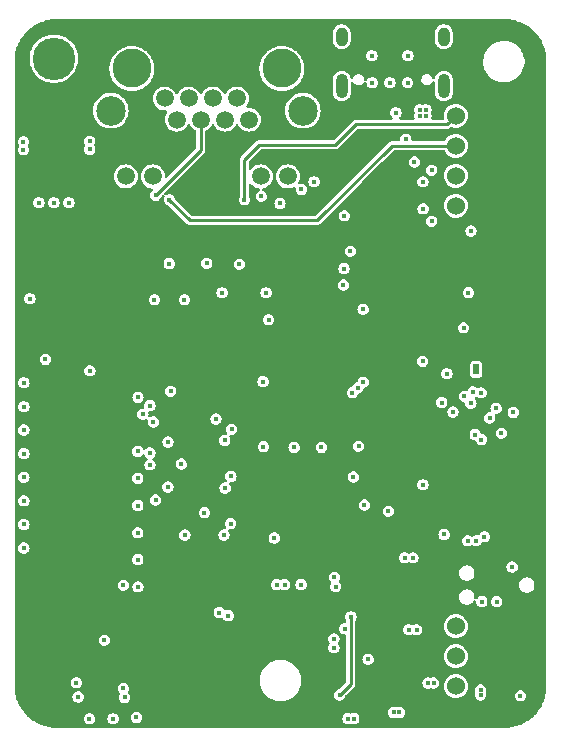
<source format=gbr>
%TF.GenerationSoftware,KiCad,Pcbnew,8.0.0*%
%TF.CreationDate,2024-03-22T12:56:57+01:00*%
%TF.ProjectId,WCH-ETH-LOW,5743482d-4554-4482-9d4c-4f572e6b6963,rev?*%
%TF.SameCoordinates,Original*%
%TF.FileFunction,Copper,L3,Inr*%
%TF.FilePolarity,Positive*%
%FSLAX46Y46*%
G04 Gerber Fmt 4.6, Leading zero omitted, Abs format (unit mm)*
G04 Created by KiCad (PCBNEW 8.0.0) date 2024-03-22 12:56:57*
%MOMM*%
%LPD*%
G01*
G04 APERTURE LIST*
%TA.AperFunction,ComponentPad*%
%ADD10O,1.000000X2.100000*%
%TD*%
%TA.AperFunction,ComponentPad*%
%ADD11O,1.000000X1.600000*%
%TD*%
%TA.AperFunction,ComponentPad*%
%ADD12C,3.600000*%
%TD*%
%TA.AperFunction,ComponentPad*%
%ADD13R,0.500000X0.900000*%
%TD*%
%TA.AperFunction,ComponentPad*%
%ADD14C,2.500000*%
%TD*%
%TA.AperFunction,ComponentPad*%
%ADD15C,1.520000*%
%TD*%
%TA.AperFunction,ComponentPad*%
%ADD16C,3.300000*%
%TD*%
%TA.AperFunction,ComponentPad*%
%ADD17C,1.524000*%
%TD*%
%TA.AperFunction,ViaPad*%
%ADD18C,0.450000*%
%TD*%
%TA.AperFunction,Conductor*%
%ADD19C,0.254000*%
%TD*%
%TA.AperFunction,Conductor*%
%ADD20C,0.250000*%
%TD*%
G04 APERTURE END LIST*
D10*
%TO.N,GND*%
%TO.C,J10*%
X109984000Y-77754000D03*
D11*
X109984000Y-73574000D03*
D10*
X101344000Y-77754000D03*
D11*
X101344000Y-73574000D03*
%TD*%
D12*
%TO.N,Earth*%
%TO.C,H1*%
X76962000Y-75438000D03*
%TD*%
D13*
%TO.N,GND*%
%TO.C,AE1*%
X112735000Y-101730000D03*
%TD*%
D14*
%TO.N,Earth*%
%TO.C,RJ1*%
X98046000Y-79835000D03*
X81786000Y-79835000D03*
D15*
%TO.N,Net-(RJ1-R-)*%
X83056000Y-85405000D03*
%TO.N,EthStatLEDR*%
X85346000Y-85405000D03*
%TO.N,EthStatLEDL*%
X94486000Y-85405000D03*
%TO.N,Net-(RJ1-L+)*%
X96776000Y-85405000D03*
%TO.N,Net-(C37-Pad1)*%
X93486000Y-80595000D03*
X92466000Y-78805000D03*
%TO.N,Net-(L2-RX-)*%
X91446000Y-80595000D03*
%TO.N,Net-(C36-Pad1)*%
X90426000Y-78805000D03*
X89406000Y-80595000D03*
%TO.N,Net-(L2-RX+)*%
X88386000Y-78805000D03*
%TO.N,Net-(L2-TX-)*%
X87366000Y-80595000D03*
%TO.N,Net-(L2-TX+)*%
X86346000Y-78805000D03*
D16*
%TO.N,*%
X96266000Y-76265000D03*
X83566000Y-76265000D03*
%TD*%
D17*
%TO.N,Net-(L2-RXCT)*%
%TO.C,U6*%
X110998000Y-80264000D03*
%TO.N,Net-(L2-TXCT)*%
X110998000Y-82804000D03*
%TO.N,Net-(C36-Pad1)*%
X110998000Y-85344000D03*
%TO.N,Net-(C37-Pad1)*%
X110998000Y-87884000D03*
%TO.N,GND*%
X110998000Y-123484000D03*
%TO.N,VCC*%
X110998000Y-126024000D03*
%TO.N,unconnected-(U6-Adj-Pad7)*%
X110998000Y-128564000D03*
%TD*%
D18*
%TO.N,GND*%
X84070000Y-110970000D03*
X84070000Y-108690000D03*
X84070000Y-115580000D03*
X95620000Y-116010000D03*
X97300000Y-108345500D03*
X80000000Y-83120000D03*
X102310000Y-110855000D03*
X91720000Y-122590000D03*
X74930000Y-95758000D03*
X102360000Y-131310000D03*
X105730000Y-130790000D03*
X90965000Y-122325000D03*
X110000000Y-115720000D03*
X112280000Y-90030000D03*
X91460000Y-111790000D03*
X99000000Y-85850000D03*
X103570000Y-126280000D03*
X84090000Y-120150000D03*
X79020000Y-129470000D03*
X102070000Y-91730000D03*
X80000000Y-82420000D03*
X108960000Y-89190000D03*
X89710000Y-113870000D03*
X82852500Y-128740000D03*
X107495176Y-84187081D03*
X84070000Y-113270000D03*
X86620000Y-111690000D03*
X90691500Y-105933500D03*
X110236000Y-102108000D03*
X103150000Y-96648500D03*
X74390000Y-82460000D03*
X113090000Y-128890000D03*
X74390000Y-83130000D03*
X97896000Y-119964000D03*
X82960000Y-129520000D03*
X113160000Y-107680000D03*
X113410000Y-115905000D03*
X84090000Y-104110000D03*
X87750000Y-109760000D03*
X82850000Y-120010000D03*
X102760000Y-108255000D03*
X108960000Y-84874500D03*
X76252500Y-100890000D03*
X108210000Y-111505000D03*
X91370000Y-115770000D03*
X88060000Y-115770000D03*
X85381240Y-106198660D03*
X95148400Y-97540000D03*
X86630000Y-107890000D03*
X85100000Y-109820000D03*
X80010000Y-101860000D03*
X83960000Y-131210000D03*
X106760000Y-82255000D03*
X113090000Y-129300000D03*
X116467500Y-129380000D03*
X106660000Y-117690000D03*
X86730000Y-92780000D03*
X86860000Y-103582500D03*
X84070000Y-117850000D03*
X113195000Y-121405000D03*
X106934000Y-75184000D03*
X103886000Y-75184000D03*
X115860000Y-105380000D03*
X91430000Y-107760000D03*
X96110000Y-87690000D03*
X107670000Y-123790000D03*
X103260000Y-113230000D03*
X84500000Y-105530000D03*
X94680000Y-102770000D03*
X101870000Y-131310000D03*
X101580114Y-123701856D03*
X106220000Y-130790000D03*
X111658400Y-98221800D03*
X78860000Y-128270000D03*
X108190000Y-101060000D03*
X89910000Y-92760000D03*
X107010000Y-123780000D03*
X81250000Y-124670000D03*
X112060000Y-95240000D03*
X92670000Y-92830000D03*
X107370000Y-117700000D03*
%TO.N,+3.3V*%
X102910000Y-109355000D03*
X92490000Y-124080000D03*
X89910000Y-94880000D03*
X86750000Y-95840000D03*
X93100000Y-95440000D03*
X114460000Y-115880000D03*
X94730000Y-83810000D03*
X105664000Y-82042000D03*
X76962000Y-89662000D03*
X115735000Y-121405000D03*
X93120000Y-94880000D03*
X107410000Y-101870000D03*
X92570502Y-97500000D03*
X102590000Y-116940000D03*
X110653196Y-114981031D03*
X110780000Y-89500000D03*
X115927500Y-127950000D03*
X89900000Y-116000000D03*
X86730000Y-94880000D03*
X103260000Y-117660000D03*
X103260000Y-116950000D03*
X102590000Y-117640000D03*
X111635000Y-115390000D03*
X85370000Y-83820000D03*
X100361648Y-85291500D03*
X103235000Y-111380000D03*
%TO.N,Net-(D1-A2)*%
X79978000Y-131318000D03*
%TO.N,Net-(D2-A2)*%
X81978000Y-131318000D03*
%TO.N,NRST*%
X105285000Y-113755000D03*
X114460000Y-121405000D03*
%TO.N,Net-(L2-RXCT)*%
X93091000Y-87376000D03*
%TO.N,Net-(L2-TXCT)*%
X86741000Y-87376000D03*
%TO.N,Net-(C36-Pad1)*%
X85585000Y-87005000D03*
%TO.N,Net-(C37-Pad1)*%
X94535000Y-87080000D03*
%TO.N,StatLED00*%
X102235000Y-103708200D03*
%TO.N,Net-(D19-A)*%
X78232000Y-87630000D03*
%TO.N,StatLED01*%
X102685000Y-103301800D03*
%TO.N,Net-(D26-A)*%
X76962000Y-87630000D03*
%TO.N,StatLED02*%
X103147438Y-102819200D03*
%TO.N,Net-(D27-A)*%
X75692000Y-87630000D03*
%TO.N,Net-(IC1-FB)*%
X101160000Y-129310000D03*
X102110000Y-122680000D03*
%TO.N,ETH_RXP*%
X109804200Y-104546400D03*
X91210000Y-95250000D03*
%TO.N,ETH_RXN*%
X111725739Y-104020739D03*
X94930000Y-95250000D03*
%TO.N,ETH_TXP*%
X110760000Y-105355000D03*
X85470000Y-95840000D03*
%TO.N,ETH_TXN*%
X88010000Y-95840000D03*
X112266424Y-104611424D03*
%TO.N,CAN0_RX*%
X100810000Y-120130000D03*
X112710000Y-116255000D03*
%TO.N,CAN0_TX*%
X100710000Y-119355000D03*
X111985000Y-116255000D03*
%TO.N,SWD*%
X115760000Y-118480000D03*
X112635000Y-107255000D03*
%TO.N,Ant*%
X114858800Y-107137200D03*
%TO.N,VCC*%
X109110000Y-128290000D03*
X100670000Y-125300000D03*
X100670000Y-124550000D03*
X108650000Y-128290000D03*
%TO.N,Net-(J2-Pin_2)*%
X74422000Y-116872000D03*
%TO.N,Net-(J2-Pin_3)*%
X74422000Y-114872000D03*
%TO.N,Net-(J2-Pin_4)*%
X74422000Y-112872000D03*
%TO.N,Net-(J2-Pin_5)*%
X74422000Y-110872000D03*
%TO.N,Net-(J2-Pin_6)*%
X74422000Y-108872000D03*
%TO.N,Net-(J2-Pin_7)*%
X74422000Y-106872000D03*
%TO.N,Net-(J2-Pin_8)*%
X74422000Y-104902000D03*
%TO.N,Net-(J2-Pin_9)*%
X74422000Y-102870000D03*
%TO.N,Net-(D7-A2)*%
X108210000Y-85860000D03*
%TO.N,Net-(D9-A2)*%
X108230000Y-88150000D03*
%TO.N,Net-(D8-A2)*%
X94710000Y-108280000D03*
%TO.N,Net-(D10-A2)*%
X99610000Y-108345500D03*
%TO.N,Net-(D11-A2)*%
X101530000Y-93210000D03*
%TO.N,Net-(D12-A2)*%
X101470000Y-94600000D03*
%TO.N,Net-(D20-A2)*%
X91920000Y-114800000D03*
%TO.N,Net-(D21-A2)*%
X85578000Y-112808000D03*
%TO.N,Net-(D22-A2)*%
X91950000Y-110808000D03*
%TO.N,Net-(D23-A2)*%
X85090000Y-108808000D03*
%TO.N,Net-(D24-A2)*%
X92010000Y-106800000D03*
%TO.N,Net-(D25-A2)*%
X85090000Y-104808000D03*
%TO.N,RS485_00_A*%
X101550000Y-88742500D03*
X97917000Y-86510000D03*
%TO.N,Net-(D28-A)*%
X107950000Y-80264000D03*
X107950000Y-79756000D03*
X108458000Y-79756000D03*
X108458000Y-80264000D03*
%TO.N,Net-(J10-CC1)*%
X106914000Y-77470000D03*
%TO.N,Net-(J10-D+-PadA6)*%
X105410000Y-77470000D03*
%TO.N,Net-(J10-D--PadA7)*%
X105918000Y-80010000D03*
%TO.N,Net-(J10-CC2)*%
X103914000Y-77470000D03*
%TO.N,USB1DN*%
X114410000Y-105030000D03*
X113135000Y-103730000D03*
%TO.N,USB1DP*%
X113860000Y-105855000D03*
X112435000Y-103655000D03*
%TO.N,Net-(J3-Pin_1)*%
X95819999Y-119960000D03*
X96510000Y-119960000D03*
%TD*%
D19*
%TO.N,Net-(L2-RXCT)*%
X93091000Y-87376000D02*
X93091000Y-83974000D01*
X94335000Y-82730000D02*
X100785000Y-82730000D01*
X100785000Y-82730000D02*
X102535000Y-80980000D01*
X102535000Y-80980000D02*
X110282000Y-80980000D01*
X93091000Y-83974000D02*
X94335000Y-82730000D01*
X110282000Y-80980000D02*
X110998000Y-80264000D01*
%TO.N,Net-(L2-TXCT)*%
X105561000Y-82804000D02*
X110998000Y-82804000D01*
X99260000Y-89105000D02*
X105561000Y-82804000D01*
X88470000Y-89105000D02*
X99260000Y-89105000D01*
X86741000Y-87376000D02*
X88470000Y-89105000D01*
D20*
%TO.N,Net-(C36-Pad1)*%
X89406000Y-83184000D02*
X89406000Y-80595000D01*
X85585000Y-87005000D02*
X89406000Y-83184000D01*
%TO.N,Net-(IC1-FB)*%
X102110000Y-128360000D02*
X101160000Y-129310000D01*
X102110000Y-122680000D02*
X102110000Y-128360000D01*
%TD*%
%TA.AperFunction,Conductor*%
%TO.N,+3.3V*%
G36*
X115153761Y-72080001D02*
G01*
X115154165Y-72080002D01*
X115159647Y-72080019D01*
X115160245Y-72080023D01*
X115166540Y-72080086D01*
X115296085Y-72081780D01*
X115298755Y-72081844D01*
X115340428Y-72083345D01*
X115346078Y-72083679D01*
X115387512Y-72087076D01*
X115390231Y-72087330D01*
X115648949Y-72114523D01*
X115654187Y-72115074D01*
X115657408Y-72115456D01*
X115676124Y-72117919D01*
X115704470Y-72121651D01*
X115710857Y-72122662D01*
X115757576Y-72131321D01*
X115760735Y-72131950D01*
X116013641Y-72185707D01*
X116016786Y-72186418D01*
X116062995Y-72197512D01*
X116069233Y-72199184D01*
X116091210Y-72205694D01*
X116114780Y-72212676D01*
X116117879Y-72213638D01*
X116363759Y-72293530D01*
X116366831Y-72294573D01*
X116395288Y-72304649D01*
X116411607Y-72310428D01*
X116417613Y-72312732D01*
X116461620Y-72330961D01*
X116464434Y-72332170D01*
X116691141Y-72433105D01*
X116700710Y-72437366D01*
X116703659Y-72438726D01*
X116746501Y-72459161D01*
X116752271Y-72462100D01*
X116794055Y-72484787D01*
X116796839Y-72486347D01*
X116911143Y-72552340D01*
X117020756Y-72615625D01*
X117023525Y-72617272D01*
X117064052Y-72642107D01*
X117069442Y-72645607D01*
X117108653Y-72672556D01*
X117111260Y-72674400D01*
X117320415Y-72826360D01*
X117323016Y-72828302D01*
X117360690Y-72857210D01*
X117365736Y-72861296D01*
X117401848Y-72892139D01*
X117404288Y-72894279D01*
X117596453Y-73067304D01*
X117598743Y-73069421D01*
X117633247Y-73102163D01*
X117637832Y-73106748D01*
X117670575Y-73141253D01*
X117672698Y-73143550D01*
X117723597Y-73200079D01*
X117845720Y-73335711D01*
X117847860Y-73338151D01*
X117878703Y-73374263D01*
X117882789Y-73379309D01*
X117911697Y-73416983D01*
X117913639Y-73419584D01*
X118065599Y-73628739D01*
X118067453Y-73631361D01*
X118094386Y-73670548D01*
X118097898Y-73675957D01*
X118120993Y-73713645D01*
X118122715Y-73716454D01*
X118124374Y-73719243D01*
X118253646Y-73943149D01*
X118255226Y-73945970D01*
X118275003Y-73982394D01*
X118277892Y-73987715D01*
X118280838Y-73993498D01*
X118301273Y-74036340D01*
X118302633Y-74039289D01*
X118407806Y-74275512D01*
X118409053Y-74278415D01*
X118427258Y-74322366D01*
X118429573Y-74328398D01*
X118445426Y-74373168D01*
X118446469Y-74376240D01*
X118526361Y-74622120D01*
X118527323Y-74625219D01*
X118540811Y-74670752D01*
X118542492Y-74677025D01*
X118553580Y-74723212D01*
X118554296Y-74726377D01*
X118608048Y-74979260D01*
X118608681Y-74982442D01*
X118617333Y-75029121D01*
X118618349Y-75035537D01*
X118624543Y-75082591D01*
X118624925Y-75085812D01*
X118652663Y-75349710D01*
X118652927Y-75352540D01*
X118656319Y-75393916D01*
X118656654Y-75399583D01*
X118658152Y-75441156D01*
X118658221Y-75443999D01*
X118659829Y-75566993D01*
X118659909Y-75573070D01*
X118659914Y-75573471D01*
X118659975Y-75579665D01*
X118659980Y-75580469D01*
X118659999Y-75586124D01*
X118660000Y-75586541D01*
X118660000Y-128573459D01*
X118659999Y-128573876D01*
X118659980Y-128579530D01*
X118659975Y-128580339D01*
X118659914Y-128586506D01*
X118659909Y-128586901D01*
X118658221Y-128715999D01*
X118658152Y-128718843D01*
X118656654Y-128760416D01*
X118656319Y-128766083D01*
X118652927Y-128807459D01*
X118652663Y-128810289D01*
X118624925Y-129074187D01*
X118624543Y-129077408D01*
X118618349Y-129124462D01*
X118617333Y-129130878D01*
X118608681Y-129177557D01*
X118608048Y-129180739D01*
X118554296Y-129433622D01*
X118553580Y-129436787D01*
X118542492Y-129482974D01*
X118540811Y-129489247D01*
X118527323Y-129534780D01*
X118526361Y-129537879D01*
X118446469Y-129783759D01*
X118445426Y-129786831D01*
X118429573Y-129831601D01*
X118427253Y-129837645D01*
X118409065Y-129881556D01*
X118407806Y-129884487D01*
X118302633Y-130120710D01*
X118301273Y-130123659D01*
X118280838Y-130166501D01*
X118277892Y-130172284D01*
X118255233Y-130214017D01*
X118253646Y-130216850D01*
X118124374Y-130440756D01*
X118122715Y-130443545D01*
X118097908Y-130484027D01*
X118094371Y-130489474D01*
X118067472Y-130528611D01*
X118065599Y-130531260D01*
X117913639Y-130740415D01*
X117911697Y-130743016D01*
X117882789Y-130780690D01*
X117878703Y-130785736D01*
X117847860Y-130821848D01*
X117845720Y-130824288D01*
X117672722Y-131016423D01*
X117670540Y-131018783D01*
X117656111Y-131033989D01*
X117637836Y-131053247D01*
X117633247Y-131057836D01*
X117615525Y-131074654D01*
X117598783Y-131090540D01*
X117596423Y-131092722D01*
X117404288Y-131265720D01*
X117401848Y-131267860D01*
X117365736Y-131298703D01*
X117360690Y-131302789D01*
X117323016Y-131331697D01*
X117320415Y-131333639D01*
X117111260Y-131485599D01*
X117108611Y-131487472D01*
X117069474Y-131514371D01*
X117064027Y-131517908D01*
X117023545Y-131542715D01*
X117020756Y-131544374D01*
X116796850Y-131673646D01*
X116794017Y-131675233D01*
X116752284Y-131697892D01*
X116746501Y-131700838D01*
X116703659Y-131721273D01*
X116700710Y-131722633D01*
X116464487Y-131827806D01*
X116461556Y-131829065D01*
X116417645Y-131847253D01*
X116411601Y-131849573D01*
X116366831Y-131865426D01*
X116363759Y-131866469D01*
X116117879Y-131946361D01*
X116114780Y-131947323D01*
X116069247Y-131960811D01*
X116062974Y-131962492D01*
X116016787Y-131973580D01*
X116013622Y-131974296D01*
X115760739Y-132028048D01*
X115757557Y-132028681D01*
X115710878Y-132037333D01*
X115704462Y-132038349D01*
X115657408Y-132044543D01*
X115654187Y-132044925D01*
X115390289Y-132072663D01*
X115387459Y-132072927D01*
X115346083Y-132076319D01*
X115340416Y-132076654D01*
X115300281Y-132078100D01*
X115298840Y-132078152D01*
X115295999Y-132078221D01*
X115166901Y-132079909D01*
X115166506Y-132079914D01*
X115160339Y-132079975D01*
X115159523Y-132079980D01*
X115154155Y-132079997D01*
X115153734Y-132079999D01*
X115153372Y-132080000D01*
X77166628Y-132080000D01*
X77166265Y-132079999D01*
X77165842Y-132079997D01*
X77160476Y-132079980D01*
X77159660Y-132079975D01*
X77153493Y-132079914D01*
X77153098Y-132079909D01*
X77024000Y-132078221D01*
X77021161Y-132078152D01*
X77017674Y-132078026D01*
X76979583Y-132076654D01*
X76973916Y-132076319D01*
X76932540Y-132072927D01*
X76929710Y-132072663D01*
X76665812Y-132044925D01*
X76662591Y-132044543D01*
X76615537Y-132038349D01*
X76609121Y-132037333D01*
X76562442Y-132028681D01*
X76559260Y-132028048D01*
X76306377Y-131974296D01*
X76303212Y-131973580D01*
X76257025Y-131962492D01*
X76250752Y-131960811D01*
X76205219Y-131947323D01*
X76202120Y-131946361D01*
X75956240Y-131866469D01*
X75953168Y-131865426D01*
X75908398Y-131849573D01*
X75902366Y-131847258D01*
X75858415Y-131829053D01*
X75855528Y-131827813D01*
X75760491Y-131785500D01*
X75619289Y-131722633D01*
X75616340Y-131721273D01*
X75573498Y-131700838D01*
X75567715Y-131697892D01*
X75525982Y-131675233D01*
X75523149Y-131673646D01*
X75299243Y-131544374D01*
X75296454Y-131542715D01*
X75293645Y-131540993D01*
X75255957Y-131517898D01*
X75250548Y-131514386D01*
X75211361Y-131487453D01*
X75208739Y-131485599D01*
X74999584Y-131333639D01*
X74996983Y-131331697D01*
X74979133Y-131318000D01*
X79497610Y-131318000D01*
X79517068Y-131453337D01*
X79517070Y-131453345D01*
X79573867Y-131577714D01*
X79573872Y-131577721D01*
X79663409Y-131681053D01*
X79663413Y-131681057D01*
X79689610Y-131697892D01*
X79778439Y-131754978D01*
X79844036Y-131774239D01*
X79909632Y-131793500D01*
X79909633Y-131793500D01*
X80046367Y-131793500D01*
X80177561Y-131754978D01*
X80292589Y-131681055D01*
X80382130Y-131577718D01*
X80384261Y-131573053D01*
X80423353Y-131487453D01*
X80438931Y-131453342D01*
X80458390Y-131318000D01*
X81497610Y-131318000D01*
X81517068Y-131453337D01*
X81517070Y-131453345D01*
X81573867Y-131577714D01*
X81573872Y-131577721D01*
X81663409Y-131681053D01*
X81663413Y-131681057D01*
X81689610Y-131697892D01*
X81778439Y-131754978D01*
X81844036Y-131774239D01*
X81909632Y-131793500D01*
X81909633Y-131793500D01*
X82046367Y-131793500D01*
X82177561Y-131754978D01*
X82292589Y-131681055D01*
X82382130Y-131577718D01*
X82384261Y-131573053D01*
X82423353Y-131487453D01*
X82438931Y-131453342D01*
X82458390Y-131318000D01*
X82442862Y-131210000D01*
X83479610Y-131210000D01*
X83499068Y-131345337D01*
X83499070Y-131345345D01*
X83555867Y-131469714D01*
X83555872Y-131469721D01*
X83645409Y-131573053D01*
X83645413Y-131573057D01*
X83705979Y-131611979D01*
X83760439Y-131646978D01*
X83826036Y-131666239D01*
X83891632Y-131685500D01*
X83891633Y-131685500D01*
X84028367Y-131685500D01*
X84159561Y-131646978D01*
X84274589Y-131573055D01*
X84364130Y-131469718D01*
X84420931Y-131345342D01*
X84426012Y-131310000D01*
X101389610Y-131310000D01*
X101409068Y-131445337D01*
X101409070Y-131445345D01*
X101465867Y-131569714D01*
X101465872Y-131569721D01*
X101555409Y-131673053D01*
X101555413Y-131673057D01*
X101615979Y-131711979D01*
X101670439Y-131746978D01*
X101697685Y-131754978D01*
X101801632Y-131785500D01*
X101801633Y-131785500D01*
X101938367Y-131785500D01*
X102078070Y-131744480D01*
X102078966Y-131747532D01*
X102132601Y-131739800D01*
X102151660Y-131745396D01*
X102151930Y-131744480D01*
X102291632Y-131785500D01*
X102291633Y-131785500D01*
X102428367Y-131785500D01*
X102559561Y-131746978D01*
X102674589Y-131673055D01*
X102764130Y-131569718D01*
X102820931Y-131445342D01*
X102840390Y-131310000D01*
X102820931Y-131174658D01*
X102783501Y-131092698D01*
X102764132Y-131050285D01*
X102764127Y-131050278D01*
X102674590Y-130946946D01*
X102674586Y-130946942D01*
X102563448Y-130875520D01*
X102559561Y-130873022D01*
X102559560Y-130873021D01*
X102559559Y-130873021D01*
X102428368Y-130834500D01*
X102428367Y-130834500D01*
X102291633Y-130834500D01*
X102291632Y-130834500D01*
X102151930Y-130875520D01*
X102151035Y-130872473D01*
X102097349Y-130880191D01*
X102078337Y-130874608D01*
X102078070Y-130875520D01*
X101938368Y-130834500D01*
X101938367Y-130834500D01*
X101801633Y-130834500D01*
X101801632Y-130834500D01*
X101670440Y-130873021D01*
X101555413Y-130946942D01*
X101555409Y-130946946D01*
X101465872Y-131050278D01*
X101465867Y-131050285D01*
X101409070Y-131174654D01*
X101409068Y-131174662D01*
X101389610Y-131310000D01*
X84426012Y-131310000D01*
X84440390Y-131210000D01*
X84420931Y-131074658D01*
X84395395Y-131018743D01*
X84364132Y-130950285D01*
X84364127Y-130950278D01*
X84274590Y-130846946D01*
X84274586Y-130846942D01*
X84185980Y-130790000D01*
X105249610Y-130790000D01*
X105269068Y-130925337D01*
X105269070Y-130925345D01*
X105325867Y-131049714D01*
X105325872Y-131049721D01*
X105415409Y-131153053D01*
X105415413Y-131153057D01*
X105461475Y-131182658D01*
X105530439Y-131226978D01*
X105596036Y-131246239D01*
X105661632Y-131265500D01*
X105661633Y-131265500D01*
X105798367Y-131265500D01*
X105938070Y-131224480D01*
X105938966Y-131227532D01*
X105992601Y-131219800D01*
X106011660Y-131225396D01*
X106011930Y-131224480D01*
X106151632Y-131265500D01*
X106151633Y-131265500D01*
X106288367Y-131265500D01*
X106419561Y-131226978D01*
X106534589Y-131153055D01*
X106624130Y-131049718D01*
X106680931Y-130925342D01*
X106700390Y-130790000D01*
X106680931Y-130654658D01*
X106624577Y-130531260D01*
X106624132Y-130530285D01*
X106624127Y-130530278D01*
X106534590Y-130426946D01*
X106534586Y-130426942D01*
X106423448Y-130355520D01*
X106419561Y-130353022D01*
X106419560Y-130353021D01*
X106419559Y-130353021D01*
X106288368Y-130314500D01*
X106288367Y-130314500D01*
X106151633Y-130314500D01*
X106151632Y-130314500D01*
X106011930Y-130355520D01*
X106011035Y-130352473D01*
X105957349Y-130360191D01*
X105938337Y-130354608D01*
X105938070Y-130355520D01*
X105798368Y-130314500D01*
X105798367Y-130314500D01*
X105661633Y-130314500D01*
X105661632Y-130314500D01*
X105530440Y-130353021D01*
X105415413Y-130426942D01*
X105415409Y-130426946D01*
X105325872Y-130530278D01*
X105325867Y-130530285D01*
X105269070Y-130654654D01*
X105269068Y-130654662D01*
X105249610Y-130790000D01*
X84185980Y-130790000D01*
X84159559Y-130773021D01*
X84028368Y-130734500D01*
X84028367Y-130734500D01*
X83891633Y-130734500D01*
X83891632Y-130734500D01*
X83760440Y-130773021D01*
X83645413Y-130846942D01*
X83645409Y-130846946D01*
X83555872Y-130950278D01*
X83555867Y-130950285D01*
X83499070Y-131074654D01*
X83499068Y-131074662D01*
X83479610Y-131210000D01*
X82442862Y-131210000D01*
X82438931Y-131182658D01*
X82425411Y-131153053D01*
X82382132Y-131058285D01*
X82382127Y-131058278D01*
X82292590Y-130954946D01*
X82292586Y-130954942D01*
X82177559Y-130881021D01*
X82046368Y-130842500D01*
X82046367Y-130842500D01*
X81909633Y-130842500D01*
X81909632Y-130842500D01*
X81778440Y-130881021D01*
X81663413Y-130954942D01*
X81663409Y-130954946D01*
X81573872Y-131058278D01*
X81573867Y-131058285D01*
X81517070Y-131182654D01*
X81517068Y-131182662D01*
X81497610Y-131318000D01*
X80458390Y-131318000D01*
X80438931Y-131182658D01*
X80425411Y-131153053D01*
X80382132Y-131058285D01*
X80382127Y-131058278D01*
X80292590Y-130954946D01*
X80292586Y-130954942D01*
X80177559Y-130881021D01*
X80046368Y-130842500D01*
X80046367Y-130842500D01*
X79909633Y-130842500D01*
X79909632Y-130842500D01*
X79778440Y-130881021D01*
X79663413Y-130954942D01*
X79663409Y-130954946D01*
X79573872Y-131058278D01*
X79573867Y-131058285D01*
X79517070Y-131182654D01*
X79517068Y-131182662D01*
X79497610Y-131318000D01*
X74979133Y-131318000D01*
X74959309Y-131302789D01*
X74954263Y-131298703D01*
X74918151Y-131267860D01*
X74915711Y-131265720D01*
X74790581Y-131153053D01*
X74723550Y-131092698D01*
X74721253Y-131090575D01*
X74686748Y-131057832D01*
X74682163Y-131053247D01*
X74679352Y-131050285D01*
X74649421Y-131018743D01*
X74647304Y-131016453D01*
X74494680Y-130846946D01*
X74474279Y-130824288D01*
X74472139Y-130821848D01*
X74441296Y-130785736D01*
X74437210Y-130780690D01*
X74408302Y-130743016D01*
X74406360Y-130740415D01*
X74254400Y-130531260D01*
X74252556Y-130528653D01*
X74225607Y-130489442D01*
X74222107Y-130484052D01*
X74197272Y-130443525D01*
X74195625Y-130440756D01*
X74066353Y-130216850D01*
X74064787Y-130214055D01*
X74042100Y-130172271D01*
X74039161Y-130166501D01*
X74018726Y-130123659D01*
X74017366Y-130120710D01*
X73961619Y-129995500D01*
X73912170Y-129884434D01*
X73910961Y-129881620D01*
X73892732Y-129837613D01*
X73890426Y-129831601D01*
X73874573Y-129786831D01*
X73873530Y-129783759D01*
X73793638Y-129537879D01*
X73792676Y-129534780D01*
X73779188Y-129489247D01*
X73777512Y-129482995D01*
X73774392Y-129470000D01*
X78539610Y-129470000D01*
X78559068Y-129605337D01*
X78559070Y-129605345D01*
X78615867Y-129729714D01*
X78615872Y-129729721D01*
X78705409Y-129833053D01*
X78705413Y-129833057D01*
X78765979Y-129871979D01*
X78820439Y-129906978D01*
X78886036Y-129926239D01*
X78951632Y-129945500D01*
X78951633Y-129945500D01*
X79088367Y-129945500D01*
X79219561Y-129906978D01*
X79334589Y-129833055D01*
X79424130Y-129729718D01*
X79480931Y-129605342D01*
X79500390Y-129470000D01*
X79480931Y-129334658D01*
X79446966Y-129260285D01*
X79424132Y-129210285D01*
X79424127Y-129210278D01*
X79334590Y-129106946D01*
X79334586Y-129106942D01*
X79219559Y-129033021D01*
X79088368Y-128994500D01*
X79088367Y-128994500D01*
X78951633Y-128994500D01*
X78951632Y-128994500D01*
X78820440Y-129033021D01*
X78705413Y-129106942D01*
X78705409Y-129106946D01*
X78615872Y-129210278D01*
X78615867Y-129210285D01*
X78559070Y-129334654D01*
X78559068Y-129334662D01*
X78539610Y-129470000D01*
X73774392Y-129470000D01*
X73766418Y-129436786D01*
X73765703Y-129433622D01*
X73758326Y-129398918D01*
X73711950Y-129180735D01*
X73711318Y-129177557D01*
X73702662Y-129130857D01*
X73701650Y-129124462D01*
X73699714Y-129109758D01*
X73695456Y-129077408D01*
X73695074Y-129074187D01*
X73689940Y-129025338D01*
X73667330Y-128810231D01*
X73667076Y-128807512D01*
X73663679Y-128766078D01*
X73663345Y-128760416D01*
X73663138Y-128754662D01*
X73661844Y-128718755D01*
X73661780Y-128716085D01*
X73660086Y-128586540D01*
X73660023Y-128580244D01*
X73660019Y-128579508D01*
X73660001Y-128573854D01*
X73660000Y-128573459D01*
X73660000Y-128270000D01*
X78379610Y-128270000D01*
X78399068Y-128405337D01*
X78399070Y-128405345D01*
X78455867Y-128529714D01*
X78455872Y-128529721D01*
X78545409Y-128633053D01*
X78545413Y-128633057D01*
X78576535Y-128653057D01*
X78660439Y-128706978D01*
X78691162Y-128715999D01*
X78791632Y-128745500D01*
X78791633Y-128745500D01*
X78928367Y-128745500D01*
X78947098Y-128740000D01*
X82372110Y-128740000D01*
X82391568Y-128875337D01*
X82391570Y-128875345D01*
X82448367Y-128999714D01*
X82448369Y-128999716D01*
X82448370Y-128999718D01*
X82495940Y-129054617D01*
X82543719Y-129109758D01*
X82541396Y-129111770D01*
X82570915Y-129157688D01*
X82570923Y-129227558D01*
X82556264Y-129259668D01*
X82555869Y-129260282D01*
X82499070Y-129384654D01*
X82499068Y-129384662D01*
X82479610Y-129520000D01*
X82499068Y-129655337D01*
X82499070Y-129655345D01*
X82555867Y-129779714D01*
X82555872Y-129779721D01*
X82645409Y-129883053D01*
X82645413Y-129883057D01*
X82682636Y-129906978D01*
X82760439Y-129956978D01*
X82826036Y-129976239D01*
X82891632Y-129995500D01*
X82891633Y-129995500D01*
X83028367Y-129995500D01*
X83159561Y-129956978D01*
X83274589Y-129883055D01*
X83364130Y-129779718D01*
X83420931Y-129655342D01*
X83440390Y-129520000D01*
X83420931Y-129384658D01*
X83400521Y-129339967D01*
X83364132Y-129260285D01*
X83364130Y-129260283D01*
X83364130Y-129260282D01*
X83274589Y-129156945D01*
X83268781Y-129150242D01*
X83271102Y-129148230D01*
X83241583Y-129102306D01*
X83241577Y-129032436D01*
X83256245Y-129000316D01*
X83256624Y-128999724D01*
X83256630Y-128999718D01*
X83313431Y-128875342D01*
X83332890Y-128740000D01*
X83313431Y-128604658D01*
X83277941Y-128526946D01*
X83256632Y-128480285D01*
X83256627Y-128480278D01*
X83167090Y-128376946D01*
X83167086Y-128376942D01*
X83052059Y-128303021D01*
X82920868Y-128264500D01*
X82920867Y-128264500D01*
X82784133Y-128264500D01*
X82784132Y-128264500D01*
X82652940Y-128303021D01*
X82537913Y-128376942D01*
X82537909Y-128376946D01*
X82448372Y-128480278D01*
X82448367Y-128480285D01*
X82391570Y-128604654D01*
X82391568Y-128604662D01*
X82372110Y-128740000D01*
X78947098Y-128740000D01*
X79059561Y-128706978D01*
X79174589Y-128633055D01*
X79264130Y-128529718D01*
X79265397Y-128526945D01*
X79286707Y-128480282D01*
X79320931Y-128405342D01*
X79340390Y-128270000D01*
X79329570Y-128194741D01*
X94409500Y-128194741D01*
X94433489Y-128376942D01*
X94439452Y-128422238D01*
X94461611Y-128504937D01*
X94498842Y-128643887D01*
X94586650Y-128855876D01*
X94586657Y-128855890D01*
X94614722Y-128904500D01*
X94688923Y-129033021D01*
X94701392Y-129054617D01*
X94841081Y-129236661D01*
X94841089Y-129236670D01*
X95003330Y-129398911D01*
X95003338Y-129398918D01*
X95003339Y-129398919D01*
X95048565Y-129433622D01*
X95185382Y-129538607D01*
X95185385Y-129538608D01*
X95185388Y-129538611D01*
X95384112Y-129653344D01*
X95384117Y-129653346D01*
X95384123Y-129653349D01*
X95431698Y-129673055D01*
X95596113Y-129741158D01*
X95817762Y-129800548D01*
X96045266Y-129830500D01*
X96045273Y-129830500D01*
X96274727Y-129830500D01*
X96274734Y-129830500D01*
X96502238Y-129800548D01*
X96723887Y-129741158D01*
X96931064Y-129655342D01*
X96935876Y-129653349D01*
X96935876Y-129653348D01*
X96935888Y-129653344D01*
X97134612Y-129538611D01*
X97316661Y-129398919D01*
X97316665Y-129398914D01*
X97316670Y-129398911D01*
X97405581Y-129310000D01*
X100679610Y-129310000D01*
X100699068Y-129445337D01*
X100699070Y-129445345D01*
X100755867Y-129569714D01*
X100755872Y-129569721D01*
X100845409Y-129673053D01*
X100845413Y-129673057D01*
X100905979Y-129711979D01*
X100960439Y-129746978D01*
X101026036Y-129766239D01*
X101091632Y-129785500D01*
X101091633Y-129785500D01*
X101228367Y-129785500D01*
X101359561Y-129746978D01*
X101474589Y-129673055D01*
X101564130Y-129569718D01*
X101620931Y-129445342D01*
X101626011Y-129410003D01*
X101655034Y-129346448D01*
X101661053Y-129339982D01*
X102410475Y-128590563D01*
X102442478Y-128535131D01*
X102459910Y-128504938D01*
X102481238Y-128425342D01*
X102485500Y-128409436D01*
X102485500Y-128310564D01*
X102485500Y-128290000D01*
X108169610Y-128290000D01*
X108189068Y-128425337D01*
X108189069Y-128425341D01*
X108245867Y-128549714D01*
X108245872Y-128549721D01*
X108335409Y-128653053D01*
X108335413Y-128653057D01*
X108395979Y-128691979D01*
X108450439Y-128726978D01*
X108454935Y-128728298D01*
X108581632Y-128765500D01*
X108581633Y-128765500D01*
X108718367Y-128765500D01*
X108845065Y-128728298D01*
X108914935Y-128728298D01*
X109041632Y-128765500D01*
X109041633Y-128765500D01*
X109178367Y-128765500D01*
X109309561Y-128726978D01*
X109424589Y-128653055D01*
X109501755Y-128564000D01*
X109980601Y-128564000D01*
X110000149Y-128762481D01*
X110000149Y-128762483D01*
X110000150Y-128762485D01*
X110056106Y-128946946D01*
X110058048Y-128953348D01*
X110152060Y-129129231D01*
X110152063Y-129129235D01*
X110152064Y-129129237D01*
X110153411Y-129130878D01*
X110278589Y-129283410D01*
X110341031Y-129334654D01*
X110432763Y-129409936D01*
X110432766Y-129409937D01*
X110432768Y-129409939D01*
X110608651Y-129503951D01*
X110608654Y-129503951D01*
X110608658Y-129503954D01*
X110799515Y-129561850D01*
X110998000Y-129581399D01*
X111196485Y-129561850D01*
X111387342Y-129503954D01*
X111426554Y-129482995D01*
X111475289Y-129456945D01*
X111563237Y-129409936D01*
X111697195Y-129300000D01*
X112609610Y-129300000D01*
X112629068Y-129435337D01*
X112629070Y-129435345D01*
X112685867Y-129559714D01*
X112685872Y-129559721D01*
X112775409Y-129663053D01*
X112775413Y-129663057D01*
X112835979Y-129701979D01*
X112890439Y-129736978D01*
X112924496Y-129746978D01*
X113021632Y-129775500D01*
X113021633Y-129775500D01*
X113158367Y-129775500D01*
X113289561Y-129736978D01*
X113404589Y-129663055D01*
X113494130Y-129559718D01*
X113550931Y-129435342D01*
X113558888Y-129380000D01*
X115987110Y-129380000D01*
X116006568Y-129515337D01*
X116006570Y-129515345D01*
X116063367Y-129639714D01*
X116063372Y-129639721D01*
X116152909Y-129743053D01*
X116152913Y-129743057D01*
X116209965Y-129779721D01*
X116267939Y-129816978D01*
X116322692Y-129833055D01*
X116399132Y-129855500D01*
X116399133Y-129855500D01*
X116535867Y-129855500D01*
X116667061Y-129816978D01*
X116782089Y-129743055D01*
X116871630Y-129639718D01*
X116928431Y-129515342D01*
X116947890Y-129380000D01*
X116928431Y-129244658D01*
X116891898Y-129164662D01*
X116871632Y-129120285D01*
X116871627Y-129120278D01*
X116782090Y-129016946D01*
X116782086Y-129016942D01*
X116673165Y-128946945D01*
X116667061Y-128943022D01*
X116667060Y-128943021D01*
X116667059Y-128943021D01*
X116535868Y-128904500D01*
X116535867Y-128904500D01*
X116399133Y-128904500D01*
X116399132Y-128904500D01*
X116267940Y-128943021D01*
X116152913Y-129016942D01*
X116152909Y-129016946D01*
X116063372Y-129120278D01*
X116063367Y-129120285D01*
X116006570Y-129244654D01*
X116006568Y-129244662D01*
X115987110Y-129380000D01*
X113558888Y-129380000D01*
X113570390Y-129300000D01*
X113550931Y-129164658D01*
X113542642Y-129146508D01*
X113532699Y-129077355D01*
X113542642Y-129043492D01*
X113550931Y-129025342D01*
X113570390Y-128890000D01*
X113550931Y-128754658D01*
X113529156Y-128706978D01*
X113494132Y-128630285D01*
X113494127Y-128630278D01*
X113404590Y-128526946D01*
X113404586Y-128526942D01*
X113289559Y-128453021D01*
X113158368Y-128414500D01*
X113158367Y-128414500D01*
X113021633Y-128414500D01*
X113021632Y-128414500D01*
X112890440Y-128453021D01*
X112775413Y-128526942D01*
X112775409Y-128526946D01*
X112685872Y-128630278D01*
X112685867Y-128630285D01*
X112629070Y-128754654D01*
X112629068Y-128754662D01*
X112609610Y-128890000D01*
X112629068Y-129025342D01*
X112637357Y-129043492D01*
X112647298Y-129112651D01*
X112637357Y-129146508D01*
X112629068Y-129164657D01*
X112609610Y-129300000D01*
X111697195Y-129300000D01*
X111717410Y-129283410D01*
X111843936Y-129129237D01*
X111912846Y-129000316D01*
X111937951Y-128953348D01*
X111937951Y-128953347D01*
X111937954Y-128953342D01*
X111995850Y-128762485D01*
X112015399Y-128564000D01*
X111995850Y-128365515D01*
X111937954Y-128174658D01*
X111937951Y-128174654D01*
X111937951Y-128174651D01*
X111843939Y-127998768D01*
X111843937Y-127998766D01*
X111843936Y-127998763D01*
X111768584Y-127906946D01*
X111717410Y-127844589D01*
X111563238Y-127718065D01*
X111563231Y-127718060D01*
X111387348Y-127624048D01*
X111387342Y-127624046D01*
X111196485Y-127566150D01*
X111196483Y-127566149D01*
X111196481Y-127566149D01*
X110998000Y-127546601D01*
X110799518Y-127566149D01*
X110608651Y-127624048D01*
X110432768Y-127718060D01*
X110432761Y-127718065D01*
X110278589Y-127844589D01*
X110152065Y-127998761D01*
X110152060Y-127998768D01*
X110058048Y-128174651D01*
X110000149Y-128365518D01*
X109980601Y-128564000D01*
X109501755Y-128564000D01*
X109514130Y-128549718D01*
X109520795Y-128535125D01*
X109545839Y-128480285D01*
X109570931Y-128425342D01*
X109590390Y-128290000D01*
X109570931Y-128154658D01*
X109558677Y-128127827D01*
X109514132Y-128030285D01*
X109514127Y-128030278D01*
X109424590Y-127926946D01*
X109424586Y-127926942D01*
X109309559Y-127853021D01*
X109178368Y-127814500D01*
X109178367Y-127814500D01*
X109041633Y-127814500D01*
X109041630Y-127814500D01*
X108914934Y-127851701D01*
X108845066Y-127851701D01*
X108718369Y-127814500D01*
X108718367Y-127814500D01*
X108581633Y-127814500D01*
X108581632Y-127814500D01*
X108450440Y-127853021D01*
X108335413Y-127926942D01*
X108335409Y-127926946D01*
X108245872Y-128030278D01*
X108245867Y-128030285D01*
X108189070Y-128154654D01*
X108189068Y-128154662D01*
X108169610Y-128290000D01*
X102485500Y-128290000D01*
X102485500Y-126280000D01*
X103089610Y-126280000D01*
X103109068Y-126415337D01*
X103109070Y-126415345D01*
X103165867Y-126539714D01*
X103165872Y-126539721D01*
X103255409Y-126643053D01*
X103255413Y-126643057D01*
X103315979Y-126681979D01*
X103370439Y-126716978D01*
X103436036Y-126736239D01*
X103501632Y-126755500D01*
X103501633Y-126755500D01*
X103638367Y-126755500D01*
X103769561Y-126716978D01*
X103884589Y-126643055D01*
X103974130Y-126539718D01*
X104030931Y-126415342D01*
X104050390Y-126280000D01*
X104030931Y-126144658D01*
X104018677Y-126117827D01*
X103975829Y-126024000D01*
X109980601Y-126024000D01*
X110000149Y-126222481D01*
X110058048Y-126413348D01*
X110152060Y-126589231D01*
X110152065Y-126589238D01*
X110278589Y-126743410D01*
X110385875Y-126831456D01*
X110432763Y-126869936D01*
X110432766Y-126869937D01*
X110432768Y-126869939D01*
X110608651Y-126963951D01*
X110608654Y-126963951D01*
X110608658Y-126963954D01*
X110799515Y-127021850D01*
X110998000Y-127041399D01*
X111196485Y-127021850D01*
X111387342Y-126963954D01*
X111563237Y-126869936D01*
X111717410Y-126743410D01*
X111843936Y-126589237D01*
X111935014Y-126418842D01*
X111937951Y-126413348D01*
X111937951Y-126413347D01*
X111937954Y-126413342D01*
X111995850Y-126222485D01*
X112015399Y-126024000D01*
X111995850Y-125825515D01*
X111937954Y-125634658D01*
X111937951Y-125634654D01*
X111937951Y-125634651D01*
X111843939Y-125458768D01*
X111843937Y-125458766D01*
X111843936Y-125458763D01*
X111805456Y-125411875D01*
X111717410Y-125304589D01*
X111563238Y-125178065D01*
X111563231Y-125178060D01*
X111387348Y-125084048D01*
X111387342Y-125084046D01*
X111196485Y-125026150D01*
X111196483Y-125026149D01*
X111196481Y-125026149D01*
X110998000Y-125006601D01*
X110799518Y-125026149D01*
X110608651Y-125084048D01*
X110432768Y-125178060D01*
X110432761Y-125178065D01*
X110278589Y-125304589D01*
X110152065Y-125458761D01*
X110152060Y-125458768D01*
X110058048Y-125634651D01*
X110000149Y-125825518D01*
X109980601Y-126024000D01*
X103975829Y-126024000D01*
X103974132Y-126020285D01*
X103974127Y-126020278D01*
X103884590Y-125916946D01*
X103884586Y-125916942D01*
X103769559Y-125843021D01*
X103638368Y-125804500D01*
X103638367Y-125804500D01*
X103501633Y-125804500D01*
X103501632Y-125804500D01*
X103370440Y-125843021D01*
X103255413Y-125916942D01*
X103255409Y-125916946D01*
X103165872Y-126020278D01*
X103165867Y-126020285D01*
X103109070Y-126144654D01*
X103109068Y-126144662D01*
X103089610Y-126280000D01*
X102485500Y-126280000D01*
X102485500Y-123780000D01*
X106529610Y-123780000D01*
X106549068Y-123915337D01*
X106549070Y-123915345D01*
X106605867Y-124039714D01*
X106605872Y-124039721D01*
X106695409Y-124143053D01*
X106695413Y-124143057D01*
X106748785Y-124177356D01*
X106810439Y-124216978D01*
X106865080Y-124233022D01*
X106941632Y-124255500D01*
X106941633Y-124255500D01*
X107078367Y-124255500D01*
X107209561Y-124216978D01*
X107265180Y-124181233D01*
X107332219Y-124161549D01*
X107399257Y-124181233D01*
X107408147Y-124186946D01*
X107470439Y-124226978D01*
X107536036Y-124246239D01*
X107601632Y-124265500D01*
X107601633Y-124265500D01*
X107738367Y-124265500D01*
X107869561Y-124226978D01*
X107984589Y-124153055D01*
X108074130Y-124049718D01*
X108074353Y-124049231D01*
X108114386Y-123961570D01*
X108130931Y-123925342D01*
X108150390Y-123790000D01*
X108130931Y-123654658D01*
X108090675Y-123566510D01*
X108074132Y-123530285D01*
X108074127Y-123530278D01*
X108034027Y-123484000D01*
X109980601Y-123484000D01*
X110000149Y-123682481D01*
X110000149Y-123682483D01*
X110000150Y-123682485D01*
X110047080Y-123837193D01*
X110058048Y-123873348D01*
X110152060Y-124049231D01*
X110152063Y-124049235D01*
X110152064Y-124049237D01*
X110152459Y-124049718D01*
X110278589Y-124203410D01*
X110314671Y-124233021D01*
X110432763Y-124329936D01*
X110432766Y-124329937D01*
X110432768Y-124329939D01*
X110608651Y-124423951D01*
X110608654Y-124423951D01*
X110608658Y-124423954D01*
X110799515Y-124481850D01*
X110998000Y-124501399D01*
X111196485Y-124481850D01*
X111387342Y-124423954D01*
X111412921Y-124410282D01*
X111563231Y-124329939D01*
X111563229Y-124329939D01*
X111563237Y-124329936D01*
X111717410Y-124203410D01*
X111843936Y-124049237D01*
X111915503Y-123915345D01*
X111937951Y-123873348D01*
X111937951Y-123873347D01*
X111937954Y-123873342D01*
X111995850Y-123682485D01*
X112015399Y-123484000D01*
X111995850Y-123285515D01*
X111937954Y-123094658D01*
X111937951Y-123094654D01*
X111937951Y-123094651D01*
X111843939Y-122918768D01*
X111843937Y-122918766D01*
X111843936Y-122918763D01*
X111787275Y-122849721D01*
X111717410Y-122764589D01*
X111563238Y-122638065D01*
X111563231Y-122638060D01*
X111387348Y-122544048D01*
X111387342Y-122544046D01*
X111196485Y-122486150D01*
X111196483Y-122486149D01*
X111196481Y-122486149D01*
X110998000Y-122466601D01*
X110799518Y-122486149D01*
X110608651Y-122544048D01*
X110432768Y-122638060D01*
X110432761Y-122638065D01*
X110278589Y-122764589D01*
X110152065Y-122918761D01*
X110152060Y-122918768D01*
X110058048Y-123094651D01*
X110000149Y-123285518D01*
X109980601Y-123484000D01*
X108034027Y-123484000D01*
X107984590Y-123426946D01*
X107984586Y-123426942D01*
X107869559Y-123353021D01*
X107738368Y-123314500D01*
X107738367Y-123314500D01*
X107601633Y-123314500D01*
X107601632Y-123314500D01*
X107470441Y-123353020D01*
X107414817Y-123388767D01*
X107347778Y-123408450D01*
X107280742Y-123388766D01*
X107231797Y-123357312D01*
X107209561Y-123343022D01*
X107209560Y-123343021D01*
X107209559Y-123343021D01*
X107078368Y-123304500D01*
X107078367Y-123304500D01*
X106941633Y-123304500D01*
X106941632Y-123304500D01*
X106810440Y-123343021D01*
X106695413Y-123416942D01*
X106695409Y-123416946D01*
X106605872Y-123520278D01*
X106605867Y-123520285D01*
X106549070Y-123644654D01*
X106549068Y-123644662D01*
X106529610Y-123780000D01*
X102485500Y-123780000D01*
X102485500Y-123019008D01*
X102505185Y-122951969D01*
X102512761Y-122941847D01*
X102514127Y-122939720D01*
X102514130Y-122939718D01*
X102570931Y-122815342D01*
X102590390Y-122680000D01*
X102570931Y-122544658D01*
X102544211Y-122486149D01*
X102514132Y-122420285D01*
X102514127Y-122420278D01*
X102424590Y-122316946D01*
X102424586Y-122316942D01*
X102309559Y-122243021D01*
X102178368Y-122204500D01*
X102178367Y-122204500D01*
X102041633Y-122204500D01*
X102041632Y-122204500D01*
X101910440Y-122243021D01*
X101795413Y-122316942D01*
X101795409Y-122316946D01*
X101705872Y-122420278D01*
X101705867Y-122420285D01*
X101649070Y-122544654D01*
X101649068Y-122544662D01*
X101629610Y-122680000D01*
X101649068Y-122815337D01*
X101649070Y-122815345D01*
X101705867Y-122939714D01*
X101710665Y-122947179D01*
X101708985Y-122948258D01*
X101733237Y-123001355D01*
X101734500Y-123019008D01*
X101734500Y-123102356D01*
X101714815Y-123169395D01*
X101662011Y-123215150D01*
X101610500Y-123226356D01*
X101511746Y-123226356D01*
X101380554Y-123264877D01*
X101265527Y-123338798D01*
X101265523Y-123338802D01*
X101175986Y-123442134D01*
X101175981Y-123442141D01*
X101119184Y-123566510D01*
X101119182Y-123566518D01*
X101099724Y-123701856D01*
X101119182Y-123837193D01*
X101119184Y-123837201D01*
X101175981Y-123961570D01*
X101175986Y-123961577D01*
X101265523Y-124064909D01*
X101265527Y-124064913D01*
X101326093Y-124103835D01*
X101380553Y-124138834D01*
X101428992Y-124153057D01*
X101511746Y-124177356D01*
X101610500Y-124177356D01*
X101677539Y-124197041D01*
X101723294Y-124249845D01*
X101734500Y-124301356D01*
X101734500Y-128153100D01*
X101714815Y-128220139D01*
X101698181Y-128240781D01*
X101132176Y-128806786D01*
X101079430Y-128838082D01*
X100960440Y-128873020D01*
X100845413Y-128946942D01*
X100845409Y-128946946D01*
X100755872Y-129050278D01*
X100755867Y-129050285D01*
X100699070Y-129174654D01*
X100699068Y-129174662D01*
X100679610Y-129310000D01*
X97405581Y-129310000D01*
X97478911Y-129236670D01*
X97478914Y-129236665D01*
X97478919Y-129236661D01*
X97618611Y-129054612D01*
X97733344Y-128855888D01*
X97821158Y-128643887D01*
X97880548Y-128422238D01*
X97910500Y-128194734D01*
X97910500Y-127965266D01*
X97880548Y-127737762D01*
X97821158Y-127516113D01*
X97733344Y-127304112D01*
X97618611Y-127105388D01*
X97618608Y-127105385D01*
X97618607Y-127105382D01*
X97478918Y-126923338D01*
X97478911Y-126923330D01*
X97316670Y-126761089D01*
X97316661Y-126761081D01*
X97134617Y-126621392D01*
X97078912Y-126589231D01*
X97050620Y-126572896D01*
X96935890Y-126506657D01*
X96935876Y-126506650D01*
X96723887Y-126418842D01*
X96703360Y-126413342D01*
X96502238Y-126359452D01*
X96464215Y-126354446D01*
X96274741Y-126329500D01*
X96274734Y-126329500D01*
X96045266Y-126329500D01*
X96045258Y-126329500D01*
X95828715Y-126358009D01*
X95817762Y-126359452D01*
X95724076Y-126384554D01*
X95596112Y-126418842D01*
X95384123Y-126506650D01*
X95384109Y-126506657D01*
X95185382Y-126621392D01*
X95003338Y-126761081D01*
X94841081Y-126923338D01*
X94701392Y-127105382D01*
X94586657Y-127304109D01*
X94586650Y-127304123D01*
X94498842Y-127516112D01*
X94439453Y-127737759D01*
X94439451Y-127737770D01*
X94409500Y-127965258D01*
X94409500Y-128194741D01*
X79329570Y-128194741D01*
X79320931Y-128134658D01*
X79308677Y-128107827D01*
X79264132Y-128010285D01*
X79264127Y-128010278D01*
X79174590Y-127906946D01*
X79174586Y-127906942D01*
X79059559Y-127833021D01*
X78928368Y-127794500D01*
X78928367Y-127794500D01*
X78791633Y-127794500D01*
X78791632Y-127794500D01*
X78660440Y-127833021D01*
X78545413Y-127906942D01*
X78545409Y-127906946D01*
X78455872Y-128010278D01*
X78455867Y-128010285D01*
X78399070Y-128134654D01*
X78399068Y-128134662D01*
X78379610Y-128270000D01*
X73660000Y-128270000D01*
X73660000Y-125300000D01*
X100189610Y-125300000D01*
X100209068Y-125435337D01*
X100209070Y-125435345D01*
X100265867Y-125559714D01*
X100265872Y-125559721D01*
X100355409Y-125663053D01*
X100355413Y-125663057D01*
X100415979Y-125701979D01*
X100470439Y-125736978D01*
X100536036Y-125756239D01*
X100601632Y-125775500D01*
X100601633Y-125775500D01*
X100738367Y-125775500D01*
X100869561Y-125736978D01*
X100984589Y-125663055D01*
X101074130Y-125559718D01*
X101130931Y-125435342D01*
X101150390Y-125300000D01*
X101130931Y-125164658D01*
X101104589Y-125106978D01*
X101074132Y-125040285D01*
X101074130Y-125040283D01*
X101074130Y-125040282D01*
X101044599Y-125006201D01*
X101015575Y-124942647D01*
X101025518Y-124873489D01*
X101044597Y-124843800D01*
X101074130Y-124809718D01*
X101076129Y-124805342D01*
X101086383Y-124782887D01*
X101130931Y-124685342D01*
X101150390Y-124550000D01*
X101130931Y-124414658D01*
X101092241Y-124329939D01*
X101074132Y-124290285D01*
X101074127Y-124290278D01*
X100984590Y-124186946D01*
X100984586Y-124186942D01*
X100869559Y-124113021D01*
X100738368Y-124074500D01*
X100738367Y-124074500D01*
X100601633Y-124074500D01*
X100601632Y-124074500D01*
X100470440Y-124113021D01*
X100355413Y-124186942D01*
X100355409Y-124186946D01*
X100265872Y-124290278D01*
X100265867Y-124290285D01*
X100209070Y-124414654D01*
X100209068Y-124414662D01*
X100189610Y-124550000D01*
X100209068Y-124685337D01*
X100209070Y-124685345D01*
X100265867Y-124809714D01*
X100265869Y-124809716D01*
X100265870Y-124809718D01*
X100291001Y-124838722D01*
X100295400Y-124843798D01*
X100324424Y-124907354D01*
X100314480Y-124976513D01*
X100295400Y-125006202D01*
X100265870Y-125040282D01*
X100265867Y-125040285D01*
X100209070Y-125164654D01*
X100209068Y-125164662D01*
X100189610Y-125300000D01*
X73660000Y-125300000D01*
X73660000Y-124670000D01*
X80769610Y-124670000D01*
X80789068Y-124805337D01*
X80789070Y-124805345D01*
X80845867Y-124929714D01*
X80845872Y-124929721D01*
X80935409Y-125033053D01*
X80935413Y-125033057D01*
X80995979Y-125071979D01*
X81050439Y-125106978D01*
X81116036Y-125126239D01*
X81181632Y-125145500D01*
X81181633Y-125145500D01*
X81318367Y-125145500D01*
X81449561Y-125106978D01*
X81564589Y-125033055D01*
X81654130Y-124929718D01*
X81710931Y-124805342D01*
X81730390Y-124670000D01*
X81710931Y-124534658D01*
X81660374Y-124423954D01*
X81654132Y-124410285D01*
X81654127Y-124410278D01*
X81564590Y-124306946D01*
X81564586Y-124306942D01*
X81449559Y-124233021D01*
X81318368Y-124194500D01*
X81318367Y-124194500D01*
X81181633Y-124194500D01*
X81181632Y-124194500D01*
X81050440Y-124233021D01*
X80935413Y-124306942D01*
X80935409Y-124306946D01*
X80845872Y-124410278D01*
X80845867Y-124410285D01*
X80789070Y-124534654D01*
X80789068Y-124534662D01*
X80769610Y-124670000D01*
X73660000Y-124670000D01*
X73660000Y-122325000D01*
X90484610Y-122325000D01*
X90504068Y-122460337D01*
X90504070Y-122460345D01*
X90560867Y-122584714D01*
X90560872Y-122584721D01*
X90650409Y-122688053D01*
X90650413Y-122688057D01*
X90708424Y-122725337D01*
X90765439Y-122761978D01*
X90831036Y-122781239D01*
X90896632Y-122800500D01*
X90896633Y-122800500D01*
X91033367Y-122800500D01*
X91159555Y-122763448D01*
X91229422Y-122763448D01*
X91288201Y-122801222D01*
X91307282Y-122830914D01*
X91315867Y-122849714D01*
X91315872Y-122849721D01*
X91405409Y-122953053D01*
X91405413Y-122953057D01*
X91436071Y-122972759D01*
X91520439Y-123026978D01*
X91586036Y-123046239D01*
X91651632Y-123065500D01*
X91651633Y-123065500D01*
X91788367Y-123065500D01*
X91919561Y-123026978D01*
X92034589Y-122953055D01*
X92124130Y-122849718D01*
X92180931Y-122725342D01*
X92200390Y-122590000D01*
X92180931Y-122454658D01*
X92165230Y-122420278D01*
X92124132Y-122330285D01*
X92124127Y-122330278D01*
X92034590Y-122226946D01*
X92034586Y-122226942D01*
X91919559Y-122153021D01*
X91788368Y-122114500D01*
X91788367Y-122114500D01*
X91651633Y-122114500D01*
X91651630Y-122114500D01*
X91525445Y-122151551D01*
X91455576Y-122151551D01*
X91396798Y-122113776D01*
X91377716Y-122084083D01*
X91369131Y-122065284D01*
X91369127Y-122065278D01*
X91279590Y-121961946D01*
X91279586Y-121961942D01*
X91164559Y-121888021D01*
X91033368Y-121849500D01*
X91033367Y-121849500D01*
X90896633Y-121849500D01*
X90896632Y-121849500D01*
X90765440Y-121888021D01*
X90650413Y-121961942D01*
X90650409Y-121961946D01*
X90560872Y-122065278D01*
X90560867Y-122065285D01*
X90504070Y-122189654D01*
X90504068Y-122189662D01*
X90484610Y-122325000D01*
X73660000Y-122325000D01*
X73660000Y-121084610D01*
X111279200Y-121084610D01*
X111304015Y-121209365D01*
X111304018Y-121209375D01*
X111352697Y-121326898D01*
X111352702Y-121326907D01*
X111423373Y-121432673D01*
X111423376Y-121432677D01*
X111513322Y-121522623D01*
X111513326Y-121522626D01*
X111619092Y-121593297D01*
X111619098Y-121593300D01*
X111619099Y-121593301D01*
X111736627Y-121641983D01*
X111850907Y-121664714D01*
X111861389Y-121666799D01*
X111861393Y-121666800D01*
X111861394Y-121666800D01*
X111988607Y-121666800D01*
X111988608Y-121666799D01*
X112113373Y-121641983D01*
X112230901Y-121593301D01*
X112336674Y-121522626D01*
X112426626Y-121432674D01*
X112450921Y-121396314D01*
X112487508Y-121341558D01*
X112541120Y-121296753D01*
X112610445Y-121288046D01*
X112673472Y-121318200D01*
X112710192Y-121377643D01*
X112712706Y-121396314D01*
X112713348Y-121396222D01*
X112734068Y-121540337D01*
X112734070Y-121540345D01*
X112790867Y-121664714D01*
X112790872Y-121664721D01*
X112880409Y-121768053D01*
X112880413Y-121768057D01*
X112940979Y-121806979D01*
X112995439Y-121841978D01*
X113021057Y-121849500D01*
X113126632Y-121880500D01*
X113126633Y-121880500D01*
X113263367Y-121880500D01*
X113394561Y-121841978D01*
X113509589Y-121768055D01*
X113599130Y-121664718D01*
X113655931Y-121540342D01*
X113675390Y-121405000D01*
X113979610Y-121405000D01*
X113999068Y-121540337D01*
X113999070Y-121540345D01*
X114055867Y-121664714D01*
X114055872Y-121664721D01*
X114145409Y-121768053D01*
X114145413Y-121768057D01*
X114205979Y-121806979D01*
X114260439Y-121841978D01*
X114286057Y-121849500D01*
X114391632Y-121880500D01*
X114391633Y-121880500D01*
X114528367Y-121880500D01*
X114659561Y-121841978D01*
X114774589Y-121768055D01*
X114864130Y-121664718D01*
X114920931Y-121540342D01*
X114940390Y-121405000D01*
X114920931Y-121269658D01*
X114908677Y-121242827D01*
X114864132Y-121145285D01*
X114864127Y-121145278D01*
X114774590Y-121041946D01*
X114774586Y-121041942D01*
X114659559Y-120968021D01*
X114528368Y-120929500D01*
X114528367Y-120929500D01*
X114391633Y-120929500D01*
X114391632Y-120929500D01*
X114260440Y-120968021D01*
X114145413Y-121041942D01*
X114145409Y-121041946D01*
X114055872Y-121145278D01*
X114055867Y-121145285D01*
X113999070Y-121269654D01*
X113999068Y-121269662D01*
X113979610Y-121405000D01*
X113675390Y-121405000D01*
X113655931Y-121269658D01*
X113643677Y-121242827D01*
X113599132Y-121145285D01*
X113599127Y-121145278D01*
X113509590Y-121041946D01*
X113509586Y-121041942D01*
X113394559Y-120968021D01*
X113263368Y-120929500D01*
X113263367Y-120929500D01*
X113126633Y-120929500D01*
X113126632Y-120929500D01*
X112995440Y-120968021D01*
X112880413Y-121041942D01*
X112880413Y-121041943D01*
X112880411Y-121041944D01*
X112880411Y-121041945D01*
X112843442Y-121084610D01*
X112788513Y-121148002D01*
X112729735Y-121185776D01*
X112659865Y-121185776D01*
X112601087Y-121148002D01*
X112572062Y-121084446D01*
X112570800Y-121066799D01*
X112570800Y-120957393D01*
X112570799Y-120957389D01*
X112545984Y-120832634D01*
X112545983Y-120832627D01*
X112497301Y-120715099D01*
X112497300Y-120715098D01*
X112497297Y-120715092D01*
X112426626Y-120609326D01*
X112426623Y-120609322D01*
X112336677Y-120519376D01*
X112336673Y-120519373D01*
X112230907Y-120448702D01*
X112230898Y-120448697D01*
X112113375Y-120400018D01*
X112113376Y-120400018D01*
X112113373Y-120400017D01*
X112113369Y-120400016D01*
X112113365Y-120400015D01*
X111988610Y-120375200D01*
X111988606Y-120375200D01*
X111861394Y-120375200D01*
X111861389Y-120375200D01*
X111736634Y-120400015D01*
X111736624Y-120400018D01*
X111619101Y-120448697D01*
X111619092Y-120448702D01*
X111513326Y-120519373D01*
X111513322Y-120519376D01*
X111423376Y-120609322D01*
X111423373Y-120609326D01*
X111352702Y-120715092D01*
X111352697Y-120715101D01*
X111304018Y-120832624D01*
X111304015Y-120832634D01*
X111279200Y-120957389D01*
X111279200Y-121084610D01*
X73660000Y-121084610D01*
X73660000Y-120010000D01*
X82369610Y-120010000D01*
X82389068Y-120145337D01*
X82389070Y-120145345D01*
X82445867Y-120269714D01*
X82445872Y-120269721D01*
X82535409Y-120373053D01*
X82535413Y-120373057D01*
X82592465Y-120409721D01*
X82650439Y-120446978D01*
X82716036Y-120466239D01*
X82781632Y-120485500D01*
X82781633Y-120485500D01*
X82918367Y-120485500D01*
X83049561Y-120446978D01*
X83164589Y-120373055D01*
X83254130Y-120269718D01*
X83256129Y-120265342D01*
X83288999Y-120193365D01*
X83308804Y-120150000D01*
X83609610Y-120150000D01*
X83629068Y-120285337D01*
X83629070Y-120285345D01*
X83685867Y-120409714D01*
X83685872Y-120409721D01*
X83775409Y-120513053D01*
X83775413Y-120513057D01*
X83835979Y-120551979D01*
X83890439Y-120586978D01*
X83953519Y-120605500D01*
X84021632Y-120625500D01*
X84021633Y-120625500D01*
X84158367Y-120625500D01*
X84289561Y-120586978D01*
X84404589Y-120513055D01*
X84494130Y-120409718D01*
X84498122Y-120400978D01*
X84510873Y-120373057D01*
X84550931Y-120285342D01*
X84570390Y-120150000D01*
X84550931Y-120014658D01*
X84527796Y-119964000D01*
X84525969Y-119960000D01*
X95339609Y-119960000D01*
X95359067Y-120095337D01*
X95359069Y-120095345D01*
X95415866Y-120219714D01*
X95415871Y-120219721D01*
X95505408Y-120323053D01*
X95505412Y-120323057D01*
X95542036Y-120346593D01*
X95620438Y-120396978D01*
X95663837Y-120409721D01*
X95751631Y-120435500D01*
X95751632Y-120435500D01*
X95888366Y-120435500D01*
X96019560Y-120396978D01*
X96097963Y-120346592D01*
X96165000Y-120326909D01*
X96232037Y-120346593D01*
X96310439Y-120396978D01*
X96353838Y-120409721D01*
X96441632Y-120435500D01*
X96441633Y-120435500D01*
X96578367Y-120435500D01*
X96709561Y-120396978D01*
X96824589Y-120323055D01*
X96914130Y-120219718D01*
X96970931Y-120095342D01*
X96989815Y-119964000D01*
X97415610Y-119964000D01*
X97435068Y-120099337D01*
X97435070Y-120099345D01*
X97491867Y-120223714D01*
X97491872Y-120223721D01*
X97581409Y-120327053D01*
X97581413Y-120327057D01*
X97611813Y-120346593D01*
X97696439Y-120400978D01*
X97726205Y-120409718D01*
X97827632Y-120439500D01*
X97827633Y-120439500D01*
X97964367Y-120439500D01*
X98095561Y-120400978D01*
X98210589Y-120327055D01*
X98300130Y-120223718D01*
X98301956Y-120219721D01*
X98335923Y-120145342D01*
X98356931Y-120099342D01*
X98376390Y-119964000D01*
X98356931Y-119828658D01*
X98333257Y-119776820D01*
X98300132Y-119704285D01*
X98300127Y-119704278D01*
X98210590Y-119600946D01*
X98210586Y-119600942D01*
X98095559Y-119527021D01*
X97964368Y-119488500D01*
X97964367Y-119488500D01*
X97827633Y-119488500D01*
X97827632Y-119488500D01*
X97696440Y-119527021D01*
X97581413Y-119600942D01*
X97581409Y-119600946D01*
X97491872Y-119704278D01*
X97491867Y-119704285D01*
X97435070Y-119828654D01*
X97435068Y-119828662D01*
X97415610Y-119964000D01*
X96989815Y-119964000D01*
X96990390Y-119960000D01*
X96970931Y-119824658D01*
X96936966Y-119750285D01*
X96914132Y-119700285D01*
X96914127Y-119700278D01*
X96824590Y-119596946D01*
X96824586Y-119596942D01*
X96715785Y-119527022D01*
X96709561Y-119523022D01*
X96709560Y-119523021D01*
X96709559Y-119523021D01*
X96578368Y-119484500D01*
X96578367Y-119484500D01*
X96441633Y-119484500D01*
X96441632Y-119484500D01*
X96310443Y-119523020D01*
X96310440Y-119523021D01*
X96310439Y-119523022D01*
X96292579Y-119534500D01*
X96232037Y-119573407D01*
X96164997Y-119593090D01*
X96097961Y-119573406D01*
X96025784Y-119527022D01*
X96019560Y-119523022D01*
X96019559Y-119523021D01*
X96019558Y-119523021D01*
X95888367Y-119484500D01*
X95888366Y-119484500D01*
X95751632Y-119484500D01*
X95751631Y-119484500D01*
X95620439Y-119523021D01*
X95505412Y-119596942D01*
X95505408Y-119596946D01*
X95415871Y-119700278D01*
X95415866Y-119700285D01*
X95359069Y-119824654D01*
X95359067Y-119824662D01*
X95339609Y-119960000D01*
X84525969Y-119960000D01*
X84494132Y-119890285D01*
X84494127Y-119890278D01*
X84404590Y-119786946D01*
X84404586Y-119786942D01*
X84299884Y-119719656D01*
X84289561Y-119713022D01*
X84289560Y-119713021D01*
X84289559Y-119713021D01*
X84158368Y-119674500D01*
X84158367Y-119674500D01*
X84021633Y-119674500D01*
X84021632Y-119674500D01*
X83890440Y-119713021D01*
X83775413Y-119786942D01*
X83775409Y-119786946D01*
X83685872Y-119890278D01*
X83685867Y-119890285D01*
X83629070Y-120014654D01*
X83629068Y-120014662D01*
X83609610Y-120150000D01*
X83308804Y-120150000D01*
X83310931Y-120145342D01*
X83330390Y-120010000D01*
X83310931Y-119874658D01*
X83289922Y-119828654D01*
X83254132Y-119750285D01*
X83254127Y-119750278D01*
X83164590Y-119646946D01*
X83164586Y-119646942D01*
X83050160Y-119573407D01*
X83049561Y-119573022D01*
X83049560Y-119573021D01*
X83049559Y-119573021D01*
X82918368Y-119534500D01*
X82918367Y-119534500D01*
X82781633Y-119534500D01*
X82781632Y-119534500D01*
X82650440Y-119573021D01*
X82535413Y-119646942D01*
X82535409Y-119646946D01*
X82445872Y-119750278D01*
X82445867Y-119750285D01*
X82389070Y-119874654D01*
X82389068Y-119874662D01*
X82369610Y-120010000D01*
X73660000Y-120010000D01*
X73660000Y-119355000D01*
X100229610Y-119355000D01*
X100249068Y-119490337D01*
X100249070Y-119490345D01*
X100305867Y-119614714D01*
X100305870Y-119614718D01*
X100395411Y-119718055D01*
X100395412Y-119718056D01*
X100396799Y-119719656D01*
X100425824Y-119783212D01*
X100415880Y-119852371D01*
X100407406Y-119867891D01*
X100405872Y-119870278D01*
X100405870Y-119870281D01*
X100405870Y-119870282D01*
X100403872Y-119874658D01*
X100349069Y-119994657D01*
X100349068Y-119994662D01*
X100329610Y-120130000D01*
X100349068Y-120265337D01*
X100349070Y-120265345D01*
X100405867Y-120389714D01*
X100405872Y-120389721D01*
X100495409Y-120493053D01*
X100495413Y-120493057D01*
X100555979Y-120531979D01*
X100610439Y-120566978D01*
X100676036Y-120586239D01*
X100741632Y-120605500D01*
X100741633Y-120605500D01*
X100878367Y-120605500D01*
X101009561Y-120566978D01*
X101124589Y-120493055D01*
X101214130Y-120389718D01*
X101270931Y-120265342D01*
X101290390Y-120130000D01*
X101281564Y-120068610D01*
X116359200Y-120068610D01*
X116384015Y-120193365D01*
X116384018Y-120193375D01*
X116432697Y-120310898D01*
X116432702Y-120310907D01*
X116503373Y-120416673D01*
X116503376Y-120416677D01*
X116593322Y-120506623D01*
X116593326Y-120506626D01*
X116699092Y-120577297D01*
X116699098Y-120577300D01*
X116699099Y-120577301D01*
X116816627Y-120625983D01*
X116941389Y-120650799D01*
X116941393Y-120650800D01*
X116941394Y-120650800D01*
X117068607Y-120650800D01*
X117068608Y-120650799D01*
X117193373Y-120625983D01*
X117310901Y-120577301D01*
X117416674Y-120506626D01*
X117506626Y-120416674D01*
X117577301Y-120310901D01*
X117625983Y-120193373D01*
X117650800Y-120068606D01*
X117650800Y-119941394D01*
X117625983Y-119816627D01*
X117579446Y-119704278D01*
X117577302Y-119699101D01*
X117577297Y-119699092D01*
X117506626Y-119593326D01*
X117506623Y-119593322D01*
X117416677Y-119503376D01*
X117416673Y-119503373D01*
X117310907Y-119432702D01*
X117310898Y-119432697D01*
X117193375Y-119384018D01*
X117193376Y-119384018D01*
X117193373Y-119384017D01*
X117193369Y-119384016D01*
X117193365Y-119384015D01*
X117068610Y-119359200D01*
X117068606Y-119359200D01*
X116941394Y-119359200D01*
X116941389Y-119359200D01*
X116816634Y-119384015D01*
X116816624Y-119384018D01*
X116699101Y-119432697D01*
X116699092Y-119432702D01*
X116593326Y-119503373D01*
X116593322Y-119503376D01*
X116503376Y-119593322D01*
X116503373Y-119593326D01*
X116432702Y-119699092D01*
X116432697Y-119699101D01*
X116384018Y-119816624D01*
X116384015Y-119816634D01*
X116359200Y-119941389D01*
X116359200Y-120068610D01*
X101281564Y-120068610D01*
X101270931Y-119994658D01*
X101246604Y-119941389D01*
X101214132Y-119870285D01*
X101214129Y-119870281D01*
X101124589Y-119766945D01*
X101124587Y-119766943D01*
X101123200Y-119765343D01*
X101094175Y-119701787D01*
X101104119Y-119632628D01*
X101112604Y-119617091D01*
X101114124Y-119614724D01*
X101114130Y-119614718D01*
X101170931Y-119490342D01*
X101190390Y-119355000D01*
X101170931Y-119219658D01*
X101151616Y-119177365D01*
X101114132Y-119095285D01*
X101114127Y-119095278D01*
X101077155Y-119052610D01*
X111279200Y-119052610D01*
X111304015Y-119177365D01*
X111304018Y-119177375D01*
X111352697Y-119294898D01*
X111352702Y-119294907D01*
X111423373Y-119400673D01*
X111423376Y-119400677D01*
X111513322Y-119490623D01*
X111513326Y-119490626D01*
X111619092Y-119561297D01*
X111619098Y-119561300D01*
X111619099Y-119561301D01*
X111736627Y-119609983D01*
X111861389Y-119634799D01*
X111861393Y-119634800D01*
X111861394Y-119634800D01*
X111988607Y-119634800D01*
X111988608Y-119634799D01*
X112113373Y-119609983D01*
X112230901Y-119561301D01*
X112336674Y-119490626D01*
X112426626Y-119400674D01*
X112497301Y-119294901D01*
X112545983Y-119177373D01*
X112570800Y-119052606D01*
X112570800Y-118925394D01*
X112545983Y-118800627D01*
X112497301Y-118683099D01*
X112497300Y-118683098D01*
X112497297Y-118683092D01*
X112426626Y-118577326D01*
X112426623Y-118577322D01*
X112336677Y-118487376D01*
X112336673Y-118487373D01*
X112325639Y-118480000D01*
X115279610Y-118480000D01*
X115299068Y-118615337D01*
X115299070Y-118615345D01*
X115355867Y-118739714D01*
X115355872Y-118739721D01*
X115445409Y-118843053D01*
X115445413Y-118843057D01*
X115502121Y-118879500D01*
X115560439Y-118916978D01*
X115626036Y-118936239D01*
X115691632Y-118955500D01*
X115691633Y-118955500D01*
X115828367Y-118955500D01*
X115959561Y-118916978D01*
X116074589Y-118843055D01*
X116164130Y-118739718D01*
X116220931Y-118615342D01*
X116240390Y-118480000D01*
X116220931Y-118344658D01*
X116194589Y-118286978D01*
X116164132Y-118220285D01*
X116164127Y-118220278D01*
X116074590Y-118116946D01*
X116074586Y-118116942D01*
X115959559Y-118043021D01*
X115828368Y-118004500D01*
X115828367Y-118004500D01*
X115691633Y-118004500D01*
X115691632Y-118004500D01*
X115560440Y-118043021D01*
X115445413Y-118116942D01*
X115445409Y-118116946D01*
X115355872Y-118220278D01*
X115355867Y-118220285D01*
X115299070Y-118344654D01*
X115299068Y-118344662D01*
X115279610Y-118480000D01*
X112325639Y-118480000D01*
X112230907Y-118416702D01*
X112230898Y-118416697D01*
X112113375Y-118368018D01*
X112113376Y-118368018D01*
X112113373Y-118368017D01*
X112113369Y-118368016D01*
X112113365Y-118368015D01*
X111988610Y-118343200D01*
X111988606Y-118343200D01*
X111861394Y-118343200D01*
X111861389Y-118343200D01*
X111736634Y-118368015D01*
X111736624Y-118368018D01*
X111619101Y-118416697D01*
X111619092Y-118416702D01*
X111513326Y-118487373D01*
X111513322Y-118487376D01*
X111423376Y-118577322D01*
X111423373Y-118577326D01*
X111352702Y-118683092D01*
X111352697Y-118683101D01*
X111304018Y-118800624D01*
X111304015Y-118800634D01*
X111279200Y-118925389D01*
X111279200Y-119052610D01*
X101077155Y-119052610D01*
X101024590Y-118991946D01*
X101024586Y-118991942D01*
X100921032Y-118925394D01*
X100909561Y-118918022D01*
X100909560Y-118918021D01*
X100909559Y-118918021D01*
X100778368Y-118879500D01*
X100778367Y-118879500D01*
X100641633Y-118879500D01*
X100641632Y-118879500D01*
X100510440Y-118918021D01*
X100395413Y-118991942D01*
X100395409Y-118991946D01*
X100305872Y-119095278D01*
X100305867Y-119095285D01*
X100249070Y-119219654D01*
X100249068Y-119219662D01*
X100229610Y-119355000D01*
X73660000Y-119355000D01*
X73660000Y-117850000D01*
X83589610Y-117850000D01*
X83609068Y-117985337D01*
X83609070Y-117985345D01*
X83665867Y-118109714D01*
X83665872Y-118109721D01*
X83755409Y-118213053D01*
X83755413Y-118213057D01*
X83815979Y-118251979D01*
X83870439Y-118286978D01*
X83936036Y-118306239D01*
X84001632Y-118325500D01*
X84001633Y-118325500D01*
X84138367Y-118325500D01*
X84269561Y-118286978D01*
X84384589Y-118213055D01*
X84474130Y-118109718D01*
X84530931Y-117985342D01*
X84550390Y-117850000D01*
X84530931Y-117714658D01*
X84519669Y-117690000D01*
X106179610Y-117690000D01*
X106199068Y-117825337D01*
X106199070Y-117825345D01*
X106255867Y-117949714D01*
X106255872Y-117949721D01*
X106345409Y-118053053D01*
X106345413Y-118053057D01*
X106379818Y-118075167D01*
X106460439Y-118126978D01*
X106494496Y-118136978D01*
X106591632Y-118165500D01*
X106591633Y-118165500D01*
X106728367Y-118165500D01*
X106859561Y-118126978D01*
X106940182Y-118075166D01*
X107007220Y-118055483D01*
X107074257Y-118075167D01*
X107119726Y-118104387D01*
X107170439Y-118136978D01*
X107236036Y-118156239D01*
X107301632Y-118175500D01*
X107301633Y-118175500D01*
X107438367Y-118175500D01*
X107569561Y-118136978D01*
X107684589Y-118063055D01*
X107774130Y-117959718D01*
X107830931Y-117835342D01*
X107850390Y-117700000D01*
X107830931Y-117564658D01*
X107795441Y-117486946D01*
X107774132Y-117440285D01*
X107774127Y-117440278D01*
X107684590Y-117336946D01*
X107684586Y-117336942D01*
X107569559Y-117263021D01*
X107438368Y-117224500D01*
X107438367Y-117224500D01*
X107301633Y-117224500D01*
X107301632Y-117224500D01*
X107170443Y-117263020D01*
X107170440Y-117263021D01*
X107170439Y-117263022D01*
X107115382Y-117298404D01*
X107089818Y-117314833D01*
X107022778Y-117334516D01*
X106955742Y-117314832D01*
X106882073Y-117267489D01*
X106859561Y-117253022D01*
X106859560Y-117253021D01*
X106859559Y-117253021D01*
X106728368Y-117214500D01*
X106728367Y-117214500D01*
X106591633Y-117214500D01*
X106591632Y-117214500D01*
X106460440Y-117253021D01*
X106345413Y-117326942D01*
X106345409Y-117326946D01*
X106255872Y-117430278D01*
X106255867Y-117430285D01*
X106199070Y-117554654D01*
X106199068Y-117554662D01*
X106179610Y-117690000D01*
X84519669Y-117690000D01*
X84518677Y-117687827D01*
X84474132Y-117590285D01*
X84474127Y-117590278D01*
X84384590Y-117486946D01*
X84384586Y-117486942D01*
X84269559Y-117413021D01*
X84138368Y-117374500D01*
X84138367Y-117374500D01*
X84001633Y-117374500D01*
X84001632Y-117374500D01*
X83870440Y-117413021D01*
X83755413Y-117486942D01*
X83755409Y-117486946D01*
X83665872Y-117590278D01*
X83665867Y-117590285D01*
X83609070Y-117714654D01*
X83609068Y-117714662D01*
X83589610Y-117850000D01*
X73660000Y-117850000D01*
X73660000Y-116872000D01*
X73941610Y-116872000D01*
X73961068Y-117007337D01*
X73961070Y-117007345D01*
X74017867Y-117131714D01*
X74017872Y-117131721D01*
X74107409Y-117235053D01*
X74107413Y-117235057D01*
X74150929Y-117263022D01*
X74222439Y-117308978D01*
X74288036Y-117328239D01*
X74353632Y-117347500D01*
X74353633Y-117347500D01*
X74490367Y-117347500D01*
X74621561Y-117308978D01*
X74736589Y-117235055D01*
X74826130Y-117131718D01*
X74882931Y-117007342D01*
X74902390Y-116872000D01*
X74882931Y-116736658D01*
X74862526Y-116691978D01*
X74826132Y-116612285D01*
X74826127Y-116612278D01*
X74736590Y-116508946D01*
X74736586Y-116508942D01*
X74621559Y-116435021D01*
X74490368Y-116396500D01*
X74490367Y-116396500D01*
X74353633Y-116396500D01*
X74353632Y-116396500D01*
X74222440Y-116435021D01*
X74107413Y-116508942D01*
X74107409Y-116508946D01*
X74017872Y-116612278D01*
X74017867Y-116612285D01*
X73961070Y-116736654D01*
X73961068Y-116736662D01*
X73941610Y-116872000D01*
X73660000Y-116872000D01*
X73660000Y-115580000D01*
X83589610Y-115580000D01*
X83609068Y-115715337D01*
X83609070Y-115715345D01*
X83665867Y-115839714D01*
X83665872Y-115839721D01*
X83755409Y-115943053D01*
X83755413Y-115943057D01*
X83812465Y-115979721D01*
X83870439Y-116016978D01*
X83913838Y-116029721D01*
X84001632Y-116055500D01*
X84001633Y-116055500D01*
X84138367Y-116055500D01*
X84269561Y-116016978D01*
X84384589Y-115943055D01*
X84474130Y-115839718D01*
X84505969Y-115770000D01*
X87579610Y-115770000D01*
X87599068Y-115905337D01*
X87599070Y-115905345D01*
X87655867Y-116029714D01*
X87655872Y-116029721D01*
X87745409Y-116133053D01*
X87745413Y-116133057D01*
X87782636Y-116156978D01*
X87860439Y-116206978D01*
X87926036Y-116226239D01*
X87991632Y-116245500D01*
X87991633Y-116245500D01*
X88128367Y-116245500D01*
X88259561Y-116206978D01*
X88374589Y-116133055D01*
X88464130Y-116029718D01*
X88520931Y-115905342D01*
X88540390Y-115770000D01*
X90889610Y-115770000D01*
X90909068Y-115905337D01*
X90909070Y-115905345D01*
X90965867Y-116029714D01*
X90965872Y-116029721D01*
X91055409Y-116133053D01*
X91055413Y-116133057D01*
X91092636Y-116156978D01*
X91170439Y-116206978D01*
X91236036Y-116226239D01*
X91301632Y-116245500D01*
X91301633Y-116245500D01*
X91438367Y-116245500D01*
X91569561Y-116206978D01*
X91684589Y-116133055D01*
X91774130Y-116029718D01*
X91783135Y-116010000D01*
X95139610Y-116010000D01*
X95159068Y-116145337D01*
X95159070Y-116145345D01*
X95215867Y-116269714D01*
X95215872Y-116269721D01*
X95305409Y-116373053D01*
X95305413Y-116373057D01*
X95365979Y-116411979D01*
X95420439Y-116446978D01*
X95486036Y-116466239D01*
X95551632Y-116485500D01*
X95551633Y-116485500D01*
X95688367Y-116485500D01*
X95819561Y-116446978D01*
X95934589Y-116373055D01*
X96024130Y-116269718D01*
X96024890Y-116268055D01*
X96030852Y-116255000D01*
X111504610Y-116255000D01*
X111524068Y-116390337D01*
X111524070Y-116390345D01*
X111580867Y-116514714D01*
X111580872Y-116514721D01*
X111670409Y-116618053D01*
X111670413Y-116618057D01*
X111730979Y-116656979D01*
X111785439Y-116691978D01*
X111851036Y-116711239D01*
X111916632Y-116730500D01*
X111916633Y-116730500D01*
X112053367Y-116730500D01*
X112184561Y-116691978D01*
X112280462Y-116630346D01*
X112347501Y-116610663D01*
X112414537Y-116630346D01*
X112510439Y-116691978D01*
X112510441Y-116691978D01*
X112510442Y-116691979D01*
X112641632Y-116730500D01*
X112641633Y-116730500D01*
X112778367Y-116730500D01*
X112909561Y-116691978D01*
X113024589Y-116618055D01*
X113114130Y-116514718D01*
X113150443Y-116435203D01*
X113196198Y-116382401D01*
X113263237Y-116362716D01*
X113298172Y-116367739D01*
X113341632Y-116380500D01*
X113341633Y-116380500D01*
X113478367Y-116380500D01*
X113609561Y-116341978D01*
X113724589Y-116268055D01*
X113814130Y-116164718D01*
X113870931Y-116040342D01*
X113890390Y-115905000D01*
X113870931Y-115769658D01*
X113846123Y-115715337D01*
X113814132Y-115645285D01*
X113814127Y-115645278D01*
X113724590Y-115541946D01*
X113724586Y-115541942D01*
X113609559Y-115468021D01*
X113478368Y-115429500D01*
X113478367Y-115429500D01*
X113341633Y-115429500D01*
X113341632Y-115429500D01*
X113210440Y-115468021D01*
X113095413Y-115541942D01*
X113095409Y-115541946D01*
X113005872Y-115645278D01*
X113005870Y-115645281D01*
X112969556Y-115724796D01*
X112923800Y-115777599D01*
X112856760Y-115797283D01*
X112821829Y-115792261D01*
X112778367Y-115779500D01*
X112641633Y-115779500D01*
X112641632Y-115779500D01*
X112510440Y-115818021D01*
X112414538Y-115879652D01*
X112347498Y-115899336D01*
X112280462Y-115879652D01*
X112184559Y-115818021D01*
X112053368Y-115779500D01*
X112053367Y-115779500D01*
X111916633Y-115779500D01*
X111916632Y-115779500D01*
X111785440Y-115818021D01*
X111670413Y-115891942D01*
X111670409Y-115891946D01*
X111580872Y-115995278D01*
X111580867Y-115995285D01*
X111524070Y-116119654D01*
X111524068Y-116119662D01*
X111504610Y-116255000D01*
X96030852Y-116255000D01*
X96036383Y-116242887D01*
X96080931Y-116145342D01*
X96100390Y-116010000D01*
X96080931Y-115874658D01*
X96045595Y-115797283D01*
X96024132Y-115750285D01*
X96024127Y-115750278D01*
X95997891Y-115720000D01*
X109519610Y-115720000D01*
X109539068Y-115855337D01*
X109539070Y-115855345D01*
X109595867Y-115979714D01*
X109595872Y-115979721D01*
X109685409Y-116083053D01*
X109685413Y-116083057D01*
X109742361Y-116119654D01*
X109800439Y-116156978D01*
X109866036Y-116176239D01*
X109931632Y-116195500D01*
X109931633Y-116195500D01*
X110068367Y-116195500D01*
X110199561Y-116156978D01*
X110314589Y-116083055D01*
X110404130Y-115979718D01*
X110460931Y-115855342D01*
X110480390Y-115720000D01*
X110460931Y-115584658D01*
X110441425Y-115541946D01*
X110404132Y-115460285D01*
X110404127Y-115460278D01*
X110314590Y-115356946D01*
X110314586Y-115356942D01*
X110199559Y-115283021D01*
X110068368Y-115244500D01*
X110068367Y-115244500D01*
X109931633Y-115244500D01*
X109931632Y-115244500D01*
X109800440Y-115283021D01*
X109685413Y-115356942D01*
X109685409Y-115356946D01*
X109595872Y-115460278D01*
X109595867Y-115460285D01*
X109539070Y-115584654D01*
X109539068Y-115584662D01*
X109519610Y-115720000D01*
X95997891Y-115720000D01*
X95934590Y-115646946D01*
X95934586Y-115646942D01*
X95819559Y-115573021D01*
X95688368Y-115534500D01*
X95688367Y-115534500D01*
X95551633Y-115534500D01*
X95551632Y-115534500D01*
X95420440Y-115573021D01*
X95305413Y-115646942D01*
X95305409Y-115646946D01*
X95215872Y-115750278D01*
X95215867Y-115750285D01*
X95159070Y-115874654D01*
X95159068Y-115874662D01*
X95139610Y-116010000D01*
X91783135Y-116010000D01*
X91830931Y-115905342D01*
X91850390Y-115770000D01*
X91830931Y-115634658D01*
X91818677Y-115607827D01*
X91774132Y-115510285D01*
X91774127Y-115510277D01*
X91748421Y-115480611D01*
X91719396Y-115417055D01*
X91729340Y-115347897D01*
X91775095Y-115295093D01*
X91842135Y-115275409D01*
X91843401Y-115275500D01*
X91851633Y-115275500D01*
X91988367Y-115275500D01*
X92119561Y-115236978D01*
X92234589Y-115163055D01*
X92324130Y-115059718D01*
X92380931Y-114935342D01*
X92400390Y-114800000D01*
X92380931Y-114664658D01*
X92357010Y-114612278D01*
X92324132Y-114540285D01*
X92324127Y-114540278D01*
X92234590Y-114436946D01*
X92234586Y-114436942D01*
X92119559Y-114363021D01*
X91988368Y-114324500D01*
X91988367Y-114324500D01*
X91851633Y-114324500D01*
X91851632Y-114324500D01*
X91720440Y-114363021D01*
X91605413Y-114436942D01*
X91605409Y-114436946D01*
X91515872Y-114540278D01*
X91515867Y-114540285D01*
X91459070Y-114664654D01*
X91459068Y-114664662D01*
X91439610Y-114800000D01*
X91459068Y-114935337D01*
X91459070Y-114935345D01*
X91515867Y-115059714D01*
X91515869Y-115059716D01*
X91515870Y-115059718D01*
X91515873Y-115059721D01*
X91541579Y-115089388D01*
X91570603Y-115152944D01*
X91560659Y-115222102D01*
X91514904Y-115274906D01*
X91447864Y-115294590D01*
X91446599Y-115294500D01*
X91438367Y-115294500D01*
X91301633Y-115294500D01*
X91301632Y-115294500D01*
X91170440Y-115333021D01*
X91055413Y-115406942D01*
X91055409Y-115406946D01*
X90965872Y-115510278D01*
X90965867Y-115510285D01*
X90909070Y-115634654D01*
X90909068Y-115634662D01*
X90889610Y-115770000D01*
X88540390Y-115770000D01*
X88520931Y-115634658D01*
X88508677Y-115607827D01*
X88464132Y-115510285D01*
X88464127Y-115510278D01*
X88374590Y-115406946D01*
X88374586Y-115406942D01*
X88282707Y-115347897D01*
X88259561Y-115333022D01*
X88259560Y-115333021D01*
X88259559Y-115333021D01*
X88128368Y-115294500D01*
X88128367Y-115294500D01*
X87991633Y-115294500D01*
X87991632Y-115294500D01*
X87860440Y-115333021D01*
X87745413Y-115406942D01*
X87745409Y-115406946D01*
X87655872Y-115510278D01*
X87655867Y-115510285D01*
X87599070Y-115634654D01*
X87599068Y-115634662D01*
X87579610Y-115770000D01*
X84505969Y-115770000D01*
X84530931Y-115715342D01*
X84550390Y-115580000D01*
X84530931Y-115444658D01*
X84490874Y-115356945D01*
X84474132Y-115320285D01*
X84474127Y-115320278D01*
X84384590Y-115216946D01*
X84384586Y-115216942D01*
X84269559Y-115143021D01*
X84138368Y-115104500D01*
X84138367Y-115104500D01*
X84001633Y-115104500D01*
X84001632Y-115104500D01*
X83870440Y-115143021D01*
X83755413Y-115216942D01*
X83755409Y-115216946D01*
X83665872Y-115320278D01*
X83665867Y-115320285D01*
X83609070Y-115444654D01*
X83609068Y-115444662D01*
X83589610Y-115580000D01*
X73660000Y-115580000D01*
X73660000Y-114872000D01*
X73941610Y-114872000D01*
X73961068Y-115007337D01*
X73961070Y-115007345D01*
X74017867Y-115131714D01*
X74017872Y-115131721D01*
X74107409Y-115235053D01*
X74107413Y-115235057D01*
X74167979Y-115273979D01*
X74222439Y-115308978D01*
X74288036Y-115328239D01*
X74353632Y-115347500D01*
X74353633Y-115347500D01*
X74490367Y-115347500D01*
X74621561Y-115308978D01*
X74736589Y-115235055D01*
X74826130Y-115131718D01*
X74882931Y-115007342D01*
X74902390Y-114872000D01*
X74882931Y-114736658D01*
X74870677Y-114709827D01*
X74826132Y-114612285D01*
X74826127Y-114612278D01*
X74736590Y-114508946D01*
X74736586Y-114508942D01*
X74645736Y-114450558D01*
X74621561Y-114435022D01*
X74621560Y-114435021D01*
X74621559Y-114435021D01*
X74490368Y-114396500D01*
X74490367Y-114396500D01*
X74353633Y-114396500D01*
X74353632Y-114396500D01*
X74222440Y-114435021D01*
X74107413Y-114508942D01*
X74107409Y-114508946D01*
X74017872Y-114612278D01*
X74017867Y-114612285D01*
X73961070Y-114736654D01*
X73961068Y-114736662D01*
X73941610Y-114872000D01*
X73660000Y-114872000D01*
X73660000Y-113870000D01*
X89229610Y-113870000D01*
X89249068Y-114005337D01*
X89249070Y-114005345D01*
X89305867Y-114129714D01*
X89305872Y-114129721D01*
X89395409Y-114233053D01*
X89395413Y-114233057D01*
X89455979Y-114271979D01*
X89510439Y-114306978D01*
X89570114Y-114324500D01*
X89641632Y-114345500D01*
X89641633Y-114345500D01*
X89778367Y-114345500D01*
X89909561Y-114306978D01*
X90024589Y-114233055D01*
X90114130Y-114129718D01*
X90119456Y-114118057D01*
X90126383Y-114102887D01*
X90170931Y-114005342D01*
X90190390Y-113870000D01*
X90173856Y-113755000D01*
X104804610Y-113755000D01*
X104824068Y-113890337D01*
X104824070Y-113890345D01*
X104880867Y-114014714D01*
X104880872Y-114014721D01*
X104970409Y-114118053D01*
X104970413Y-114118057D01*
X105030979Y-114156979D01*
X105085439Y-114191978D01*
X105151036Y-114211239D01*
X105216632Y-114230500D01*
X105216633Y-114230500D01*
X105353367Y-114230500D01*
X105484561Y-114191978D01*
X105599589Y-114118055D01*
X105689130Y-114014718D01*
X105745931Y-113890342D01*
X105765390Y-113755000D01*
X105745931Y-113619658D01*
X105694457Y-113506946D01*
X105689132Y-113495285D01*
X105689127Y-113495278D01*
X105599590Y-113391946D01*
X105599586Y-113391942D01*
X105484559Y-113318021D01*
X105353368Y-113279500D01*
X105353367Y-113279500D01*
X105216633Y-113279500D01*
X105216632Y-113279500D01*
X105085440Y-113318021D01*
X104970413Y-113391942D01*
X104970409Y-113391946D01*
X104880872Y-113495278D01*
X104880867Y-113495285D01*
X104824070Y-113619654D01*
X104824068Y-113619662D01*
X104804610Y-113755000D01*
X90173856Y-113755000D01*
X90170931Y-113734658D01*
X90157615Y-113705500D01*
X90114132Y-113610285D01*
X90114127Y-113610278D01*
X90024590Y-113506946D01*
X90024586Y-113506942D01*
X89909559Y-113433021D01*
X89778368Y-113394500D01*
X89778367Y-113394500D01*
X89641633Y-113394500D01*
X89641632Y-113394500D01*
X89510440Y-113433021D01*
X89395413Y-113506942D01*
X89395409Y-113506946D01*
X89305872Y-113610278D01*
X89305867Y-113610285D01*
X89249070Y-113734654D01*
X89249068Y-113734662D01*
X89229610Y-113870000D01*
X73660000Y-113870000D01*
X73660000Y-112872000D01*
X73941610Y-112872000D01*
X73961068Y-113007337D01*
X73961070Y-113007345D01*
X74017867Y-113131714D01*
X74017872Y-113131721D01*
X74107409Y-113235053D01*
X74107413Y-113235057D01*
X74161787Y-113270000D01*
X74222439Y-113308978D01*
X74288036Y-113328239D01*
X74353632Y-113347500D01*
X74353633Y-113347500D01*
X74490367Y-113347500D01*
X74621561Y-113308978D01*
X74682213Y-113270000D01*
X83589610Y-113270000D01*
X83609068Y-113405337D01*
X83609070Y-113405345D01*
X83665867Y-113529714D01*
X83665872Y-113529721D01*
X83755409Y-113633053D01*
X83755413Y-113633057D01*
X83808197Y-113666978D01*
X83870439Y-113706978D01*
X83936036Y-113726239D01*
X84001632Y-113745500D01*
X84001633Y-113745500D01*
X84138367Y-113745500D01*
X84269561Y-113706978D01*
X84384589Y-113633055D01*
X84474130Y-113529718D01*
X84530931Y-113405342D01*
X84550390Y-113270000D01*
X84530931Y-113134658D01*
X84512665Y-113094662D01*
X84474132Y-113010285D01*
X84474127Y-113010278D01*
X84384590Y-112906946D01*
X84384586Y-112906942D01*
X84269559Y-112833021D01*
X84184345Y-112808000D01*
X85097610Y-112808000D01*
X85117068Y-112943337D01*
X85117070Y-112943345D01*
X85173867Y-113067714D01*
X85173872Y-113067721D01*
X85263409Y-113171053D01*
X85263413Y-113171057D01*
X85323979Y-113209979D01*
X85378439Y-113244978D01*
X85444036Y-113264239D01*
X85509632Y-113283500D01*
X85509633Y-113283500D01*
X85646367Y-113283500D01*
X85777561Y-113244978D01*
X85800868Y-113230000D01*
X102779610Y-113230000D01*
X102799068Y-113365337D01*
X102799070Y-113365345D01*
X102855867Y-113489714D01*
X102855872Y-113489721D01*
X102945409Y-113593053D01*
X102945413Y-113593057D01*
X102986813Y-113619662D01*
X103060439Y-113666978D01*
X103126036Y-113686239D01*
X103191632Y-113705500D01*
X103191633Y-113705500D01*
X103328367Y-113705500D01*
X103459561Y-113666978D01*
X103574589Y-113593055D01*
X103664130Y-113489718D01*
X103720931Y-113365342D01*
X103740390Y-113230000D01*
X103720931Y-113094658D01*
X103682396Y-113010278D01*
X103664132Y-112970285D01*
X103664127Y-112970278D01*
X103574590Y-112866946D01*
X103574586Y-112866942D01*
X103482868Y-112808000D01*
X103459561Y-112793022D01*
X103459560Y-112793021D01*
X103459559Y-112793021D01*
X103328368Y-112754500D01*
X103328367Y-112754500D01*
X103191633Y-112754500D01*
X103191632Y-112754500D01*
X103060440Y-112793021D01*
X102945413Y-112866942D01*
X102945409Y-112866946D01*
X102855872Y-112970278D01*
X102855867Y-112970285D01*
X102799070Y-113094654D01*
X102799068Y-113094662D01*
X102779610Y-113230000D01*
X85800868Y-113230000D01*
X85892589Y-113171055D01*
X85982130Y-113067718D01*
X86038931Y-112943342D01*
X86058390Y-112808000D01*
X86038931Y-112672658D01*
X86026677Y-112645827D01*
X85982132Y-112548285D01*
X85982127Y-112548278D01*
X85892590Y-112444946D01*
X85892586Y-112444942D01*
X85777559Y-112371021D01*
X85646368Y-112332500D01*
X85646367Y-112332500D01*
X85509633Y-112332500D01*
X85509632Y-112332500D01*
X85378440Y-112371021D01*
X85263413Y-112444942D01*
X85263409Y-112444946D01*
X85173872Y-112548278D01*
X85173867Y-112548285D01*
X85117070Y-112672654D01*
X85117068Y-112672662D01*
X85097610Y-112808000D01*
X84184345Y-112808000D01*
X84138368Y-112794500D01*
X84138367Y-112794500D01*
X84001633Y-112794500D01*
X84001632Y-112794500D01*
X83870440Y-112833021D01*
X83755413Y-112906942D01*
X83755409Y-112906946D01*
X83665872Y-113010278D01*
X83665867Y-113010285D01*
X83609070Y-113134654D01*
X83609068Y-113134662D01*
X83589610Y-113270000D01*
X74682213Y-113270000D01*
X74736589Y-113235055D01*
X74826130Y-113131718D01*
X74882931Y-113007342D01*
X74902390Y-112872000D01*
X74882931Y-112736658D01*
X74853701Y-112672654D01*
X74826132Y-112612285D01*
X74826127Y-112612278D01*
X74736590Y-112508946D01*
X74736586Y-112508942D01*
X74621559Y-112435021D01*
X74490368Y-112396500D01*
X74490367Y-112396500D01*
X74353633Y-112396500D01*
X74353632Y-112396500D01*
X74222440Y-112435021D01*
X74107413Y-112508942D01*
X74107409Y-112508946D01*
X74017872Y-112612278D01*
X74017867Y-112612285D01*
X73961070Y-112736654D01*
X73961068Y-112736662D01*
X73941610Y-112872000D01*
X73660000Y-112872000D01*
X73660000Y-111690000D01*
X86139610Y-111690000D01*
X86159068Y-111825337D01*
X86159070Y-111825345D01*
X86215867Y-111949714D01*
X86215872Y-111949721D01*
X86305409Y-112053053D01*
X86305413Y-112053057D01*
X86365979Y-112091979D01*
X86420439Y-112126978D01*
X86486036Y-112146239D01*
X86551632Y-112165500D01*
X86551633Y-112165500D01*
X86688367Y-112165500D01*
X86819561Y-112126978D01*
X86934589Y-112053055D01*
X87024130Y-111949718D01*
X87080931Y-111825342D01*
X87086012Y-111790000D01*
X90979610Y-111790000D01*
X90999068Y-111925337D01*
X90999070Y-111925345D01*
X91055867Y-112049714D01*
X91055872Y-112049721D01*
X91145409Y-112153053D01*
X91145413Y-112153057D01*
X91205979Y-112191979D01*
X91260439Y-112226978D01*
X91326036Y-112246239D01*
X91391632Y-112265500D01*
X91391633Y-112265500D01*
X91528367Y-112265500D01*
X91659561Y-112226978D01*
X91774589Y-112153055D01*
X91864130Y-112049718D01*
X91920931Y-111925342D01*
X91940390Y-111790000D01*
X91920931Y-111654658D01*
X91908677Y-111627827D01*
X91864132Y-111530285D01*
X91864130Y-111530283D01*
X91864130Y-111530282D01*
X91842223Y-111505000D01*
X107729610Y-111505000D01*
X107749068Y-111640337D01*
X107749070Y-111640345D01*
X107805867Y-111764714D01*
X107805872Y-111764721D01*
X107895409Y-111868053D01*
X107895413Y-111868057D01*
X107955979Y-111906979D01*
X108010439Y-111941978D01*
X108076036Y-111961239D01*
X108141632Y-111980500D01*
X108141633Y-111980500D01*
X108278367Y-111980500D01*
X108409561Y-111941978D01*
X108524589Y-111868055D01*
X108614130Y-111764718D01*
X108670931Y-111640342D01*
X108690390Y-111505000D01*
X108670931Y-111369658D01*
X108651425Y-111326946D01*
X108614132Y-111245285D01*
X108614127Y-111245278D01*
X108524590Y-111141946D01*
X108524586Y-111141942D01*
X108409559Y-111068021D01*
X108278368Y-111029500D01*
X108278367Y-111029500D01*
X108141633Y-111029500D01*
X108141632Y-111029500D01*
X108010440Y-111068021D01*
X107895413Y-111141942D01*
X107895409Y-111141946D01*
X107805872Y-111245278D01*
X107805867Y-111245285D01*
X107749070Y-111369654D01*
X107749068Y-111369662D01*
X107729610Y-111505000D01*
X91842223Y-111505000D01*
X91828100Y-111488701D01*
X91799077Y-111425146D01*
X91809021Y-111355988D01*
X91854776Y-111303184D01*
X91921815Y-111283500D01*
X92018367Y-111283500D01*
X92149561Y-111244978D01*
X92264589Y-111171055D01*
X92354130Y-111067718D01*
X92410931Y-110943342D01*
X92423633Y-110855000D01*
X101829610Y-110855000D01*
X101849068Y-110990337D01*
X101849070Y-110990345D01*
X101905867Y-111114714D01*
X101905872Y-111114721D01*
X101995409Y-111218053D01*
X101995413Y-111218057D01*
X102037782Y-111245285D01*
X102110439Y-111291978D01*
X102168336Y-111308978D01*
X102241632Y-111330500D01*
X102241633Y-111330500D01*
X102378367Y-111330500D01*
X102509561Y-111291978D01*
X102624589Y-111218055D01*
X102714130Y-111114718D01*
X102770931Y-110990342D01*
X102790390Y-110855000D01*
X102770931Y-110719658D01*
X102749465Y-110672654D01*
X102714132Y-110595285D01*
X102714127Y-110595278D01*
X102624590Y-110491946D01*
X102624586Y-110491942D01*
X102509559Y-110418021D01*
X102378368Y-110379500D01*
X102378367Y-110379500D01*
X102241633Y-110379500D01*
X102241632Y-110379500D01*
X102110440Y-110418021D01*
X101995413Y-110491942D01*
X101995409Y-110491946D01*
X101905872Y-110595278D01*
X101905867Y-110595285D01*
X101849070Y-110719654D01*
X101849068Y-110719662D01*
X101829610Y-110855000D01*
X92423633Y-110855000D01*
X92430390Y-110808000D01*
X92410931Y-110672658D01*
X92398677Y-110645827D01*
X92354132Y-110548285D01*
X92354127Y-110548278D01*
X92264590Y-110444946D01*
X92264586Y-110444942D01*
X92149559Y-110371021D01*
X92018368Y-110332500D01*
X92018367Y-110332500D01*
X91881633Y-110332500D01*
X91881632Y-110332500D01*
X91750440Y-110371021D01*
X91635413Y-110444942D01*
X91635409Y-110444946D01*
X91545872Y-110548278D01*
X91545867Y-110548285D01*
X91489070Y-110672654D01*
X91489068Y-110672662D01*
X91469610Y-110808000D01*
X91489068Y-110943337D01*
X91489070Y-110943345D01*
X91545867Y-111067714D01*
X91545869Y-111067716D01*
X91545870Y-111067718D01*
X91578467Y-111105337D01*
X91581899Y-111109298D01*
X91610923Y-111172854D01*
X91600979Y-111242012D01*
X91555224Y-111294816D01*
X91488185Y-111314500D01*
X91391632Y-111314500D01*
X91260440Y-111353021D01*
X91145413Y-111426942D01*
X91145409Y-111426946D01*
X91055872Y-111530278D01*
X91055867Y-111530285D01*
X90999070Y-111654654D01*
X90999068Y-111654662D01*
X90979610Y-111790000D01*
X87086012Y-111790000D01*
X87100390Y-111690000D01*
X87080931Y-111554658D01*
X87031080Y-111445500D01*
X87024132Y-111430285D01*
X87024127Y-111430278D01*
X86934590Y-111326946D01*
X86934586Y-111326942D01*
X86819559Y-111253021D01*
X86688368Y-111214500D01*
X86688367Y-111214500D01*
X86551633Y-111214500D01*
X86551632Y-111214500D01*
X86420440Y-111253021D01*
X86305413Y-111326942D01*
X86305409Y-111326946D01*
X86215872Y-111430278D01*
X86215867Y-111430285D01*
X86159070Y-111554654D01*
X86159068Y-111554662D01*
X86139610Y-111690000D01*
X73660000Y-111690000D01*
X73660000Y-110872000D01*
X73941610Y-110872000D01*
X73961068Y-111007337D01*
X73961070Y-111007345D01*
X74017867Y-111131714D01*
X74017872Y-111131721D01*
X74107409Y-111235053D01*
X74107413Y-111235057D01*
X74167979Y-111273979D01*
X74222439Y-111308978D01*
X74288036Y-111328239D01*
X74353632Y-111347500D01*
X74353633Y-111347500D01*
X74490367Y-111347500D01*
X74621561Y-111308978D01*
X74736589Y-111235055D01*
X74826130Y-111131718D01*
X74882931Y-111007342D01*
X74888300Y-110970000D01*
X83589610Y-110970000D01*
X83609068Y-111105337D01*
X83609070Y-111105345D01*
X83665867Y-111229714D01*
X83665872Y-111229721D01*
X83755409Y-111333053D01*
X83755413Y-111333057D01*
X83812361Y-111369654D01*
X83870439Y-111406978D01*
X83932314Y-111425146D01*
X84001632Y-111445500D01*
X84001633Y-111445500D01*
X84138367Y-111445500D01*
X84269561Y-111406978D01*
X84384589Y-111333055D01*
X84474130Y-111229718D01*
X84479456Y-111218057D01*
X84500920Y-111171057D01*
X84530931Y-111105342D01*
X84550390Y-110970000D01*
X84530931Y-110834658D01*
X84518677Y-110807827D01*
X84474132Y-110710285D01*
X84474127Y-110710278D01*
X84384590Y-110606946D01*
X84384586Y-110606942D01*
X84269559Y-110533021D01*
X84138368Y-110494500D01*
X84138367Y-110494500D01*
X84001633Y-110494500D01*
X84001632Y-110494500D01*
X83870440Y-110533021D01*
X83755413Y-110606942D01*
X83755409Y-110606946D01*
X83665872Y-110710278D01*
X83665867Y-110710285D01*
X83609070Y-110834654D01*
X83609068Y-110834662D01*
X83589610Y-110970000D01*
X74888300Y-110970000D01*
X74902390Y-110872000D01*
X74882931Y-110736658D01*
X74853701Y-110672654D01*
X74826132Y-110612285D01*
X74826127Y-110612278D01*
X74736590Y-110508946D01*
X74736586Y-110508942D01*
X74621559Y-110435021D01*
X74490368Y-110396500D01*
X74490367Y-110396500D01*
X74353633Y-110396500D01*
X74353632Y-110396500D01*
X74222440Y-110435021D01*
X74107413Y-110508942D01*
X74107409Y-110508946D01*
X74017872Y-110612278D01*
X74017867Y-110612285D01*
X73961070Y-110736654D01*
X73961068Y-110736662D01*
X73941610Y-110872000D01*
X73660000Y-110872000D01*
X73660000Y-108872000D01*
X73941610Y-108872000D01*
X73961068Y-109007337D01*
X73961070Y-109007345D01*
X74017867Y-109131714D01*
X74017872Y-109131721D01*
X74107409Y-109235053D01*
X74107413Y-109235057D01*
X74155098Y-109265701D01*
X74222439Y-109308978D01*
X74270265Y-109323021D01*
X74353632Y-109347500D01*
X74353633Y-109347500D01*
X74490367Y-109347500D01*
X74621561Y-109308978D01*
X74736589Y-109235055D01*
X74826130Y-109131718D01*
X74882931Y-109007342D01*
X74902390Y-108872000D01*
X74882931Y-108736658D01*
X74861623Y-108690000D01*
X83589610Y-108690000D01*
X83609068Y-108825337D01*
X83609070Y-108825345D01*
X83665867Y-108949714D01*
X83665872Y-108949721D01*
X83755409Y-109053053D01*
X83755413Y-109053057D01*
X83815979Y-109091979D01*
X83870439Y-109126978D01*
X83936036Y-109146239D01*
X84001632Y-109165500D01*
X84001633Y-109165500D01*
X84138367Y-109165500D01*
X84269561Y-109126978D01*
X84384589Y-109053055D01*
X84451147Y-108976241D01*
X84509923Y-108938468D01*
X84579793Y-108938468D01*
X84638571Y-108976242D01*
X84657653Y-109005933D01*
X84685869Y-109067716D01*
X84685872Y-109067721D01*
X84775409Y-109171053D01*
X84775411Y-109171055D01*
X84840520Y-109212898D01*
X84886275Y-109265701D01*
X84896219Y-109334859D01*
X84867195Y-109398415D01*
X84840520Y-109421529D01*
X84785411Y-109456945D01*
X84785409Y-109456946D01*
X84695872Y-109560278D01*
X84695867Y-109560285D01*
X84639070Y-109684654D01*
X84639068Y-109684662D01*
X84619610Y-109820000D01*
X84639068Y-109955337D01*
X84639070Y-109955345D01*
X84695867Y-110079714D01*
X84695872Y-110079721D01*
X84785409Y-110183053D01*
X84785413Y-110183057D01*
X84845979Y-110221979D01*
X84900439Y-110256978D01*
X84966036Y-110276239D01*
X85031632Y-110295500D01*
X85031633Y-110295500D01*
X85168367Y-110295500D01*
X85299561Y-110256978D01*
X85414589Y-110183055D01*
X85504130Y-110079718D01*
X85560931Y-109955342D01*
X85580390Y-109820000D01*
X85571763Y-109760000D01*
X87269610Y-109760000D01*
X87289068Y-109895337D01*
X87289070Y-109895345D01*
X87345867Y-110019714D01*
X87345872Y-110019721D01*
X87435409Y-110123053D01*
X87435413Y-110123057D01*
X87495979Y-110161979D01*
X87550439Y-110196978D01*
X87616036Y-110216239D01*
X87681632Y-110235500D01*
X87681633Y-110235500D01*
X87818367Y-110235500D01*
X87949561Y-110196978D01*
X88064589Y-110123055D01*
X88154130Y-110019718D01*
X88210931Y-109895342D01*
X88230390Y-109760000D01*
X88210931Y-109624658D01*
X88181533Y-109560285D01*
X88154132Y-109500285D01*
X88154127Y-109500278D01*
X88064590Y-109396946D01*
X88064586Y-109396942D01*
X87949559Y-109323021D01*
X87818368Y-109284500D01*
X87818367Y-109284500D01*
X87681633Y-109284500D01*
X87681632Y-109284500D01*
X87550440Y-109323021D01*
X87435413Y-109396942D01*
X87435409Y-109396946D01*
X87345872Y-109500278D01*
X87345867Y-109500285D01*
X87289070Y-109624654D01*
X87289068Y-109624662D01*
X87269610Y-109760000D01*
X85571763Y-109760000D01*
X85560931Y-109684658D01*
X85533528Y-109624654D01*
X85504132Y-109560285D01*
X85504127Y-109560278D01*
X85414590Y-109456946D01*
X85414589Y-109456945D01*
X85349478Y-109415101D01*
X85303724Y-109362298D01*
X85293780Y-109293140D01*
X85322805Y-109229584D01*
X85349475Y-109206473D01*
X85404589Y-109171055D01*
X85494130Y-109067718D01*
X85500826Y-109053057D01*
X85506383Y-109040887D01*
X85550931Y-108943342D01*
X85570390Y-108808000D01*
X85550931Y-108672658D01*
X85537411Y-108643053D01*
X85494132Y-108548285D01*
X85494127Y-108548278D01*
X85404590Y-108444946D01*
X85404586Y-108444942D01*
X85289559Y-108371021D01*
X85158368Y-108332500D01*
X85158367Y-108332500D01*
X85021633Y-108332500D01*
X85021632Y-108332500D01*
X84890440Y-108371021D01*
X84775413Y-108444942D01*
X84775412Y-108444943D01*
X84708853Y-108521757D01*
X84650074Y-108559531D01*
X84580205Y-108559531D01*
X84521427Y-108521756D01*
X84502346Y-108492066D01*
X84502231Y-108491814D01*
X84474130Y-108430282D01*
X84461187Y-108415345D01*
X84384590Y-108326946D01*
X84384586Y-108326942D01*
X84293736Y-108268558D01*
X84269561Y-108253022D01*
X84269560Y-108253021D01*
X84269559Y-108253021D01*
X84138368Y-108214500D01*
X84138367Y-108214500D01*
X84001633Y-108214500D01*
X84001632Y-108214500D01*
X83870440Y-108253021D01*
X83755413Y-108326942D01*
X83755409Y-108326946D01*
X83665872Y-108430278D01*
X83665867Y-108430285D01*
X83609070Y-108554654D01*
X83609068Y-108554662D01*
X83589610Y-108690000D01*
X74861623Y-108690000D01*
X74840183Y-108643053D01*
X74826132Y-108612285D01*
X74826127Y-108612278D01*
X74736590Y-108508946D01*
X74736586Y-108508942D01*
X74637002Y-108444945D01*
X74621561Y-108435022D01*
X74621560Y-108435021D01*
X74621559Y-108435021D01*
X74490368Y-108396500D01*
X74490367Y-108396500D01*
X74353633Y-108396500D01*
X74353632Y-108396500D01*
X74222440Y-108435021D01*
X74107413Y-108508942D01*
X74107409Y-108508946D01*
X74017872Y-108612278D01*
X74017867Y-108612285D01*
X73961070Y-108736654D01*
X73961068Y-108736662D01*
X73941610Y-108872000D01*
X73660000Y-108872000D01*
X73660000Y-107890000D01*
X86149610Y-107890000D01*
X86169068Y-108025337D01*
X86169070Y-108025345D01*
X86225867Y-108149714D01*
X86225872Y-108149721D01*
X86315409Y-108253053D01*
X86315413Y-108253057D01*
X86375979Y-108291979D01*
X86430439Y-108326978D01*
X86493519Y-108345500D01*
X86561632Y-108365500D01*
X86561633Y-108365500D01*
X86698367Y-108365500D01*
X86829561Y-108326978D01*
X86902660Y-108280000D01*
X94229610Y-108280000D01*
X94249068Y-108415337D01*
X94249070Y-108415345D01*
X94305867Y-108539714D01*
X94305872Y-108539721D01*
X94395409Y-108643053D01*
X94395413Y-108643057D01*
X94441475Y-108672658D01*
X94510439Y-108716978D01*
X94556491Y-108730500D01*
X94641632Y-108755500D01*
X94641633Y-108755500D01*
X94778367Y-108755500D01*
X94909561Y-108716978D01*
X95024589Y-108643055D01*
X95114130Y-108539718D01*
X95170931Y-108415342D01*
X95180973Y-108345500D01*
X96819610Y-108345500D01*
X96839068Y-108480837D01*
X96839070Y-108480845D01*
X96895867Y-108605214D01*
X96895872Y-108605221D01*
X96985409Y-108708553D01*
X96985413Y-108708557D01*
X97029147Y-108736662D01*
X97100439Y-108782478D01*
X97166036Y-108801739D01*
X97231632Y-108821000D01*
X97231633Y-108821000D01*
X97368367Y-108821000D01*
X97499561Y-108782478D01*
X97614589Y-108708555D01*
X97704130Y-108605218D01*
X97760931Y-108480842D01*
X97780390Y-108345500D01*
X99129610Y-108345500D01*
X99149068Y-108480837D01*
X99149070Y-108480845D01*
X99205867Y-108605214D01*
X99205872Y-108605221D01*
X99295409Y-108708553D01*
X99295413Y-108708557D01*
X99339147Y-108736662D01*
X99410439Y-108782478D01*
X99476036Y-108801739D01*
X99541632Y-108821000D01*
X99541633Y-108821000D01*
X99678367Y-108821000D01*
X99809561Y-108782478D01*
X99924589Y-108708555D01*
X100014130Y-108605218D01*
X100070931Y-108480842D01*
X100090390Y-108345500D01*
X100077378Y-108255000D01*
X102279610Y-108255000D01*
X102299068Y-108390337D01*
X102299070Y-108390345D01*
X102355867Y-108514714D01*
X102355872Y-108514721D01*
X102445409Y-108618053D01*
X102445413Y-108618057D01*
X102484309Y-108643053D01*
X102560439Y-108691978D01*
X102616888Y-108708553D01*
X102691632Y-108730500D01*
X102691633Y-108730500D01*
X102828367Y-108730500D01*
X102959561Y-108691978D01*
X103074589Y-108618055D01*
X103164130Y-108514718D01*
X103166767Y-108508945D01*
X103200526Y-108435022D01*
X103220931Y-108390342D01*
X103240390Y-108255000D01*
X103220931Y-108119658D01*
X103205458Y-108085778D01*
X103164132Y-107995285D01*
X103164127Y-107995278D01*
X103074590Y-107891946D01*
X103074586Y-107891942D01*
X102959559Y-107818021D01*
X102828368Y-107779500D01*
X102828367Y-107779500D01*
X102691633Y-107779500D01*
X102691632Y-107779500D01*
X102560440Y-107818021D01*
X102445413Y-107891942D01*
X102445409Y-107891946D01*
X102355872Y-107995278D01*
X102355867Y-107995285D01*
X102299070Y-108119654D01*
X102299068Y-108119662D01*
X102279610Y-108255000D01*
X100077378Y-108255000D01*
X100070931Y-108210158D01*
X100058677Y-108183327D01*
X100014132Y-108085785D01*
X100014127Y-108085778D01*
X99924590Y-107982446D01*
X99924586Y-107982442D01*
X99822669Y-107916946D01*
X99809561Y-107908522D01*
X99809560Y-107908521D01*
X99809559Y-107908521D01*
X99678368Y-107870000D01*
X99678367Y-107870000D01*
X99541633Y-107870000D01*
X99541632Y-107870000D01*
X99410440Y-107908521D01*
X99295413Y-107982442D01*
X99295409Y-107982446D01*
X99205872Y-108085778D01*
X99205867Y-108085785D01*
X99149070Y-108210154D01*
X99149068Y-108210162D01*
X99129610Y-108345500D01*
X97780390Y-108345500D01*
X97760931Y-108210158D01*
X97748677Y-108183327D01*
X97704132Y-108085785D01*
X97704127Y-108085778D01*
X97614590Y-107982446D01*
X97614586Y-107982442D01*
X97512669Y-107916946D01*
X97499561Y-107908522D01*
X97499560Y-107908521D01*
X97499559Y-107908521D01*
X97368368Y-107870000D01*
X97368367Y-107870000D01*
X97231633Y-107870000D01*
X97231632Y-107870000D01*
X97100440Y-107908521D01*
X96985413Y-107982442D01*
X96985409Y-107982446D01*
X96895872Y-108085778D01*
X96895867Y-108085785D01*
X96839070Y-108210154D01*
X96839068Y-108210162D01*
X96819610Y-108345500D01*
X95180973Y-108345500D01*
X95190390Y-108280000D01*
X95170931Y-108144658D01*
X95158290Y-108116978D01*
X95114132Y-108020285D01*
X95114127Y-108020278D01*
X95024590Y-107916946D01*
X95024586Y-107916942D01*
X94909559Y-107843021D01*
X94778368Y-107804500D01*
X94778367Y-107804500D01*
X94641633Y-107804500D01*
X94641632Y-107804500D01*
X94510440Y-107843021D01*
X94395413Y-107916942D01*
X94395409Y-107916946D01*
X94305872Y-108020278D01*
X94305867Y-108020285D01*
X94249070Y-108144654D01*
X94249068Y-108144662D01*
X94229610Y-108280000D01*
X86902660Y-108280000D01*
X86938480Y-108256980D01*
X86944586Y-108253057D01*
X86944586Y-108253056D01*
X86944589Y-108253055D01*
X87034130Y-108149718D01*
X87090931Y-108025342D01*
X87110390Y-107890000D01*
X87091699Y-107760000D01*
X90949610Y-107760000D01*
X90969068Y-107895337D01*
X90969070Y-107895345D01*
X91025867Y-108019714D01*
X91025872Y-108019721D01*
X91115409Y-108123053D01*
X91115413Y-108123057D01*
X91165897Y-108155500D01*
X91230439Y-108196978D01*
X91275326Y-108210158D01*
X91361632Y-108235500D01*
X91361633Y-108235500D01*
X91498367Y-108235500D01*
X91629561Y-108196978D01*
X91744589Y-108123055D01*
X91834130Y-108019718D01*
X91890931Y-107895342D01*
X91910390Y-107760000D01*
X91890931Y-107624658D01*
X91878677Y-107597827D01*
X91834132Y-107500285D01*
X91834130Y-107500283D01*
X91834130Y-107500282D01*
X91812752Y-107475610D01*
X91783728Y-107412056D01*
X91793672Y-107342898D01*
X91839426Y-107290094D01*
X91906466Y-107270409D01*
X91941400Y-107275431D01*
X91941633Y-107275500D01*
X91941634Y-107275500D01*
X92078367Y-107275500D01*
X92148184Y-107255000D01*
X112154610Y-107255000D01*
X112174068Y-107390337D01*
X112174070Y-107390345D01*
X112230867Y-107514714D01*
X112230872Y-107514721D01*
X112320409Y-107618053D01*
X112320413Y-107618057D01*
X112380979Y-107656979D01*
X112435439Y-107691978D01*
X112501036Y-107711239D01*
X112566632Y-107730500D01*
X112566633Y-107730500D01*
X112581332Y-107730500D01*
X112648371Y-107750185D01*
X112694126Y-107802989D01*
X112697239Y-107811336D01*
X112755869Y-107939716D01*
X112755872Y-107939721D01*
X112845409Y-108043053D01*
X112845413Y-108043057D01*
X112905979Y-108081979D01*
X112960439Y-108116978D01*
X113026036Y-108136239D01*
X113091632Y-108155500D01*
X113091633Y-108155500D01*
X113228367Y-108155500D01*
X113359561Y-108116978D01*
X113474589Y-108043055D01*
X113564130Y-107939718D01*
X113620931Y-107815342D01*
X113640390Y-107680000D01*
X113620931Y-107544658D01*
X113607256Y-107514714D01*
X113564132Y-107420285D01*
X113564127Y-107420278D01*
X113474590Y-107316946D01*
X113474586Y-107316942D01*
X113359559Y-107243021D01*
X113228368Y-107204500D01*
X113228367Y-107204500D01*
X113213668Y-107204500D01*
X113146629Y-107184815D01*
X113105370Y-107137200D01*
X114378410Y-107137200D01*
X114397868Y-107272537D01*
X114397870Y-107272545D01*
X114454667Y-107396914D01*
X114454672Y-107396921D01*
X114544209Y-107500253D01*
X114544213Y-107500257D01*
X114604779Y-107539179D01*
X114659239Y-107574178D01*
X114724836Y-107593439D01*
X114790432Y-107612700D01*
X114790433Y-107612700D01*
X114927167Y-107612700D01*
X115058361Y-107574178D01*
X115173389Y-107500255D01*
X115262930Y-107396918D01*
X115265936Y-107390337D01*
X115275183Y-107370087D01*
X115319731Y-107272542D01*
X115339190Y-107137200D01*
X115319731Y-107001858D01*
X115307477Y-106975027D01*
X115262932Y-106877485D01*
X115262927Y-106877478D01*
X115173390Y-106774146D01*
X115173386Y-106774142D01*
X115058359Y-106700221D01*
X114927168Y-106661700D01*
X114927167Y-106661700D01*
X114790433Y-106661700D01*
X114790432Y-106661700D01*
X114659240Y-106700221D01*
X114544213Y-106774142D01*
X114544209Y-106774146D01*
X114454672Y-106877478D01*
X114454667Y-106877485D01*
X114397870Y-107001854D01*
X114397868Y-107001862D01*
X114378410Y-107137200D01*
X113105370Y-107137200D01*
X113100874Y-107132011D01*
X113097760Y-107123663D01*
X113079823Y-107084387D01*
X113039130Y-106995282D01*
X112987192Y-106935342D01*
X112949590Y-106891946D01*
X112949586Y-106891942D01*
X112834559Y-106818021D01*
X112703368Y-106779500D01*
X112703367Y-106779500D01*
X112566633Y-106779500D01*
X112566632Y-106779500D01*
X112435440Y-106818021D01*
X112320413Y-106891942D01*
X112320409Y-106891946D01*
X112230872Y-106995278D01*
X112230867Y-106995285D01*
X112174070Y-107119654D01*
X112174068Y-107119662D01*
X112154610Y-107255000D01*
X92148184Y-107255000D01*
X92209561Y-107236978D01*
X92324589Y-107163055D01*
X92414130Y-107059718D01*
X92470931Y-106935342D01*
X92490390Y-106800000D01*
X92470931Y-106664658D01*
X92447010Y-106612278D01*
X92414132Y-106540285D01*
X92414127Y-106540278D01*
X92324590Y-106436946D01*
X92324586Y-106436942D01*
X92209559Y-106363021D01*
X92078368Y-106324500D01*
X92078367Y-106324500D01*
X91941633Y-106324500D01*
X91941632Y-106324500D01*
X91810440Y-106363021D01*
X91695413Y-106436942D01*
X91695409Y-106436946D01*
X91605872Y-106540278D01*
X91605867Y-106540285D01*
X91549070Y-106664654D01*
X91549068Y-106664662D01*
X91529610Y-106800000D01*
X91549068Y-106935337D01*
X91549070Y-106935345D01*
X91605867Y-107059714D01*
X91605869Y-107059716D01*
X91605870Y-107059718D01*
X91605873Y-107059721D01*
X91627246Y-107084387D01*
X91656271Y-107147943D01*
X91646327Y-107217101D01*
X91600572Y-107269905D01*
X91533533Y-107289590D01*
X91498606Y-107284569D01*
X91498373Y-107284500D01*
X91498367Y-107284500D01*
X91361633Y-107284500D01*
X91361632Y-107284500D01*
X91230440Y-107323021D01*
X91115413Y-107396942D01*
X91115409Y-107396946D01*
X91025872Y-107500278D01*
X91025867Y-107500285D01*
X90969070Y-107624654D01*
X90969068Y-107624662D01*
X90949610Y-107760000D01*
X87091699Y-107760000D01*
X87090931Y-107754658D01*
X87056836Y-107680000D01*
X87034132Y-107630285D01*
X87034127Y-107630278D01*
X86944590Y-107526946D01*
X86944586Y-107526942D01*
X86829559Y-107453021D01*
X86698368Y-107414500D01*
X86698367Y-107414500D01*
X86561633Y-107414500D01*
X86561632Y-107414500D01*
X86430440Y-107453021D01*
X86315413Y-107526942D01*
X86315409Y-107526946D01*
X86225872Y-107630278D01*
X86225867Y-107630285D01*
X86169070Y-107754654D01*
X86169068Y-107754662D01*
X86149610Y-107890000D01*
X73660000Y-107890000D01*
X73660000Y-106872000D01*
X73941610Y-106872000D01*
X73961068Y-107007337D01*
X73961070Y-107007345D01*
X74017867Y-107131714D01*
X74017872Y-107131721D01*
X74107409Y-107235053D01*
X74107413Y-107235057D01*
X74138446Y-107255000D01*
X74222439Y-107308978D01*
X74249576Y-107316946D01*
X74353632Y-107347500D01*
X74353633Y-107347500D01*
X74490367Y-107347500D01*
X74621561Y-107308978D01*
X74736589Y-107235055D01*
X74826130Y-107131718D01*
X74831640Y-107119654D01*
X74859010Y-107059721D01*
X74882931Y-107007342D01*
X74902390Y-106872000D01*
X74882931Y-106736658D01*
X74854389Y-106674160D01*
X74826132Y-106612285D01*
X74826127Y-106612278D01*
X74736590Y-106508946D01*
X74736586Y-106508942D01*
X74645736Y-106450558D01*
X74621561Y-106435022D01*
X74621560Y-106435021D01*
X74621559Y-106435021D01*
X74490368Y-106396500D01*
X74490367Y-106396500D01*
X74353633Y-106396500D01*
X74353632Y-106396500D01*
X74222440Y-106435021D01*
X74107413Y-106508942D01*
X74107409Y-106508946D01*
X74017872Y-106612278D01*
X74017867Y-106612285D01*
X73961070Y-106736654D01*
X73961068Y-106736662D01*
X73941610Y-106872000D01*
X73660000Y-106872000D01*
X73660000Y-105530000D01*
X84019610Y-105530000D01*
X84039068Y-105665337D01*
X84039070Y-105665345D01*
X84095867Y-105789714D01*
X84095872Y-105789721D01*
X84185409Y-105893053D01*
X84185413Y-105893057D01*
X84239744Y-105927972D01*
X84300439Y-105966978D01*
X84366036Y-105986239D01*
X84431632Y-106005500D01*
X84431633Y-106005500D01*
X84568367Y-106005500D01*
X84699561Y-105966978D01*
X84729627Y-105947655D01*
X84796666Y-105927972D01*
X84863705Y-105947657D01*
X84909460Y-106000462D01*
X84919403Y-106069619D01*
X84900850Y-106198659D01*
X84920308Y-106333997D01*
X84920310Y-106334005D01*
X84977107Y-106458374D01*
X84977112Y-106458381D01*
X85066649Y-106561713D01*
X85066653Y-106561717D01*
X85127219Y-106600639D01*
X85181679Y-106635638D01*
X85247276Y-106654899D01*
X85312872Y-106674160D01*
X85312873Y-106674160D01*
X85449607Y-106674160D01*
X85580801Y-106635638D01*
X85695829Y-106561715D01*
X85785370Y-106458378D01*
X85842171Y-106334002D01*
X85861630Y-106198660D01*
X85842171Y-106063318D01*
X85815766Y-106005500D01*
X85785372Y-105938945D01*
X85785367Y-105938938D01*
X85780655Y-105933500D01*
X90211110Y-105933500D01*
X90230568Y-106068837D01*
X90230570Y-106068845D01*
X90287367Y-106193214D01*
X90287372Y-106193221D01*
X90376909Y-106296553D01*
X90376913Y-106296557D01*
X90420395Y-106324500D01*
X90491939Y-106370478D01*
X90557536Y-106389739D01*
X90623132Y-106409000D01*
X90623133Y-106409000D01*
X90759867Y-106409000D01*
X90891061Y-106370478D01*
X91006089Y-106296555D01*
X91095630Y-106193218D01*
X91152431Y-106068842D01*
X91171890Y-105933500D01*
X91160604Y-105855000D01*
X113379610Y-105855000D01*
X113399068Y-105990337D01*
X113399070Y-105990345D01*
X113455867Y-106114714D01*
X113455872Y-106114721D01*
X113545409Y-106218053D01*
X113545413Y-106218057D01*
X113605979Y-106256979D01*
X113660439Y-106291978D01*
X113676034Y-106296557D01*
X113791632Y-106330500D01*
X113791633Y-106330500D01*
X113928367Y-106330500D01*
X114059561Y-106291978D01*
X114174589Y-106218055D01*
X114264130Y-106114718D01*
X114320931Y-105990342D01*
X114340390Y-105855000D01*
X114320931Y-105719658D01*
X114303281Y-105681010D01*
X114293338Y-105611852D01*
X114322364Y-105548296D01*
X114381142Y-105510523D01*
X114416076Y-105505500D01*
X114478367Y-105505500D01*
X114609561Y-105466978D01*
X114724589Y-105393055D01*
X114735901Y-105380000D01*
X115379610Y-105380000D01*
X115381718Y-105394662D01*
X115399068Y-105515337D01*
X115399070Y-105515345D01*
X115455867Y-105639714D01*
X115455872Y-105639721D01*
X115545409Y-105743053D01*
X115545413Y-105743057D01*
X115604455Y-105781000D01*
X115660439Y-105816978D01*
X115706491Y-105830500D01*
X115791632Y-105855500D01*
X115791633Y-105855500D01*
X115928367Y-105855500D01*
X116059561Y-105816978D01*
X116174589Y-105743055D01*
X116264130Y-105639718D01*
X116320931Y-105515342D01*
X116340390Y-105380000D01*
X116320931Y-105244658D01*
X116308677Y-105217827D01*
X116264132Y-105120285D01*
X116264127Y-105120278D01*
X116174590Y-105016946D01*
X116174586Y-105016942D01*
X116083736Y-104958558D01*
X116059561Y-104943022D01*
X116059560Y-104943021D01*
X116059559Y-104943021D01*
X115928368Y-104904500D01*
X115928367Y-104904500D01*
X115791633Y-104904500D01*
X115791632Y-104904500D01*
X115660440Y-104943021D01*
X115545413Y-105016942D01*
X115545409Y-105016946D01*
X115455872Y-105120278D01*
X115455867Y-105120285D01*
X115399070Y-105244654D01*
X115399068Y-105244662D01*
X115393484Y-105283500D01*
X115379610Y-105380000D01*
X114735901Y-105380000D01*
X114814130Y-105289718D01*
X114870931Y-105165342D01*
X114890390Y-105030000D01*
X114870931Y-104894658D01*
X114858677Y-104867827D01*
X114814132Y-104770285D01*
X114814127Y-104770278D01*
X114724590Y-104666946D01*
X114724586Y-104666942D01*
X114609559Y-104593021D01*
X114478368Y-104554500D01*
X114478367Y-104554500D01*
X114341633Y-104554500D01*
X114341632Y-104554500D01*
X114210440Y-104593021D01*
X114095413Y-104666942D01*
X114095409Y-104666946D01*
X114005872Y-104770278D01*
X114005867Y-104770285D01*
X113949070Y-104894654D01*
X113949068Y-104894662D01*
X113929610Y-105030000D01*
X113949068Y-105165337D01*
X113949069Y-105165342D01*
X113966719Y-105203990D01*
X113976662Y-105273148D01*
X113947636Y-105336704D01*
X113888858Y-105374477D01*
X113853924Y-105379500D01*
X113791632Y-105379500D01*
X113660440Y-105418021D01*
X113545413Y-105491942D01*
X113545409Y-105491946D01*
X113455872Y-105595278D01*
X113455867Y-105595285D01*
X113399070Y-105719654D01*
X113399068Y-105719662D01*
X113379610Y-105855000D01*
X91160604Y-105855000D01*
X91152431Y-105798158D01*
X91127265Y-105743053D01*
X91095632Y-105673785D01*
X91095627Y-105673778D01*
X91006090Y-105570446D01*
X91006086Y-105570442D01*
X90891059Y-105496521D01*
X90759868Y-105458000D01*
X90759867Y-105458000D01*
X90623133Y-105458000D01*
X90623132Y-105458000D01*
X90491940Y-105496521D01*
X90376913Y-105570442D01*
X90376909Y-105570446D01*
X90287372Y-105673778D01*
X90287367Y-105673785D01*
X90230570Y-105798154D01*
X90230568Y-105798162D01*
X90211110Y-105933500D01*
X85780655Y-105933500D01*
X85695830Y-105835606D01*
X85695826Y-105835602D01*
X85580799Y-105761681D01*
X85449608Y-105723160D01*
X85449607Y-105723160D01*
X85312873Y-105723160D01*
X85312872Y-105723160D01*
X85181680Y-105761681D01*
X85181679Y-105761681D01*
X85151609Y-105781005D01*
X85084569Y-105800687D01*
X85017530Y-105781000D01*
X84971778Y-105728194D01*
X84961836Y-105659043D01*
X84980390Y-105530000D01*
X84970038Y-105458000D01*
X84965315Y-105425146D01*
X84975259Y-105355988D01*
X84976115Y-105355000D01*
X110279610Y-105355000D01*
X110299068Y-105490337D01*
X110299070Y-105490345D01*
X110355867Y-105614714D01*
X110355872Y-105614721D01*
X110445409Y-105718053D01*
X110445413Y-105718057D01*
X110484309Y-105743053D01*
X110560439Y-105791978D01*
X110626036Y-105811239D01*
X110691632Y-105830500D01*
X110691633Y-105830500D01*
X110828367Y-105830500D01*
X110959561Y-105791978D01*
X111074589Y-105718055D01*
X111164130Y-105614718D01*
X111220931Y-105490342D01*
X111240390Y-105355000D01*
X111220931Y-105219658D01*
X111175549Y-105120285D01*
X111164132Y-105095285D01*
X111164127Y-105095278D01*
X111074590Y-104991946D01*
X111074586Y-104991942D01*
X110959559Y-104918021D01*
X110828368Y-104879500D01*
X110828367Y-104879500D01*
X110691633Y-104879500D01*
X110691632Y-104879500D01*
X110560440Y-104918021D01*
X110445413Y-104991942D01*
X110445409Y-104991946D01*
X110355872Y-105095278D01*
X110355867Y-105095285D01*
X110299070Y-105219654D01*
X110299068Y-105219662D01*
X110279610Y-105355000D01*
X84976115Y-105355000D01*
X85021014Y-105303184D01*
X85088053Y-105283500D01*
X85158367Y-105283500D01*
X85289561Y-105244978D01*
X85404589Y-105171055D01*
X85494130Y-105067718D01*
X85500167Y-105054500D01*
X85511355Y-105030000D01*
X85550931Y-104943342D01*
X85570390Y-104808000D01*
X85550931Y-104672658D01*
X85522966Y-104611424D01*
X85494132Y-104548285D01*
X85494127Y-104548278D01*
X85492500Y-104546400D01*
X109323810Y-104546400D01*
X109343268Y-104681737D01*
X109343270Y-104681745D01*
X109400067Y-104806114D01*
X109400072Y-104806121D01*
X109489609Y-104909453D01*
X109489613Y-104909457D01*
X109550179Y-104948379D01*
X109604639Y-104983378D01*
X109670236Y-105002639D01*
X109735832Y-105021900D01*
X109735833Y-105021900D01*
X109872567Y-105021900D01*
X110003761Y-104983378D01*
X110118789Y-104909455D01*
X110208330Y-104806118D01*
X110265131Y-104681742D01*
X110284590Y-104546400D01*
X110265131Y-104411058D01*
X110238026Y-104351706D01*
X110208332Y-104286685D01*
X110208327Y-104286678D01*
X110118790Y-104183346D01*
X110118786Y-104183342D01*
X110003759Y-104109421D01*
X109872568Y-104070900D01*
X109872567Y-104070900D01*
X109735833Y-104070900D01*
X109735832Y-104070900D01*
X109604640Y-104109421D01*
X109489613Y-104183342D01*
X109489609Y-104183346D01*
X109400072Y-104286678D01*
X109400067Y-104286685D01*
X109343270Y-104411054D01*
X109343268Y-104411062D01*
X109323810Y-104546400D01*
X85492500Y-104546400D01*
X85404590Y-104444946D01*
X85404586Y-104444942D01*
X85289559Y-104371021D01*
X85158368Y-104332500D01*
X85158367Y-104332500D01*
X85021633Y-104332500D01*
X85021632Y-104332500D01*
X84890440Y-104371021D01*
X84775413Y-104444942D01*
X84775409Y-104444946D01*
X84685872Y-104548278D01*
X84685867Y-104548285D01*
X84629070Y-104672654D01*
X84629068Y-104672662D01*
X84609610Y-104808000D01*
X84624685Y-104912854D01*
X84614741Y-104982012D01*
X84568986Y-105034816D01*
X84501947Y-105054500D01*
X84431632Y-105054500D01*
X84300440Y-105093021D01*
X84185413Y-105166942D01*
X84185409Y-105166946D01*
X84095872Y-105270278D01*
X84095867Y-105270285D01*
X84039070Y-105394654D01*
X84039068Y-105394662D01*
X84019610Y-105530000D01*
X73660000Y-105530000D01*
X73660000Y-104902000D01*
X73941610Y-104902000D01*
X73961068Y-105037337D01*
X73961070Y-105037345D01*
X74017867Y-105161714D01*
X74017872Y-105161721D01*
X74107409Y-105265053D01*
X74107413Y-105265057D01*
X74166742Y-105303184D01*
X74222439Y-105338978D01*
X74277005Y-105355000D01*
X74353632Y-105377500D01*
X74353633Y-105377500D01*
X74490367Y-105377500D01*
X74621561Y-105338978D01*
X74736589Y-105265055D01*
X74826130Y-105161718D01*
X74882931Y-105037342D01*
X74902390Y-104902000D01*
X74882931Y-104766658D01*
X74870677Y-104739827D01*
X74826132Y-104642285D01*
X74826127Y-104642278D01*
X74736590Y-104538946D01*
X74736586Y-104538942D01*
X74634061Y-104473055D01*
X74621561Y-104465022D01*
X74621560Y-104465021D01*
X74621559Y-104465021D01*
X74490368Y-104426500D01*
X74490367Y-104426500D01*
X74353633Y-104426500D01*
X74353632Y-104426500D01*
X74222440Y-104465021D01*
X74107413Y-104538942D01*
X74107409Y-104538946D01*
X74017872Y-104642278D01*
X74017867Y-104642285D01*
X73961070Y-104766654D01*
X73961068Y-104766662D01*
X73941610Y-104902000D01*
X73660000Y-104902000D01*
X73660000Y-104110000D01*
X83609610Y-104110000D01*
X83629068Y-104245337D01*
X83629070Y-104245345D01*
X83685867Y-104369714D01*
X83685872Y-104369721D01*
X83775409Y-104473053D01*
X83775413Y-104473057D01*
X83807436Y-104493636D01*
X83890439Y-104546978D01*
X83916057Y-104554500D01*
X84021632Y-104585500D01*
X84021633Y-104585500D01*
X84158367Y-104585500D01*
X84289561Y-104546978D01*
X84404589Y-104473055D01*
X84494130Y-104369718D01*
X84502355Y-104351709D01*
X84532050Y-104286685D01*
X84550931Y-104245342D01*
X84570390Y-104110000D01*
X84550931Y-103974658D01*
X84537639Y-103945553D01*
X84494132Y-103850285D01*
X84494127Y-103850278D01*
X84404590Y-103746946D01*
X84404586Y-103746942D01*
X84289559Y-103673021D01*
X84158368Y-103634500D01*
X84158367Y-103634500D01*
X84021633Y-103634500D01*
X84021632Y-103634500D01*
X83890440Y-103673021D01*
X83775413Y-103746942D01*
X83775409Y-103746946D01*
X83685872Y-103850278D01*
X83685867Y-103850285D01*
X83629070Y-103974654D01*
X83629068Y-103974662D01*
X83609610Y-104110000D01*
X73660000Y-104110000D01*
X73660000Y-103582500D01*
X86379610Y-103582500D01*
X86399068Y-103717837D01*
X86399070Y-103717845D01*
X86455867Y-103842214D01*
X86455872Y-103842221D01*
X86545409Y-103945553D01*
X86545413Y-103945557D01*
X86590703Y-103974662D01*
X86660439Y-104019478D01*
X86726036Y-104038739D01*
X86791632Y-104058000D01*
X86791633Y-104058000D01*
X86928367Y-104058000D01*
X87059561Y-104019478D01*
X87174589Y-103945555D01*
X87264130Y-103842218D01*
X87320931Y-103717842D01*
X87322317Y-103708200D01*
X101754610Y-103708200D01*
X101774068Y-103843537D01*
X101774070Y-103843545D01*
X101830867Y-103967914D01*
X101830872Y-103967921D01*
X101920409Y-104071253D01*
X101920413Y-104071257D01*
X101954336Y-104093057D01*
X102035439Y-104145178D01*
X102101036Y-104164439D01*
X102166632Y-104183700D01*
X102166633Y-104183700D01*
X102303367Y-104183700D01*
X102434561Y-104145178D01*
X102549589Y-104071255D01*
X102593361Y-104020739D01*
X111245349Y-104020739D01*
X111264807Y-104156076D01*
X111264809Y-104156084D01*
X111321606Y-104280453D01*
X111321611Y-104280460D01*
X111411148Y-104383792D01*
X111411152Y-104383796D01*
X111453568Y-104411054D01*
X111526178Y-104457717D01*
X111578421Y-104473057D01*
X111657371Y-104496239D01*
X111662034Y-104496239D01*
X111729073Y-104515924D01*
X111774828Y-104568728D01*
X111782284Y-104603003D01*
X111784772Y-104602646D01*
X111805492Y-104746761D01*
X111805494Y-104746769D01*
X111862291Y-104871138D01*
X111862296Y-104871145D01*
X111951833Y-104974477D01*
X111951837Y-104974481D01*
X112012403Y-105013403D01*
X112066863Y-105048402D01*
X112132460Y-105067663D01*
X112198056Y-105086924D01*
X112198057Y-105086924D01*
X112334791Y-105086924D01*
X112465985Y-105048402D01*
X112581013Y-104974479D01*
X112670554Y-104871142D01*
X112727355Y-104746766D01*
X112746814Y-104611424D01*
X112727355Y-104476082D01*
X112697661Y-104411062D01*
X112670556Y-104351709D01*
X112670551Y-104351701D01*
X112606836Y-104278170D01*
X112577811Y-104214614D01*
X112587755Y-104145456D01*
X112633510Y-104092652D01*
X112634556Y-104091979D01*
X112634561Y-104091978D01*
X112662949Y-104073733D01*
X112729986Y-104054051D01*
X112797025Y-104073736D01*
X112813243Y-104087788D01*
X112813711Y-104087249D01*
X112820413Y-104093057D01*
X112846778Y-104110000D01*
X112935439Y-104166978D01*
X112960873Y-104174446D01*
X113066632Y-104205500D01*
X113066633Y-104205500D01*
X113203367Y-104205500D01*
X113334561Y-104166978D01*
X113449589Y-104093055D01*
X113539130Y-103989718D01*
X113595931Y-103865342D01*
X113615390Y-103730000D01*
X113595931Y-103594658D01*
X113572739Y-103543875D01*
X113539132Y-103470285D01*
X113539127Y-103470278D01*
X113449590Y-103366946D01*
X113449586Y-103366942D01*
X113348220Y-103301800D01*
X113334561Y-103293022D01*
X113334560Y-103293021D01*
X113334559Y-103293021D01*
X113203368Y-103254500D01*
X113203367Y-103254500D01*
X113066633Y-103254500D01*
X113066632Y-103254500D01*
X112935440Y-103293021D01*
X112935438Y-103293022D01*
X112907050Y-103311265D01*
X112840010Y-103330948D01*
X112772972Y-103311261D01*
X112756756Y-103297211D01*
X112756289Y-103297751D01*
X112749586Y-103291942D01*
X112645066Y-103224773D01*
X112634561Y-103218022D01*
X112634560Y-103218021D01*
X112634559Y-103218021D01*
X112503368Y-103179500D01*
X112503367Y-103179500D01*
X112366633Y-103179500D01*
X112366632Y-103179500D01*
X112235440Y-103218021D01*
X112120413Y-103291942D01*
X112120409Y-103291946D01*
X112030872Y-103395278D01*
X112030869Y-103395283D01*
X111987124Y-103491071D01*
X111941369Y-103543875D01*
X111874329Y-103563559D01*
X111839397Y-103558537D01*
X111794106Y-103545239D01*
X111657372Y-103545239D01*
X111657371Y-103545239D01*
X111526179Y-103583760D01*
X111411152Y-103657681D01*
X111411148Y-103657685D01*
X111321611Y-103761017D01*
X111321606Y-103761024D01*
X111264809Y-103885393D01*
X111264807Y-103885401D01*
X111245349Y-104020739D01*
X102593361Y-104020739D01*
X102639130Y-103967918D01*
X102695931Y-103843542D01*
X102695932Y-103843534D01*
X102698446Y-103838030D01*
X102744201Y-103785226D01*
X102776305Y-103770564D01*
X102884561Y-103738778D01*
X102917134Y-103717845D01*
X102999586Y-103664857D01*
X102999586Y-103664856D01*
X102999589Y-103664855D01*
X103089130Y-103561518D01*
X103090492Y-103558537D01*
X103130798Y-103470278D01*
X103145931Y-103437142D01*
X103152892Y-103388721D01*
X103181916Y-103325167D01*
X103240689Y-103287393D01*
X103346996Y-103256179D01*
X103346997Y-103256179D01*
X103363615Y-103245500D01*
X103462027Y-103182255D01*
X103551568Y-103078918D01*
X103608369Y-102954542D01*
X103627828Y-102819200D01*
X103608369Y-102683858D01*
X103562537Y-102583500D01*
X103551570Y-102559485D01*
X103551565Y-102559478D01*
X103462028Y-102456146D01*
X103462024Y-102456142D01*
X103346997Y-102382221D01*
X103215806Y-102343700D01*
X103215805Y-102343700D01*
X103079071Y-102343700D01*
X103079070Y-102343700D01*
X102947878Y-102382221D01*
X102832851Y-102456142D01*
X102832847Y-102456146D01*
X102743310Y-102559478D01*
X102743305Y-102559485D01*
X102686508Y-102683854D01*
X102686506Y-102683862D01*
X102679545Y-102732278D01*
X102650520Y-102795834D01*
X102591742Y-102833608D01*
X102485440Y-102864820D01*
X102370413Y-102938742D01*
X102370409Y-102938746D01*
X102280872Y-103042078D01*
X102280869Y-103042083D01*
X102221552Y-103171970D01*
X102175797Y-103224773D01*
X102143693Y-103239435D01*
X102035440Y-103271220D01*
X101920413Y-103345142D01*
X101920409Y-103345146D01*
X101830872Y-103448478D01*
X101830867Y-103448485D01*
X101774070Y-103572854D01*
X101774068Y-103572862D01*
X101754610Y-103708200D01*
X87322317Y-103708200D01*
X87340390Y-103582500D01*
X87320931Y-103447158D01*
X87297238Y-103395278D01*
X87264132Y-103322785D01*
X87264127Y-103322778D01*
X87174590Y-103219446D01*
X87174586Y-103219442D01*
X87059559Y-103145521D01*
X86928368Y-103107000D01*
X86928367Y-103107000D01*
X86791633Y-103107000D01*
X86791632Y-103107000D01*
X86660440Y-103145521D01*
X86545413Y-103219442D01*
X86545409Y-103219446D01*
X86455872Y-103322778D01*
X86455867Y-103322785D01*
X86399070Y-103447154D01*
X86399068Y-103447162D01*
X86379610Y-103582500D01*
X73660000Y-103582500D01*
X73660000Y-102870000D01*
X73941610Y-102870000D01*
X73961068Y-103005337D01*
X73961070Y-103005345D01*
X74017867Y-103129714D01*
X74017872Y-103129721D01*
X74107409Y-103233053D01*
X74107413Y-103233057D01*
X74143393Y-103256179D01*
X74222439Y-103306978D01*
X74276249Y-103322778D01*
X74353632Y-103345500D01*
X74353633Y-103345500D01*
X74490367Y-103345500D01*
X74621561Y-103306978D01*
X74736589Y-103233055D01*
X74826130Y-103129718D01*
X74882931Y-103005342D01*
X74902390Y-102870000D01*
X74888012Y-102770000D01*
X94199610Y-102770000D01*
X94219068Y-102905337D01*
X94219070Y-102905345D01*
X94275867Y-103029714D01*
X94275872Y-103029721D01*
X94365409Y-103133053D01*
X94365413Y-103133057D01*
X94384810Y-103145522D01*
X94480439Y-103206978D01*
X94522888Y-103219442D01*
X94611632Y-103245500D01*
X94611633Y-103245500D01*
X94748367Y-103245500D01*
X94879561Y-103206978D01*
X94994589Y-103133055D01*
X95084130Y-103029718D01*
X95140931Y-102905342D01*
X95160390Y-102770000D01*
X95140931Y-102634658D01*
X95117568Y-102583500D01*
X95084132Y-102510285D01*
X95084127Y-102510278D01*
X94994590Y-102406946D01*
X94994586Y-102406942D01*
X94903736Y-102348558D01*
X94879561Y-102333022D01*
X94879560Y-102333021D01*
X94879559Y-102333021D01*
X94748368Y-102294500D01*
X94748367Y-102294500D01*
X94611633Y-102294500D01*
X94611632Y-102294500D01*
X94480440Y-102333021D01*
X94365413Y-102406942D01*
X94365409Y-102406946D01*
X94275872Y-102510278D01*
X94275867Y-102510285D01*
X94219070Y-102634654D01*
X94219068Y-102634662D01*
X94199610Y-102770000D01*
X74888012Y-102770000D01*
X74882931Y-102734658D01*
X74859731Y-102683858D01*
X74826132Y-102610285D01*
X74826127Y-102610278D01*
X74736590Y-102506946D01*
X74736586Y-102506942D01*
X74621559Y-102433021D01*
X74490368Y-102394500D01*
X74490367Y-102394500D01*
X74353633Y-102394500D01*
X74353632Y-102394500D01*
X74222440Y-102433021D01*
X74107413Y-102506942D01*
X74107409Y-102506946D01*
X74017872Y-102610278D01*
X74017867Y-102610285D01*
X73961070Y-102734654D01*
X73961068Y-102734662D01*
X73941610Y-102870000D01*
X73660000Y-102870000D01*
X73660000Y-101860000D01*
X79529610Y-101860000D01*
X79549068Y-101995337D01*
X79549070Y-101995345D01*
X79605867Y-102119714D01*
X79605872Y-102119721D01*
X79695409Y-102223053D01*
X79695413Y-102223057D01*
X79726983Y-102243345D01*
X79810439Y-102296978D01*
X79876036Y-102316239D01*
X79941632Y-102335500D01*
X79941633Y-102335500D01*
X80078367Y-102335500D01*
X80209561Y-102296978D01*
X80324589Y-102223055D01*
X80414130Y-102119718D01*
X80419482Y-102108000D01*
X109755610Y-102108000D01*
X109775068Y-102243337D01*
X109775070Y-102243345D01*
X109831867Y-102367714D01*
X109831872Y-102367721D01*
X109921409Y-102471053D01*
X109921413Y-102471057D01*
X109977253Y-102506942D01*
X110036439Y-102544978D01*
X110102036Y-102564239D01*
X110167632Y-102583500D01*
X110167633Y-102583500D01*
X110304367Y-102583500D01*
X110435561Y-102544978D01*
X110550589Y-102471055D01*
X110640130Y-102367718D01*
X110696931Y-102243342D01*
X110702490Y-102204678D01*
X112234500Y-102204678D01*
X112249032Y-102277735D01*
X112249033Y-102277739D01*
X112249034Y-102277740D01*
X112304399Y-102360601D01*
X112387260Y-102415966D01*
X112387264Y-102415967D01*
X112460321Y-102430499D01*
X112460324Y-102430500D01*
X112460326Y-102430500D01*
X113009676Y-102430500D01*
X113009677Y-102430499D01*
X113082740Y-102415966D01*
X113165601Y-102360601D01*
X113220966Y-102277740D01*
X113235500Y-102204674D01*
X113235500Y-101255326D01*
X113235500Y-101255323D01*
X113235499Y-101255321D01*
X113220967Y-101182264D01*
X113220966Y-101182260D01*
X113165601Y-101099399D01*
X113082740Y-101044034D01*
X113082739Y-101044033D01*
X113082735Y-101044032D01*
X113009677Y-101029500D01*
X113009674Y-101029500D01*
X112460326Y-101029500D01*
X112460323Y-101029500D01*
X112387264Y-101044032D01*
X112387260Y-101044033D01*
X112304399Y-101099399D01*
X112249033Y-101182260D01*
X112249032Y-101182264D01*
X112234500Y-101255321D01*
X112234500Y-102204678D01*
X110702490Y-102204678D01*
X110716390Y-102108000D01*
X110696931Y-101972658D01*
X110684677Y-101945827D01*
X110640132Y-101848285D01*
X110640127Y-101848278D01*
X110550590Y-101744946D01*
X110550586Y-101744942D01*
X110435559Y-101671021D01*
X110304368Y-101632500D01*
X110304367Y-101632500D01*
X110167633Y-101632500D01*
X110167632Y-101632500D01*
X110036440Y-101671021D01*
X109921413Y-101744942D01*
X109921409Y-101744946D01*
X109831872Y-101848278D01*
X109831867Y-101848285D01*
X109775070Y-101972654D01*
X109775068Y-101972662D01*
X109755610Y-102108000D01*
X80419482Y-102108000D01*
X80426383Y-102092887D01*
X80470931Y-101995342D01*
X80490390Y-101860000D01*
X80470931Y-101724658D01*
X80428844Y-101632500D01*
X80414132Y-101600285D01*
X80414127Y-101600278D01*
X80324590Y-101496946D01*
X80324586Y-101496942D01*
X80209559Y-101423021D01*
X80078368Y-101384500D01*
X80078367Y-101384500D01*
X79941633Y-101384500D01*
X79941632Y-101384500D01*
X79810440Y-101423021D01*
X79695413Y-101496942D01*
X79695409Y-101496946D01*
X79605872Y-101600278D01*
X79605867Y-101600285D01*
X79549070Y-101724654D01*
X79549068Y-101724662D01*
X79529610Y-101860000D01*
X73660000Y-101860000D01*
X73660000Y-100890000D01*
X75772110Y-100890000D01*
X75791568Y-101025337D01*
X75791570Y-101025345D01*
X75848367Y-101149714D01*
X75848372Y-101149721D01*
X75937909Y-101253053D01*
X75937913Y-101253057D01*
X75998479Y-101291979D01*
X76052939Y-101326978D01*
X76118536Y-101346239D01*
X76184132Y-101365500D01*
X76184133Y-101365500D01*
X76320867Y-101365500D01*
X76452061Y-101326978D01*
X76567089Y-101253055D01*
X76656630Y-101149718D01*
X76697603Y-101060000D01*
X107709610Y-101060000D01*
X107729068Y-101195337D01*
X107729070Y-101195345D01*
X107785867Y-101319714D01*
X107785872Y-101319721D01*
X107875409Y-101423053D01*
X107875413Y-101423057D01*
X107935979Y-101461979D01*
X107990439Y-101496978D01*
X108056036Y-101516239D01*
X108121632Y-101535500D01*
X108121633Y-101535500D01*
X108258367Y-101535500D01*
X108389561Y-101496978D01*
X108504589Y-101423055D01*
X108594130Y-101319718D01*
X108650931Y-101195342D01*
X108670390Y-101060000D01*
X108650931Y-100924658D01*
X108635103Y-100890000D01*
X108594132Y-100800285D01*
X108594127Y-100800278D01*
X108504590Y-100696946D01*
X108504586Y-100696942D01*
X108413736Y-100638558D01*
X108389561Y-100623022D01*
X108389560Y-100623021D01*
X108389559Y-100623021D01*
X108258368Y-100584500D01*
X108258367Y-100584500D01*
X108121633Y-100584500D01*
X108121632Y-100584500D01*
X107990440Y-100623021D01*
X107875413Y-100696942D01*
X107875409Y-100696946D01*
X107785872Y-100800278D01*
X107785867Y-100800285D01*
X107729070Y-100924654D01*
X107729068Y-100924662D01*
X107709610Y-101060000D01*
X76697603Y-101060000D01*
X76713431Y-101025342D01*
X76732890Y-100890000D01*
X76713431Y-100754658D01*
X76687073Y-100696942D01*
X76656632Y-100630285D01*
X76656627Y-100630278D01*
X76567090Y-100526946D01*
X76567086Y-100526942D01*
X76452059Y-100453021D01*
X76320868Y-100414500D01*
X76320867Y-100414500D01*
X76184133Y-100414500D01*
X76184132Y-100414500D01*
X76052940Y-100453021D01*
X75937913Y-100526942D01*
X75937909Y-100526946D01*
X75848372Y-100630278D01*
X75848367Y-100630285D01*
X75791570Y-100754654D01*
X75791568Y-100754662D01*
X75772110Y-100890000D01*
X73660000Y-100890000D01*
X73660000Y-98221800D01*
X111178010Y-98221800D01*
X111197468Y-98357137D01*
X111197470Y-98357145D01*
X111254267Y-98481514D01*
X111254272Y-98481521D01*
X111343809Y-98584853D01*
X111343813Y-98584857D01*
X111404379Y-98623779D01*
X111458839Y-98658778D01*
X111524436Y-98678039D01*
X111590032Y-98697300D01*
X111590033Y-98697300D01*
X111726767Y-98697300D01*
X111857961Y-98658778D01*
X111972989Y-98584855D01*
X112062530Y-98481518D01*
X112119331Y-98357142D01*
X112138790Y-98221800D01*
X112119331Y-98086458D01*
X112107077Y-98059627D01*
X112062532Y-97962085D01*
X112062527Y-97962078D01*
X111972990Y-97858746D01*
X111972986Y-97858742D01*
X111857959Y-97784821D01*
X111726768Y-97746300D01*
X111726767Y-97746300D01*
X111590033Y-97746300D01*
X111590032Y-97746300D01*
X111458840Y-97784821D01*
X111343813Y-97858742D01*
X111343809Y-97858746D01*
X111254272Y-97962078D01*
X111254267Y-97962085D01*
X111197470Y-98086454D01*
X111197468Y-98086462D01*
X111178010Y-98221800D01*
X73660000Y-98221800D01*
X73660000Y-97540000D01*
X94668010Y-97540000D01*
X94687468Y-97675337D01*
X94687470Y-97675345D01*
X94744267Y-97799714D01*
X94744272Y-97799721D01*
X94833809Y-97903053D01*
X94833813Y-97903057D01*
X94894379Y-97941979D01*
X94948839Y-97976978D01*
X95014436Y-97996239D01*
X95080032Y-98015500D01*
X95080033Y-98015500D01*
X95216767Y-98015500D01*
X95347961Y-97976978D01*
X95462989Y-97903055D01*
X95552530Y-97799718D01*
X95609331Y-97675342D01*
X95628790Y-97540000D01*
X95609331Y-97404658D01*
X95597077Y-97377827D01*
X95552532Y-97280285D01*
X95552527Y-97280278D01*
X95462990Y-97176946D01*
X95462986Y-97176942D01*
X95347959Y-97103021D01*
X95216768Y-97064500D01*
X95216767Y-97064500D01*
X95080033Y-97064500D01*
X95080032Y-97064500D01*
X94948840Y-97103021D01*
X94833813Y-97176942D01*
X94833809Y-97176946D01*
X94744272Y-97280278D01*
X94744267Y-97280285D01*
X94687470Y-97404654D01*
X94687468Y-97404662D01*
X94668010Y-97540000D01*
X73660000Y-97540000D01*
X73660000Y-96648500D01*
X102669610Y-96648500D01*
X102689068Y-96783837D01*
X102689070Y-96783845D01*
X102745867Y-96908214D01*
X102745872Y-96908221D01*
X102835409Y-97011553D01*
X102835413Y-97011557D01*
X102895979Y-97050479D01*
X102950439Y-97085478D01*
X103016036Y-97104739D01*
X103081632Y-97124000D01*
X103081633Y-97124000D01*
X103218367Y-97124000D01*
X103349561Y-97085478D01*
X103464589Y-97011555D01*
X103554130Y-96908218D01*
X103610931Y-96783842D01*
X103630390Y-96648500D01*
X103610931Y-96513158D01*
X103598677Y-96486327D01*
X103554132Y-96388785D01*
X103554127Y-96388778D01*
X103464590Y-96285446D01*
X103464586Y-96285442D01*
X103349559Y-96211521D01*
X103218368Y-96173000D01*
X103218367Y-96173000D01*
X103081633Y-96173000D01*
X103081632Y-96173000D01*
X102950440Y-96211521D01*
X102835413Y-96285442D01*
X102835409Y-96285446D01*
X102745872Y-96388778D01*
X102745867Y-96388785D01*
X102689070Y-96513154D01*
X102689068Y-96513162D01*
X102669610Y-96648500D01*
X73660000Y-96648500D01*
X73660000Y-95758000D01*
X74449610Y-95758000D01*
X74469068Y-95893337D01*
X74469070Y-95893345D01*
X74525867Y-96017714D01*
X74525872Y-96017721D01*
X74615409Y-96121053D01*
X74615413Y-96121057D01*
X74675979Y-96159979D01*
X74730439Y-96194978D01*
X74757947Y-96203055D01*
X74861632Y-96233500D01*
X74861633Y-96233500D01*
X74998367Y-96233500D01*
X75129561Y-96194978D01*
X75244589Y-96121055D01*
X75334130Y-96017718D01*
X75390931Y-95893342D01*
X75398600Y-95840000D01*
X84989610Y-95840000D01*
X85009068Y-95975337D01*
X85009070Y-95975345D01*
X85065867Y-96099714D01*
X85065872Y-96099721D01*
X85155409Y-96203053D01*
X85155413Y-96203057D01*
X85202785Y-96233500D01*
X85270439Y-96276978D01*
X85336036Y-96296239D01*
X85401632Y-96315500D01*
X85401633Y-96315500D01*
X85538367Y-96315500D01*
X85669561Y-96276978D01*
X85784589Y-96203055D01*
X85874130Y-96099718D01*
X85930931Y-95975342D01*
X85950390Y-95840000D01*
X87529610Y-95840000D01*
X87549068Y-95975337D01*
X87549070Y-95975345D01*
X87605867Y-96099714D01*
X87605872Y-96099721D01*
X87695409Y-96203053D01*
X87695413Y-96203057D01*
X87742785Y-96233500D01*
X87810439Y-96276978D01*
X87876036Y-96296239D01*
X87941632Y-96315500D01*
X87941633Y-96315500D01*
X88078367Y-96315500D01*
X88209561Y-96276978D01*
X88324589Y-96203055D01*
X88414130Y-96099718D01*
X88470931Y-95975342D01*
X88490390Y-95840000D01*
X88470931Y-95704658D01*
X88458290Y-95676978D01*
X88414132Y-95580285D01*
X88414127Y-95580278D01*
X88324590Y-95476946D01*
X88324586Y-95476942D01*
X88209559Y-95403021D01*
X88078368Y-95364500D01*
X88078367Y-95364500D01*
X87941633Y-95364500D01*
X87941632Y-95364500D01*
X87810440Y-95403021D01*
X87695413Y-95476942D01*
X87695409Y-95476946D01*
X87605872Y-95580278D01*
X87605867Y-95580285D01*
X87549070Y-95704654D01*
X87549068Y-95704662D01*
X87529610Y-95840000D01*
X85950390Y-95840000D01*
X85930931Y-95704658D01*
X85918290Y-95676978D01*
X85874132Y-95580285D01*
X85874127Y-95580278D01*
X85784590Y-95476946D01*
X85784586Y-95476942D01*
X85669559Y-95403021D01*
X85538368Y-95364500D01*
X85538367Y-95364500D01*
X85401633Y-95364500D01*
X85401632Y-95364500D01*
X85270440Y-95403021D01*
X85155413Y-95476942D01*
X85155409Y-95476946D01*
X85065872Y-95580278D01*
X85065867Y-95580285D01*
X85009070Y-95704654D01*
X85009068Y-95704662D01*
X84989610Y-95840000D01*
X75398600Y-95840000D01*
X75410390Y-95758000D01*
X75390931Y-95622658D01*
X75371577Y-95580278D01*
X75334132Y-95498285D01*
X75334127Y-95498278D01*
X75244590Y-95394946D01*
X75244586Y-95394942D01*
X75129559Y-95321021D01*
X74998368Y-95282500D01*
X74998367Y-95282500D01*
X74861633Y-95282500D01*
X74861632Y-95282500D01*
X74730440Y-95321021D01*
X74615413Y-95394942D01*
X74615409Y-95394946D01*
X74525872Y-95498278D01*
X74525867Y-95498285D01*
X74469070Y-95622654D01*
X74469068Y-95622662D01*
X74449610Y-95758000D01*
X73660000Y-95758000D01*
X73660000Y-95250000D01*
X90729610Y-95250000D01*
X90749068Y-95385337D01*
X90749070Y-95385345D01*
X90805867Y-95509714D01*
X90805872Y-95509721D01*
X90895409Y-95613053D01*
X90895413Y-95613057D01*
X90955979Y-95651979D01*
X91010439Y-95686978D01*
X91070638Y-95704654D01*
X91141632Y-95725500D01*
X91141633Y-95725500D01*
X91278367Y-95725500D01*
X91409561Y-95686978D01*
X91524589Y-95613055D01*
X91614130Y-95509718D01*
X91670931Y-95385342D01*
X91690390Y-95250000D01*
X94449610Y-95250000D01*
X94469068Y-95385337D01*
X94469070Y-95385345D01*
X94525867Y-95509714D01*
X94525872Y-95509721D01*
X94615409Y-95613053D01*
X94615413Y-95613057D01*
X94675979Y-95651979D01*
X94730439Y-95686978D01*
X94790638Y-95704654D01*
X94861632Y-95725500D01*
X94861633Y-95725500D01*
X94998367Y-95725500D01*
X95129561Y-95686978D01*
X95244589Y-95613055D01*
X95334130Y-95509718D01*
X95390931Y-95385342D01*
X95410390Y-95250000D01*
X95408952Y-95240000D01*
X111579610Y-95240000D01*
X111599068Y-95375337D01*
X111599070Y-95375345D01*
X111655867Y-95499714D01*
X111655872Y-95499721D01*
X111745409Y-95603053D01*
X111745413Y-95603057D01*
X111805979Y-95641979D01*
X111860439Y-95676978D01*
X111894496Y-95686978D01*
X111991632Y-95715500D01*
X111991633Y-95715500D01*
X112128367Y-95715500D01*
X112259561Y-95676978D01*
X112374589Y-95603055D01*
X112464130Y-95499718D01*
X112464785Y-95498285D01*
X112476383Y-95472887D01*
X112520931Y-95375342D01*
X112540390Y-95240000D01*
X112520931Y-95104658D01*
X112507615Y-95075500D01*
X112464132Y-94980285D01*
X112464127Y-94980278D01*
X112374590Y-94876946D01*
X112374586Y-94876942D01*
X112283736Y-94818558D01*
X112259561Y-94803022D01*
X112259560Y-94803021D01*
X112259559Y-94803021D01*
X112128368Y-94764500D01*
X112128367Y-94764500D01*
X111991633Y-94764500D01*
X111991632Y-94764500D01*
X111860440Y-94803021D01*
X111745413Y-94876942D01*
X111745409Y-94876946D01*
X111655872Y-94980278D01*
X111655867Y-94980285D01*
X111599070Y-95104654D01*
X111599068Y-95104662D01*
X111579610Y-95240000D01*
X95408952Y-95240000D01*
X95390931Y-95114658D01*
X95373048Y-95075500D01*
X95334132Y-94990285D01*
X95334127Y-94990278D01*
X95244590Y-94886946D01*
X95244586Y-94886942D01*
X95129559Y-94813021D01*
X94998368Y-94774500D01*
X94998367Y-94774500D01*
X94861633Y-94774500D01*
X94861632Y-94774500D01*
X94730440Y-94813021D01*
X94615413Y-94886942D01*
X94615409Y-94886946D01*
X94525872Y-94990278D01*
X94525867Y-94990285D01*
X94469070Y-95114654D01*
X94469068Y-95114662D01*
X94449610Y-95250000D01*
X91690390Y-95250000D01*
X91670931Y-95114658D01*
X91653048Y-95075500D01*
X91614132Y-94990285D01*
X91614127Y-94990278D01*
X91524590Y-94886946D01*
X91524586Y-94886942D01*
X91409559Y-94813021D01*
X91278368Y-94774500D01*
X91278367Y-94774500D01*
X91141633Y-94774500D01*
X91141632Y-94774500D01*
X91010440Y-94813021D01*
X90895413Y-94886942D01*
X90895409Y-94886946D01*
X90805872Y-94990278D01*
X90805867Y-94990285D01*
X90749070Y-95114654D01*
X90749068Y-95114662D01*
X90729610Y-95250000D01*
X73660000Y-95250000D01*
X73660000Y-94600000D01*
X100989610Y-94600000D01*
X101009068Y-94735337D01*
X101009070Y-94735345D01*
X101065867Y-94859714D01*
X101065872Y-94859721D01*
X101155409Y-94963053D01*
X101155413Y-94963057D01*
X101197782Y-94990285D01*
X101270439Y-95036978D01*
X101336036Y-95056239D01*
X101401632Y-95075500D01*
X101401633Y-95075500D01*
X101538367Y-95075500D01*
X101669561Y-95036978D01*
X101784589Y-94963055D01*
X101874130Y-94859718D01*
X101930931Y-94735342D01*
X101950390Y-94600000D01*
X101930931Y-94464658D01*
X101918677Y-94437827D01*
X101874132Y-94340285D01*
X101874127Y-94340278D01*
X101784590Y-94236946D01*
X101784586Y-94236942D01*
X101669559Y-94163021D01*
X101538368Y-94124500D01*
X101538367Y-94124500D01*
X101401633Y-94124500D01*
X101401632Y-94124500D01*
X101270440Y-94163021D01*
X101155413Y-94236942D01*
X101155409Y-94236946D01*
X101065872Y-94340278D01*
X101065867Y-94340285D01*
X101009070Y-94464654D01*
X101009068Y-94464662D01*
X100989610Y-94600000D01*
X73660000Y-94600000D01*
X73660000Y-92780000D01*
X86249610Y-92780000D01*
X86269068Y-92915337D01*
X86269070Y-92915345D01*
X86325867Y-93039714D01*
X86325872Y-93039721D01*
X86415409Y-93143053D01*
X86415413Y-93143057D01*
X86475979Y-93181979D01*
X86530439Y-93216978D01*
X86593519Y-93235500D01*
X86661632Y-93255500D01*
X86661633Y-93255500D01*
X86798367Y-93255500D01*
X86929561Y-93216978D01*
X87044589Y-93143055D01*
X87134130Y-93039718D01*
X87190931Y-92915342D01*
X87210390Y-92780000D01*
X87207514Y-92760000D01*
X89429610Y-92760000D01*
X89449068Y-92895337D01*
X89449070Y-92895345D01*
X89505867Y-93019714D01*
X89505872Y-93019721D01*
X89595409Y-93123053D01*
X89595413Y-93123057D01*
X89626535Y-93143057D01*
X89710439Y-93196978D01*
X89754788Y-93210000D01*
X89841632Y-93235500D01*
X89841633Y-93235500D01*
X89978367Y-93235500D01*
X90109561Y-93196978D01*
X90224589Y-93123055D01*
X90314130Y-93019718D01*
X90370931Y-92895342D01*
X90380326Y-92830000D01*
X92189610Y-92830000D01*
X92209068Y-92965337D01*
X92209070Y-92965345D01*
X92265867Y-93089714D01*
X92265872Y-93089721D01*
X92355409Y-93193053D01*
X92355413Y-93193057D01*
X92381778Y-93210000D01*
X92470439Y-93266978D01*
X92536036Y-93286239D01*
X92601632Y-93305500D01*
X92601633Y-93305500D01*
X92738367Y-93305500D01*
X92869561Y-93266978D01*
X92958222Y-93210000D01*
X101049610Y-93210000D01*
X101069068Y-93345337D01*
X101069070Y-93345345D01*
X101125867Y-93469714D01*
X101125872Y-93469721D01*
X101215409Y-93573053D01*
X101215413Y-93573057D01*
X101275979Y-93611979D01*
X101330439Y-93646978D01*
X101396036Y-93666239D01*
X101461632Y-93685500D01*
X101461633Y-93685500D01*
X101598367Y-93685500D01*
X101729561Y-93646978D01*
X101844589Y-93573055D01*
X101934130Y-93469718D01*
X101990931Y-93345342D01*
X102010390Y-93210000D01*
X101990931Y-93074658D01*
X101965839Y-93019714D01*
X101934132Y-92950285D01*
X101934127Y-92950278D01*
X101844590Y-92846946D01*
X101844586Y-92846942D01*
X101729559Y-92773021D01*
X101598368Y-92734500D01*
X101598367Y-92734500D01*
X101461633Y-92734500D01*
X101461632Y-92734500D01*
X101330440Y-92773021D01*
X101215413Y-92846942D01*
X101215409Y-92846946D01*
X101125872Y-92950278D01*
X101125867Y-92950285D01*
X101069070Y-93074654D01*
X101069068Y-93074662D01*
X101049610Y-93210000D01*
X92958222Y-93210000D01*
X92984589Y-93193055D01*
X93074130Y-93089718D01*
X93130931Y-92965342D01*
X93150390Y-92830000D01*
X93130931Y-92694658D01*
X93118677Y-92667827D01*
X93074132Y-92570285D01*
X93074127Y-92570278D01*
X92984590Y-92466946D01*
X92984586Y-92466942D01*
X92875665Y-92396945D01*
X92869561Y-92393022D01*
X92869560Y-92393021D01*
X92869559Y-92393021D01*
X92738368Y-92354500D01*
X92738367Y-92354500D01*
X92601633Y-92354500D01*
X92601632Y-92354500D01*
X92470440Y-92393021D01*
X92355413Y-92466942D01*
X92355409Y-92466946D01*
X92265872Y-92570278D01*
X92265867Y-92570285D01*
X92209070Y-92694654D01*
X92209068Y-92694662D01*
X92189610Y-92830000D01*
X90380326Y-92830000D01*
X90390390Y-92760000D01*
X90370931Y-92624658D01*
X90346096Y-92570278D01*
X90314132Y-92500285D01*
X90314127Y-92500278D01*
X90224590Y-92396946D01*
X90224586Y-92396942D01*
X90109559Y-92323021D01*
X89978368Y-92284500D01*
X89978367Y-92284500D01*
X89841633Y-92284500D01*
X89841632Y-92284500D01*
X89710440Y-92323021D01*
X89595413Y-92396942D01*
X89595409Y-92396946D01*
X89505872Y-92500278D01*
X89505867Y-92500285D01*
X89449070Y-92624654D01*
X89449068Y-92624662D01*
X89429610Y-92760000D01*
X87207514Y-92760000D01*
X87190931Y-92644658D01*
X87156966Y-92570285D01*
X87134132Y-92520285D01*
X87134127Y-92520278D01*
X87044590Y-92416946D01*
X87044586Y-92416942D01*
X86929559Y-92343021D01*
X86798368Y-92304500D01*
X86798367Y-92304500D01*
X86661633Y-92304500D01*
X86661632Y-92304500D01*
X86530440Y-92343021D01*
X86415413Y-92416942D01*
X86415409Y-92416946D01*
X86325872Y-92520278D01*
X86325867Y-92520285D01*
X86269070Y-92644654D01*
X86269068Y-92644662D01*
X86249610Y-92780000D01*
X73660000Y-92780000D01*
X73660000Y-91730000D01*
X101589610Y-91730000D01*
X101609068Y-91865337D01*
X101609070Y-91865345D01*
X101665867Y-91989714D01*
X101665872Y-91989721D01*
X101755409Y-92093053D01*
X101755413Y-92093057D01*
X101815979Y-92131979D01*
X101870439Y-92166978D01*
X101936036Y-92186239D01*
X102001632Y-92205500D01*
X102001633Y-92205500D01*
X102138367Y-92205500D01*
X102269561Y-92166978D01*
X102384589Y-92093055D01*
X102474130Y-91989718D01*
X102530931Y-91865342D01*
X102550390Y-91730000D01*
X102530931Y-91594658D01*
X102518677Y-91567827D01*
X102474132Y-91470285D01*
X102474127Y-91470278D01*
X102384590Y-91366946D01*
X102384586Y-91366942D01*
X102269559Y-91293021D01*
X102138368Y-91254500D01*
X102138367Y-91254500D01*
X102001633Y-91254500D01*
X102001632Y-91254500D01*
X101870440Y-91293021D01*
X101755413Y-91366942D01*
X101755409Y-91366946D01*
X101665872Y-91470278D01*
X101665867Y-91470285D01*
X101609070Y-91594654D01*
X101609068Y-91594662D01*
X101589610Y-91730000D01*
X73660000Y-91730000D01*
X73660000Y-90030000D01*
X111799610Y-90030000D01*
X111819068Y-90165337D01*
X111819070Y-90165345D01*
X111875867Y-90289714D01*
X111875872Y-90289721D01*
X111965409Y-90393053D01*
X111965413Y-90393057D01*
X112025979Y-90431979D01*
X112080439Y-90466978D01*
X112146036Y-90486239D01*
X112211632Y-90505500D01*
X112211633Y-90505500D01*
X112348367Y-90505500D01*
X112479561Y-90466978D01*
X112594589Y-90393055D01*
X112684130Y-90289718D01*
X112740931Y-90165342D01*
X112760390Y-90030000D01*
X112740931Y-89894658D01*
X112728677Y-89867827D01*
X112684132Y-89770285D01*
X112684127Y-89770278D01*
X112594590Y-89666946D01*
X112594586Y-89666942D01*
X112479559Y-89593021D01*
X112348368Y-89554500D01*
X112348367Y-89554500D01*
X112211633Y-89554500D01*
X112211632Y-89554500D01*
X112080440Y-89593021D01*
X111965413Y-89666942D01*
X111965409Y-89666946D01*
X111875872Y-89770278D01*
X111875867Y-89770285D01*
X111819070Y-89894654D01*
X111819068Y-89894662D01*
X111799610Y-90030000D01*
X73660000Y-90030000D01*
X73660000Y-87630000D01*
X75211610Y-87630000D01*
X75231068Y-87765337D01*
X75231070Y-87765345D01*
X75287867Y-87889714D01*
X75287872Y-87889721D01*
X75377409Y-87993053D01*
X75377413Y-87993057D01*
X75437979Y-88031979D01*
X75492439Y-88066978D01*
X75545251Y-88082485D01*
X75623632Y-88105500D01*
X75623633Y-88105500D01*
X75760367Y-88105500D01*
X75891561Y-88066978D01*
X76006589Y-87993055D01*
X76096130Y-87889718D01*
X76152931Y-87765342D01*
X76172390Y-87630000D01*
X76481610Y-87630000D01*
X76501068Y-87765337D01*
X76501070Y-87765345D01*
X76557867Y-87889714D01*
X76557872Y-87889721D01*
X76647409Y-87993053D01*
X76647413Y-87993057D01*
X76707979Y-88031979D01*
X76762439Y-88066978D01*
X76815251Y-88082485D01*
X76893632Y-88105500D01*
X76893633Y-88105500D01*
X77030367Y-88105500D01*
X77161561Y-88066978D01*
X77276589Y-87993055D01*
X77366130Y-87889718D01*
X77422931Y-87765342D01*
X77442390Y-87630000D01*
X77751610Y-87630000D01*
X77771068Y-87765337D01*
X77771070Y-87765345D01*
X77827867Y-87889714D01*
X77827872Y-87889721D01*
X77917409Y-87993053D01*
X77917413Y-87993057D01*
X77977979Y-88031979D01*
X78032439Y-88066978D01*
X78085251Y-88082485D01*
X78163632Y-88105500D01*
X78163633Y-88105500D01*
X78300367Y-88105500D01*
X78431561Y-88066978D01*
X78546589Y-87993055D01*
X78636130Y-87889718D01*
X78692931Y-87765342D01*
X78712390Y-87630000D01*
X78692931Y-87494658D01*
X78680677Y-87467827D01*
X78636132Y-87370285D01*
X78636127Y-87370278D01*
X78546590Y-87266946D01*
X78546586Y-87266942D01*
X78431559Y-87193021D01*
X78300368Y-87154500D01*
X78300367Y-87154500D01*
X78163633Y-87154500D01*
X78163632Y-87154500D01*
X78032440Y-87193021D01*
X77917413Y-87266942D01*
X77917409Y-87266946D01*
X77827872Y-87370278D01*
X77827867Y-87370285D01*
X77771070Y-87494654D01*
X77771068Y-87494662D01*
X77751610Y-87630000D01*
X77442390Y-87630000D01*
X77422931Y-87494658D01*
X77410677Y-87467827D01*
X77366132Y-87370285D01*
X77366127Y-87370278D01*
X77276590Y-87266946D01*
X77276586Y-87266942D01*
X77161559Y-87193021D01*
X77030368Y-87154500D01*
X77030367Y-87154500D01*
X76893633Y-87154500D01*
X76893632Y-87154500D01*
X76762440Y-87193021D01*
X76647413Y-87266942D01*
X76647409Y-87266946D01*
X76557872Y-87370278D01*
X76557867Y-87370285D01*
X76501070Y-87494654D01*
X76501068Y-87494662D01*
X76481610Y-87630000D01*
X76172390Y-87630000D01*
X76152931Y-87494658D01*
X76140677Y-87467827D01*
X76096132Y-87370285D01*
X76096127Y-87370278D01*
X76006590Y-87266946D01*
X76006586Y-87266942D01*
X75891559Y-87193021D01*
X75760368Y-87154500D01*
X75760367Y-87154500D01*
X75623633Y-87154500D01*
X75623632Y-87154500D01*
X75492440Y-87193021D01*
X75377413Y-87266942D01*
X75377409Y-87266946D01*
X75287872Y-87370278D01*
X75287867Y-87370285D01*
X75231070Y-87494654D01*
X75231068Y-87494662D01*
X75211610Y-87630000D01*
X73660000Y-87630000D01*
X73660000Y-85405000D01*
X82040611Y-85405000D01*
X82060121Y-85603095D01*
X82117903Y-85793574D01*
X82211731Y-85969114D01*
X82211735Y-85969121D01*
X82338011Y-86122988D01*
X82491878Y-86249264D01*
X82491885Y-86249268D01*
X82582931Y-86297933D01*
X82667427Y-86343097D01*
X82857907Y-86400879D01*
X83056000Y-86420389D01*
X83254093Y-86400879D01*
X83444573Y-86343097D01*
X83620120Y-86249265D01*
X83773988Y-86122988D01*
X83900265Y-85969120D01*
X83994097Y-85793573D01*
X84051879Y-85603093D01*
X84071389Y-85405000D01*
X84330611Y-85405000D01*
X84350121Y-85603095D01*
X84407903Y-85793574D01*
X84501731Y-85969114D01*
X84501735Y-85969121D01*
X84628011Y-86122988D01*
X84781878Y-86249264D01*
X84781885Y-86249268D01*
X84872931Y-86297933D01*
X84957427Y-86343097D01*
X85147907Y-86400879D01*
X85224548Y-86408427D01*
X85289336Y-86434587D01*
X85329695Y-86491621D01*
X85332812Y-86561422D01*
X85297698Y-86621827D01*
X85279436Y-86636144D01*
X85270415Y-86641941D01*
X85270409Y-86641946D01*
X85180872Y-86745278D01*
X85180867Y-86745285D01*
X85124070Y-86869654D01*
X85124068Y-86869662D01*
X85104610Y-87005000D01*
X85124068Y-87140337D01*
X85124070Y-87140345D01*
X85180867Y-87264714D01*
X85180872Y-87264721D01*
X85270409Y-87368053D01*
X85270413Y-87368057D01*
X85330979Y-87406979D01*
X85385439Y-87441978D01*
X85451036Y-87461239D01*
X85516632Y-87480500D01*
X85516633Y-87480500D01*
X85653367Y-87480500D01*
X85784561Y-87441978D01*
X85899589Y-87368055D01*
X85989130Y-87264718D01*
X86045931Y-87140342D01*
X86051011Y-87105003D01*
X86080034Y-87041448D01*
X86086054Y-87034981D01*
X86130049Y-86990986D01*
X86191370Y-86957503D01*
X86261062Y-86962487D01*
X86316995Y-87004359D01*
X86341412Y-87069823D01*
X86330523Y-87130180D01*
X86280068Y-87240660D01*
X86280068Y-87240662D01*
X86260610Y-87376000D01*
X86280068Y-87511337D01*
X86280070Y-87511345D01*
X86336867Y-87635714D01*
X86336872Y-87635721D01*
X86426409Y-87739053D01*
X86426413Y-87739057D01*
X86541441Y-87812979D01*
X86656425Y-87846741D01*
X86709172Y-87878037D01*
X88167925Y-89336790D01*
X88238210Y-89407075D01*
X88324291Y-89456774D01*
X88420301Y-89482500D01*
X88420304Y-89482500D01*
X99309697Y-89482500D01*
X99309699Y-89482500D01*
X99405710Y-89456774D01*
X99491790Y-89407075D01*
X100156365Y-88742500D01*
X101069610Y-88742500D01*
X101089068Y-88877837D01*
X101089070Y-88877845D01*
X101145867Y-89002214D01*
X101145872Y-89002221D01*
X101235409Y-89105553D01*
X101235413Y-89105557D01*
X101295979Y-89144479D01*
X101350439Y-89179478D01*
X101386274Y-89190000D01*
X101481632Y-89218000D01*
X101481633Y-89218000D01*
X101618367Y-89218000D01*
X101713726Y-89190000D01*
X108479610Y-89190000D01*
X108499068Y-89325337D01*
X108499070Y-89325345D01*
X108555867Y-89449714D01*
X108555872Y-89449721D01*
X108645409Y-89553053D01*
X108645413Y-89553057D01*
X108705979Y-89591979D01*
X108760439Y-89626978D01*
X108826036Y-89646239D01*
X108891632Y-89665500D01*
X108891633Y-89665500D01*
X109028367Y-89665500D01*
X109159561Y-89626978D01*
X109274589Y-89553055D01*
X109364130Y-89449718D01*
X109420931Y-89325342D01*
X109440390Y-89190000D01*
X109420931Y-89054658D01*
X109396982Y-89002218D01*
X109364132Y-88930285D01*
X109364127Y-88930278D01*
X109274590Y-88826946D01*
X109274586Y-88826942D01*
X109159559Y-88753021D01*
X109028368Y-88714500D01*
X109028367Y-88714500D01*
X108891633Y-88714500D01*
X108891632Y-88714500D01*
X108760440Y-88753021D01*
X108645413Y-88826942D01*
X108645409Y-88826946D01*
X108555872Y-88930278D01*
X108555867Y-88930285D01*
X108499070Y-89054654D01*
X108499068Y-89054662D01*
X108479610Y-89190000D01*
X101713726Y-89190000D01*
X101749561Y-89179478D01*
X101864589Y-89105555D01*
X101954130Y-89002218D01*
X102010931Y-88877842D01*
X102030390Y-88742500D01*
X102010931Y-88607158D01*
X101998677Y-88580327D01*
X101954132Y-88482785D01*
X101954127Y-88482778D01*
X101864590Y-88379446D01*
X101864586Y-88379442D01*
X101749559Y-88305521D01*
X101618368Y-88267000D01*
X101618367Y-88267000D01*
X101481633Y-88267000D01*
X101481632Y-88267000D01*
X101350440Y-88305521D01*
X101235413Y-88379442D01*
X101235409Y-88379446D01*
X101145872Y-88482778D01*
X101145867Y-88482785D01*
X101089070Y-88607154D01*
X101089068Y-88607162D01*
X101069610Y-88742500D01*
X100156365Y-88742500D01*
X100748865Y-88150000D01*
X107749610Y-88150000D01*
X107769068Y-88285337D01*
X107769070Y-88285345D01*
X107825867Y-88409714D01*
X107825872Y-88409721D01*
X107915409Y-88513053D01*
X107915413Y-88513057D01*
X107975979Y-88551979D01*
X108030439Y-88586978D01*
X108086401Y-88603410D01*
X108161632Y-88625500D01*
X108161633Y-88625500D01*
X108298367Y-88625500D01*
X108429561Y-88586978D01*
X108544589Y-88513055D01*
X108634130Y-88409718D01*
X108690931Y-88285342D01*
X108710390Y-88150000D01*
X108690931Y-88014658D01*
X108661272Y-87949714D01*
X108634132Y-87890285D01*
X108634127Y-87890278D01*
X108628687Y-87884000D01*
X109980601Y-87884000D01*
X110000149Y-88082481D01*
X110000149Y-88082483D01*
X110000150Y-88082485D01*
X110056122Y-88267000D01*
X110058048Y-88273348D01*
X110152060Y-88449231D01*
X110152065Y-88449238D01*
X110278589Y-88603410D01*
X110385540Y-88691181D01*
X110432763Y-88729936D01*
X110432766Y-88729937D01*
X110432768Y-88729939D01*
X110608651Y-88823951D01*
X110608654Y-88823951D01*
X110608658Y-88823954D01*
X110799515Y-88881850D01*
X110998000Y-88901399D01*
X111196485Y-88881850D01*
X111387342Y-88823954D01*
X111563237Y-88729936D01*
X111717410Y-88603410D01*
X111843936Y-88449237D01*
X111890945Y-88361289D01*
X111937951Y-88273348D01*
X111937951Y-88273347D01*
X111937954Y-88273342D01*
X111995850Y-88082485D01*
X112015399Y-87884000D01*
X111995850Y-87685515D01*
X111937954Y-87494658D01*
X111937951Y-87494654D01*
X111937951Y-87494651D01*
X111843939Y-87318768D01*
X111843937Y-87318766D01*
X111843936Y-87318763D01*
X111789983Y-87253021D01*
X111717410Y-87164589D01*
X111563238Y-87038065D01*
X111563231Y-87038060D01*
X111387348Y-86944048D01*
X111387342Y-86944046D01*
X111196485Y-86886150D01*
X111196483Y-86886149D01*
X111196481Y-86886149D01*
X110998000Y-86866601D01*
X110799518Y-86886149D01*
X110608651Y-86944048D01*
X110432768Y-87038060D01*
X110432761Y-87038065D01*
X110278589Y-87164589D01*
X110152065Y-87318761D01*
X110152060Y-87318768D01*
X110058048Y-87494651D01*
X110000149Y-87685518D01*
X109980601Y-87884000D01*
X108628687Y-87884000D01*
X108544590Y-87786946D01*
X108544586Y-87786942D01*
X108429559Y-87713021D01*
X108298368Y-87674500D01*
X108298367Y-87674500D01*
X108161633Y-87674500D01*
X108161632Y-87674500D01*
X108030440Y-87713021D01*
X107915413Y-87786942D01*
X107915409Y-87786946D01*
X107825872Y-87890278D01*
X107825867Y-87890285D01*
X107769070Y-88014654D01*
X107769068Y-88014662D01*
X107749610Y-88150000D01*
X100748865Y-88150000D01*
X103038866Y-85860000D01*
X107729610Y-85860000D01*
X107749068Y-85995337D01*
X107749070Y-85995345D01*
X107805867Y-86119714D01*
X107805872Y-86119721D01*
X107895409Y-86223053D01*
X107895413Y-86223057D01*
X107937782Y-86250285D01*
X108010439Y-86296978D01*
X108076036Y-86316239D01*
X108141632Y-86335500D01*
X108141633Y-86335500D01*
X108278367Y-86335500D01*
X108409561Y-86296978D01*
X108524589Y-86223055D01*
X108614130Y-86119718D01*
X108670931Y-85995342D01*
X108690390Y-85860000D01*
X108670931Y-85724658D01*
X108615414Y-85603093D01*
X108614132Y-85600285D01*
X108614127Y-85600278D01*
X108524590Y-85496946D01*
X108524586Y-85496942D01*
X108409559Y-85423021D01*
X108278368Y-85384500D01*
X108278367Y-85384500D01*
X108141633Y-85384500D01*
X108141632Y-85384500D01*
X108010440Y-85423021D01*
X107895413Y-85496942D01*
X107895409Y-85496946D01*
X107805872Y-85600278D01*
X107805867Y-85600285D01*
X107749070Y-85724654D01*
X107749068Y-85724662D01*
X107729610Y-85860000D01*
X103038866Y-85860000D01*
X104024366Y-84874500D01*
X108479610Y-84874500D01*
X108499068Y-85009837D01*
X108499070Y-85009845D01*
X108555867Y-85134214D01*
X108555872Y-85134221D01*
X108645409Y-85237553D01*
X108645413Y-85237557D01*
X108705979Y-85276479D01*
X108760439Y-85311478D01*
X108826036Y-85330739D01*
X108891632Y-85350000D01*
X108891633Y-85350000D01*
X109028367Y-85350000D01*
X109048801Y-85344000D01*
X109980601Y-85344000D01*
X110000149Y-85542481D01*
X110000149Y-85542483D01*
X110000150Y-85542485D01*
X110055411Y-85724654D01*
X110058048Y-85733348D01*
X110152060Y-85909231D01*
X110152065Y-85909238D01*
X110278589Y-86063410D01*
X110347205Y-86119721D01*
X110432763Y-86189936D01*
X110432766Y-86189937D01*
X110432768Y-86189939D01*
X110608651Y-86283951D01*
X110608654Y-86283951D01*
X110608658Y-86283954D01*
X110799515Y-86341850D01*
X110998000Y-86361399D01*
X111196485Y-86341850D01*
X111387342Y-86283954D01*
X111452241Y-86249265D01*
X111501276Y-86223055D01*
X111563237Y-86189936D01*
X111717410Y-86063410D01*
X111843936Y-85909237D01*
X111937954Y-85733342D01*
X111995850Y-85542485D01*
X112015399Y-85344000D01*
X111995850Y-85145515D01*
X111937954Y-84954658D01*
X111937951Y-84954654D01*
X111937951Y-84954651D01*
X111843939Y-84778768D01*
X111843937Y-84778766D01*
X111843936Y-84778763D01*
X111783737Y-84705410D01*
X111717410Y-84624589D01*
X111563238Y-84498065D01*
X111563231Y-84498060D01*
X111387348Y-84404048D01*
X111387342Y-84404046D01*
X111196485Y-84346150D01*
X111196483Y-84346149D01*
X111196481Y-84346149D01*
X110998000Y-84326601D01*
X110799518Y-84346149D01*
X110608651Y-84404048D01*
X110432768Y-84498060D01*
X110432761Y-84498065D01*
X110278589Y-84624589D01*
X110152065Y-84778761D01*
X110152060Y-84778768D01*
X110058048Y-84954651D01*
X110000149Y-85145518D01*
X109980601Y-85344000D01*
X109048801Y-85344000D01*
X109159561Y-85311478D01*
X109274589Y-85237555D01*
X109364130Y-85134218D01*
X109420931Y-85009842D01*
X109440390Y-84874500D01*
X109420931Y-84739158D01*
X109397116Y-84687011D01*
X109364132Y-84614785D01*
X109364127Y-84614778D01*
X109274590Y-84511446D01*
X109274586Y-84511442D01*
X109159559Y-84437521D01*
X109028368Y-84399000D01*
X109028367Y-84399000D01*
X108891633Y-84399000D01*
X108891632Y-84399000D01*
X108760440Y-84437521D01*
X108645413Y-84511442D01*
X108645409Y-84511446D01*
X108555872Y-84614778D01*
X108555867Y-84614785D01*
X108499070Y-84739154D01*
X108499068Y-84739162D01*
X108479610Y-84874500D01*
X104024366Y-84874500D01*
X104711785Y-84187081D01*
X107014786Y-84187081D01*
X107034244Y-84322418D01*
X107034246Y-84322426D01*
X107091043Y-84446795D01*
X107091048Y-84446802D01*
X107180585Y-84550134D01*
X107180589Y-84550138D01*
X107241155Y-84589060D01*
X107295615Y-84624059D01*
X107361212Y-84643320D01*
X107426808Y-84662581D01*
X107426809Y-84662581D01*
X107563543Y-84662581D01*
X107694737Y-84624059D01*
X107809765Y-84550136D01*
X107899306Y-84446799D01*
X107956107Y-84322423D01*
X107975566Y-84187081D01*
X107956107Y-84051739D01*
X107943853Y-84024908D01*
X107899308Y-83927366D01*
X107899303Y-83927359D01*
X107809766Y-83824027D01*
X107809762Y-83824023D01*
X107694735Y-83750102D01*
X107563544Y-83711581D01*
X107563543Y-83711581D01*
X107426809Y-83711581D01*
X107426808Y-83711581D01*
X107295616Y-83750102D01*
X107180589Y-83824023D01*
X107180585Y-83824027D01*
X107091048Y-83927359D01*
X107091043Y-83927366D01*
X107034246Y-84051735D01*
X107034244Y-84051743D01*
X107014786Y-84187081D01*
X104711785Y-84187081D01*
X105681047Y-83217819D01*
X105742370Y-83184334D01*
X105768728Y-83181500D01*
X109977394Y-83181500D01*
X110044433Y-83201185D01*
X110086750Y-83247044D01*
X110152064Y-83369237D01*
X110160668Y-83379721D01*
X110278589Y-83523410D01*
X110366432Y-83595500D01*
X110432763Y-83649936D01*
X110432766Y-83649937D01*
X110432768Y-83649939D01*
X110608651Y-83743951D01*
X110608654Y-83743951D01*
X110608658Y-83743954D01*
X110799515Y-83801850D01*
X110998000Y-83821399D01*
X111196485Y-83801850D01*
X111387342Y-83743954D01*
X111390611Y-83742207D01*
X111563231Y-83649939D01*
X111563229Y-83649939D01*
X111563237Y-83649936D01*
X111717410Y-83523410D01*
X111843936Y-83369237D01*
X111916524Y-83233435D01*
X111937951Y-83193348D01*
X111937951Y-83193347D01*
X111937954Y-83193342D01*
X111995850Y-83002485D01*
X112015399Y-82804000D01*
X111995850Y-82605515D01*
X111937954Y-82414658D01*
X111937951Y-82414654D01*
X111937951Y-82414651D01*
X111843939Y-82238768D01*
X111843937Y-82238766D01*
X111843936Y-82238763D01*
X111779529Y-82160282D01*
X111717410Y-82084589D01*
X111563238Y-81958065D01*
X111563231Y-81958060D01*
X111387348Y-81864048D01*
X111387342Y-81864046D01*
X111196485Y-81806150D01*
X111196483Y-81806149D01*
X111196481Y-81806149D01*
X110998000Y-81786601D01*
X110799518Y-81806149D01*
X110608651Y-81864048D01*
X110432768Y-81958060D01*
X110432761Y-81958065D01*
X110278589Y-82084589D01*
X110152065Y-82238761D01*
X110152064Y-82238763D01*
X110086750Y-82360955D01*
X110037790Y-82410797D01*
X109977394Y-82426500D01*
X107358836Y-82426500D01*
X107291797Y-82406815D01*
X107246042Y-82354011D01*
X107236098Y-82284854D01*
X107240390Y-82255000D01*
X107238056Y-82238768D01*
X107220931Y-82119658D01*
X107192291Y-82056945D01*
X107164132Y-81995285D01*
X107164127Y-81995278D01*
X107074590Y-81891946D01*
X107074586Y-81891942D01*
X106959559Y-81818021D01*
X106828368Y-81779500D01*
X106828367Y-81779500D01*
X106691633Y-81779500D01*
X106691632Y-81779500D01*
X106560440Y-81818021D01*
X106445413Y-81891942D01*
X106445409Y-81891946D01*
X106355872Y-81995278D01*
X106355867Y-81995285D01*
X106299070Y-82119654D01*
X106299068Y-82119662D01*
X106279610Y-82255000D01*
X106283902Y-82284854D01*
X106273958Y-82354012D01*
X106228203Y-82406816D01*
X106161164Y-82426500D01*
X105511301Y-82426500D01*
X105415290Y-82452226D01*
X105415283Y-82452229D01*
X105329216Y-82501919D01*
X105329208Y-82501925D01*
X99139954Y-88691181D01*
X99078631Y-88724666D01*
X99052273Y-88727500D01*
X88677727Y-88727500D01*
X88610688Y-88707815D01*
X88590046Y-88691181D01*
X87274865Y-87376000D01*
X92610610Y-87376000D01*
X92630068Y-87511337D01*
X92630070Y-87511345D01*
X92686867Y-87635714D01*
X92686872Y-87635721D01*
X92776409Y-87739053D01*
X92776413Y-87739057D01*
X92836979Y-87777979D01*
X92891439Y-87812978D01*
X92957036Y-87832239D01*
X93022632Y-87851500D01*
X93022633Y-87851500D01*
X93159367Y-87851500D01*
X93290561Y-87812978D01*
X93405589Y-87739055D01*
X93448095Y-87690000D01*
X95629610Y-87690000D01*
X95649068Y-87825337D01*
X95649070Y-87825345D01*
X95705867Y-87949714D01*
X95705872Y-87949721D01*
X95795409Y-88053053D01*
X95795413Y-88053057D01*
X95855979Y-88091979D01*
X95910439Y-88126978D01*
X95976036Y-88146239D01*
X96041632Y-88165500D01*
X96041633Y-88165500D01*
X96178367Y-88165500D01*
X96309561Y-88126978D01*
X96424589Y-88053055D01*
X96514130Y-87949718D01*
X96570931Y-87825342D01*
X96590390Y-87690000D01*
X96570931Y-87554658D01*
X96553723Y-87516978D01*
X96514132Y-87430285D01*
X96514127Y-87430278D01*
X96424590Y-87326946D01*
X96424586Y-87326942D01*
X96327765Y-87264721D01*
X96309561Y-87253022D01*
X96309560Y-87253021D01*
X96309559Y-87253021D01*
X96178368Y-87214500D01*
X96178367Y-87214500D01*
X96041633Y-87214500D01*
X96041632Y-87214500D01*
X95910440Y-87253021D01*
X95795413Y-87326942D01*
X95795409Y-87326946D01*
X95705872Y-87430278D01*
X95705867Y-87430285D01*
X95649070Y-87554654D01*
X95649068Y-87554662D01*
X95629610Y-87690000D01*
X93448095Y-87690000D01*
X93495130Y-87635718D01*
X93551931Y-87511342D01*
X93571390Y-87376000D01*
X93551931Y-87240658D01*
X93495130Y-87116282D01*
X93495127Y-87116278D01*
X93490333Y-87108817D01*
X93492742Y-87107268D01*
X93469761Y-87056935D01*
X93468500Y-87039299D01*
X93468500Y-86104589D01*
X93488185Y-86037550D01*
X93540989Y-85991795D01*
X93610147Y-85981851D01*
X93673703Y-86010876D01*
X93688353Y-86025924D01*
X93768011Y-86122988D01*
X93921878Y-86249264D01*
X93921885Y-86249268D01*
X94012931Y-86297933D01*
X94097427Y-86343097D01*
X94157757Y-86361398D01*
X94287905Y-86400879D01*
X94294754Y-86401553D01*
X94305832Y-86402644D01*
X94370619Y-86428802D01*
X94410980Y-86485835D01*
X94414099Y-86555635D01*
X94378986Y-86616041D01*
X94342473Y-86637062D01*
X94343511Y-86639335D01*
X94335440Y-86643020D01*
X94220413Y-86716942D01*
X94220409Y-86716946D01*
X94130872Y-86820278D01*
X94130867Y-86820285D01*
X94074070Y-86944654D01*
X94074068Y-86944662D01*
X94054610Y-87080000D01*
X94074068Y-87215337D01*
X94074070Y-87215345D01*
X94130867Y-87339714D01*
X94130872Y-87339721D01*
X94220409Y-87443053D01*
X94220413Y-87443057D01*
X94278677Y-87480500D01*
X94335439Y-87516978D01*
X94401036Y-87536239D01*
X94466632Y-87555500D01*
X94466633Y-87555500D01*
X94603367Y-87555500D01*
X94734561Y-87516978D01*
X94849589Y-87443055D01*
X94939130Y-87339718D01*
X94995931Y-87215342D01*
X95015390Y-87080000D01*
X94995931Y-86944658D01*
X94963230Y-86873053D01*
X94939132Y-86820285D01*
X94939127Y-86820278D01*
X94849590Y-86716946D01*
X94849586Y-86716942D01*
X94734560Y-86643021D01*
X94701906Y-86633433D01*
X94643129Y-86595657D01*
X94614105Y-86532101D01*
X94624049Y-86462943D01*
X94669805Y-86410139D01*
X94700839Y-86395799D01*
X94874573Y-86343097D01*
X95050120Y-86249265D01*
X95203988Y-86122988D01*
X95330265Y-85969120D01*
X95424097Y-85793573D01*
X95481879Y-85603093D01*
X95501389Y-85405000D01*
X95760611Y-85405000D01*
X95780121Y-85603095D01*
X95837903Y-85793574D01*
X95931731Y-85969114D01*
X95931735Y-85969121D01*
X96058011Y-86122988D01*
X96211878Y-86249264D01*
X96211885Y-86249268D01*
X96302931Y-86297933D01*
X96387427Y-86343097D01*
X96577907Y-86400879D01*
X96776000Y-86420389D01*
X96974093Y-86400879D01*
X97164573Y-86343097D01*
X97269196Y-86287174D01*
X97337597Y-86272933D01*
X97402841Y-86297933D01*
X97444212Y-86354237D01*
X97450386Y-86414179D01*
X97436610Y-86509999D01*
X97456068Y-86645337D01*
X97456070Y-86645345D01*
X97512867Y-86769714D01*
X97512872Y-86769721D01*
X97602409Y-86873053D01*
X97602413Y-86873057D01*
X97622787Y-86886150D01*
X97717439Y-86946978D01*
X97753284Y-86957503D01*
X97848632Y-86985500D01*
X97848633Y-86985500D01*
X97985367Y-86985500D01*
X98116561Y-86946978D01*
X98231589Y-86873055D01*
X98321130Y-86769718D01*
X98377931Y-86645342D01*
X98397390Y-86510000D01*
X98377931Y-86374658D01*
X98365677Y-86347827D01*
X98321132Y-86250285D01*
X98321127Y-86250278D01*
X98231590Y-86146946D01*
X98231586Y-86146942D01*
X98116559Y-86073021D01*
X97985368Y-86034500D01*
X97985367Y-86034500D01*
X97848633Y-86034500D01*
X97848630Y-86034500D01*
X97819948Y-86042922D01*
X97750079Y-86042922D01*
X97691301Y-86005147D01*
X97662276Y-85941592D01*
X97672220Y-85872433D01*
X97675656Y-85865492D01*
X97683936Y-85850000D01*
X98519610Y-85850000D01*
X98539068Y-85985337D01*
X98539070Y-85985345D01*
X98595867Y-86109714D01*
X98595872Y-86109721D01*
X98685409Y-86213053D01*
X98685413Y-86213057D01*
X98741754Y-86249264D01*
X98800439Y-86286978D01*
X98866036Y-86306239D01*
X98931632Y-86325500D01*
X98931633Y-86325500D01*
X99068367Y-86325500D01*
X99199561Y-86286978D01*
X99314589Y-86213055D01*
X99404130Y-86109718D01*
X99460931Y-85985342D01*
X99480390Y-85850000D01*
X99460931Y-85714658D01*
X99409981Y-85603093D01*
X99404132Y-85590285D01*
X99404127Y-85590278D01*
X99314590Y-85486946D01*
X99314586Y-85486942D01*
X99223736Y-85428558D01*
X99199561Y-85413022D01*
X99199560Y-85413021D01*
X99199559Y-85413021D01*
X99068368Y-85374500D01*
X99068367Y-85374500D01*
X98931633Y-85374500D01*
X98931632Y-85374500D01*
X98800440Y-85413021D01*
X98685413Y-85486942D01*
X98685409Y-85486946D01*
X98595872Y-85590278D01*
X98595867Y-85590285D01*
X98539070Y-85714654D01*
X98539068Y-85714662D01*
X98519610Y-85850000D01*
X97683936Y-85850000D01*
X97714096Y-85793574D01*
X97714097Y-85793573D01*
X97771879Y-85603093D01*
X97791389Y-85405000D01*
X97771879Y-85206907D01*
X97714097Y-85016427D01*
X97681077Y-84954651D01*
X97620268Y-84840885D01*
X97620264Y-84840878D01*
X97493988Y-84687011D01*
X97340121Y-84560735D01*
X97340114Y-84560731D01*
X97164574Y-84466903D01*
X96974095Y-84409121D01*
X96776000Y-84389611D01*
X96577904Y-84409121D01*
X96387425Y-84466903D01*
X96211885Y-84560731D01*
X96211878Y-84560735D01*
X96058011Y-84687011D01*
X95931735Y-84840878D01*
X95931731Y-84840885D01*
X95837903Y-85016425D01*
X95780121Y-85206904D01*
X95760611Y-85405000D01*
X95501389Y-85405000D01*
X95481879Y-85206907D01*
X95424097Y-85016427D01*
X95391077Y-84954651D01*
X95330268Y-84840885D01*
X95330264Y-84840878D01*
X95203988Y-84687011D01*
X95050121Y-84560735D01*
X95050114Y-84560731D01*
X94874574Y-84466903D01*
X94684095Y-84409121D01*
X94486000Y-84389611D01*
X94287904Y-84409121D01*
X94097425Y-84466903D01*
X93921885Y-84560731D01*
X93921878Y-84560735D01*
X93768011Y-84687011D01*
X93688353Y-84784075D01*
X93630607Y-84823409D01*
X93560762Y-84825280D01*
X93500994Y-84789092D01*
X93470278Y-84726336D01*
X93468500Y-84705410D01*
X93468500Y-84181727D01*
X93488185Y-84114688D01*
X93504819Y-84094046D01*
X94455047Y-83143819D01*
X94516370Y-83110334D01*
X94542728Y-83107500D01*
X100834697Y-83107500D01*
X100834699Y-83107500D01*
X100930710Y-83081774D01*
X101016790Y-83032075D01*
X102655046Y-81393819D01*
X102716369Y-81360334D01*
X102742727Y-81357500D01*
X110331697Y-81357500D01*
X110331699Y-81357500D01*
X110427710Y-81331774D01*
X110513790Y-81282075D01*
X110543254Y-81252610D01*
X110604573Y-81219126D01*
X110666931Y-81221631D01*
X110769061Y-81252612D01*
X110799512Y-81261849D01*
X110799514Y-81261850D01*
X110817310Y-81263602D01*
X110998000Y-81281399D01*
X111196485Y-81261850D01*
X111387342Y-81203954D01*
X111471219Y-81159121D01*
X111563231Y-81109939D01*
X111563229Y-81109939D01*
X111563237Y-81109936D01*
X111717410Y-80983410D01*
X111843936Y-80829237D01*
X111937954Y-80653342D01*
X111995850Y-80462485D01*
X112015399Y-80264000D01*
X111995850Y-80065515D01*
X111937954Y-79874658D01*
X111937951Y-79874654D01*
X111937951Y-79874651D01*
X111843939Y-79698768D01*
X111843937Y-79698766D01*
X111843936Y-79698763D01*
X111801408Y-79646942D01*
X111717410Y-79544589D01*
X111563238Y-79418065D01*
X111563231Y-79418060D01*
X111387348Y-79324048D01*
X111387342Y-79324046D01*
X111196485Y-79266150D01*
X111196483Y-79266149D01*
X111196481Y-79266149D01*
X110998000Y-79246601D01*
X110799518Y-79266149D01*
X110608651Y-79324048D01*
X110432768Y-79418060D01*
X110432761Y-79418065D01*
X110278589Y-79544589D01*
X110152065Y-79698761D01*
X110152060Y-79698768D01*
X110058048Y-79874651D01*
X110000149Y-80065518D01*
X109980601Y-80264000D01*
X110000530Y-80466346D01*
X109987511Y-80534992D01*
X109939446Y-80585702D01*
X109877127Y-80602500D01*
X109019099Y-80602500D01*
X108952060Y-80582815D01*
X108906305Y-80530011D01*
X108896361Y-80460853D01*
X108906305Y-80426989D01*
X108907185Y-80425061D01*
X108918931Y-80399342D01*
X108938390Y-80264000D01*
X108918931Y-80128658D01*
X108888264Y-80061508D01*
X108878321Y-79992355D01*
X108888262Y-79958496D01*
X108918931Y-79891342D01*
X108938390Y-79756000D01*
X108918931Y-79620658D01*
X108906677Y-79593827D01*
X108862132Y-79496285D01*
X108862127Y-79496278D01*
X108772590Y-79392946D01*
X108772586Y-79392942D01*
X108675113Y-79330302D01*
X108657561Y-79319022D01*
X108657560Y-79319021D01*
X108657559Y-79319021D01*
X108526368Y-79280500D01*
X108526367Y-79280500D01*
X108389633Y-79280500D01*
X108389632Y-79280500D01*
X108258435Y-79319022D01*
X108255509Y-79320359D01*
X108252324Y-79320816D01*
X108249930Y-79321520D01*
X108249828Y-79321175D01*
X108186351Y-79330302D01*
X108152491Y-79320359D01*
X108149564Y-79319022D01*
X108018368Y-79280500D01*
X108018367Y-79280500D01*
X107881633Y-79280500D01*
X107881632Y-79280500D01*
X107750440Y-79319021D01*
X107635413Y-79392942D01*
X107635409Y-79392946D01*
X107545872Y-79496278D01*
X107545867Y-79496285D01*
X107489070Y-79620654D01*
X107489068Y-79620662D01*
X107469610Y-79756000D01*
X107489068Y-79891341D01*
X107489070Y-79891348D01*
X107519733Y-79958489D01*
X107529677Y-80027647D01*
X107519733Y-80061511D01*
X107489070Y-80128651D01*
X107489068Y-80128658D01*
X107469610Y-80264000D01*
X107489068Y-80399337D01*
X107489070Y-80399345D01*
X107501695Y-80426989D01*
X107511639Y-80496147D01*
X107482614Y-80559703D01*
X107423836Y-80597477D01*
X107388901Y-80602500D01*
X106297871Y-80602500D01*
X106230832Y-80582815D01*
X106185077Y-80530011D01*
X106175133Y-80460853D01*
X106204158Y-80397297D01*
X106230832Y-80374184D01*
X106232589Y-80373055D01*
X106322130Y-80269718D01*
X106378931Y-80145342D01*
X106398390Y-80010000D01*
X106378931Y-79874658D01*
X106354147Y-79820388D01*
X106322132Y-79750285D01*
X106322127Y-79750278D01*
X106232590Y-79646946D01*
X106232586Y-79646942D01*
X106117559Y-79573021D01*
X105986368Y-79534500D01*
X105986367Y-79534500D01*
X105849633Y-79534500D01*
X105849632Y-79534500D01*
X105718440Y-79573021D01*
X105603413Y-79646942D01*
X105603409Y-79646946D01*
X105513872Y-79750278D01*
X105513867Y-79750285D01*
X105457070Y-79874654D01*
X105457068Y-79874662D01*
X105437610Y-80010000D01*
X105457068Y-80145337D01*
X105457070Y-80145345D01*
X105513867Y-80269714D01*
X105513872Y-80269721D01*
X105560802Y-80323881D01*
X105603411Y-80373055D01*
X105605168Y-80374184D01*
X105606536Y-80375762D01*
X105610116Y-80378865D01*
X105609670Y-80379379D01*
X105650923Y-80426988D01*
X105660867Y-80496147D01*
X105631842Y-80559702D01*
X105573064Y-80597477D01*
X105538129Y-80602500D01*
X102485301Y-80602500D01*
X102389289Y-80628226D01*
X102303210Y-80677925D01*
X102303207Y-80677927D01*
X100664954Y-82316181D01*
X100603631Y-82349666D01*
X100577273Y-82352500D01*
X94285301Y-82352500D01*
X94189290Y-82378226D01*
X94189283Y-82378229D01*
X94103216Y-82427919D01*
X94103208Y-82427925D01*
X92788927Y-83742207D01*
X92788925Y-83742210D01*
X92739225Y-83828291D01*
X92739225Y-83828294D01*
X92713500Y-83924301D01*
X92713500Y-87039299D01*
X92693815Y-87106338D01*
X92689892Y-87111578D01*
X92686871Y-87116280D01*
X92630069Y-87240657D01*
X92630068Y-87240662D01*
X92610610Y-87376000D01*
X87274865Y-87376000D01*
X87241593Y-87342728D01*
X87208108Y-87281405D01*
X87206536Y-87272691D01*
X87205709Y-87266942D01*
X87201931Y-87240658D01*
X87190369Y-87215342D01*
X87167191Y-87164589D01*
X87145130Y-87116282D01*
X87137319Y-87107268D01*
X87055590Y-87012946D01*
X87055586Y-87012942D01*
X86949331Y-86944658D01*
X86940561Y-86939022D01*
X86940560Y-86939021D01*
X86940559Y-86939021D01*
X86809368Y-86900500D01*
X86809367Y-86900500D01*
X86672633Y-86900500D01*
X86672632Y-86900500D01*
X86541441Y-86939020D01*
X86505873Y-86961878D01*
X86438833Y-86981561D01*
X86371794Y-86961875D01*
X86326040Y-86909070D01*
X86316099Y-86839911D01*
X86345125Y-86776356D01*
X86351140Y-86769895D01*
X89706474Y-83414563D01*
X89706475Y-83414562D01*
X89755910Y-83328938D01*
X89781500Y-83233435D01*
X89781500Y-81614407D01*
X89801185Y-81547368D01*
X89847044Y-81505050D01*
X89970120Y-81439265D01*
X90123988Y-81312988D01*
X90250265Y-81159120D01*
X90316642Y-81034938D01*
X90365604Y-80985094D01*
X90433741Y-80969633D01*
X90499421Y-80993464D01*
X90535358Y-81034938D01*
X90601731Y-81159114D01*
X90601735Y-81159121D01*
X90728011Y-81312988D01*
X90881878Y-81439264D01*
X90881885Y-81439268D01*
X91004951Y-81505048D01*
X91057427Y-81533097D01*
X91247907Y-81590879D01*
X91446000Y-81610389D01*
X91644093Y-81590879D01*
X91834573Y-81533097D01*
X92010120Y-81439265D01*
X92163988Y-81312988D01*
X92290265Y-81159120D01*
X92356642Y-81034938D01*
X92405604Y-80985094D01*
X92473741Y-80969633D01*
X92539421Y-80993464D01*
X92575358Y-81034938D01*
X92641731Y-81159114D01*
X92641735Y-81159121D01*
X92768011Y-81312988D01*
X92921878Y-81439264D01*
X92921885Y-81439268D01*
X93044951Y-81505048D01*
X93097427Y-81533097D01*
X93287907Y-81590879D01*
X93486000Y-81610389D01*
X93684093Y-81590879D01*
X93874573Y-81533097D01*
X94050120Y-81439265D01*
X94203988Y-81312988D01*
X94330265Y-81159120D01*
X94424097Y-80983573D01*
X94481879Y-80793093D01*
X94501389Y-80595000D01*
X94481879Y-80396907D01*
X94424097Y-80206427D01*
X94358028Y-80082821D01*
X94330268Y-80030885D01*
X94330264Y-80030878D01*
X94203988Y-79877011D01*
X94152804Y-79835005D01*
X96540357Y-79835005D01*
X96560890Y-80082812D01*
X96560892Y-80082824D01*
X96621936Y-80323881D01*
X96721826Y-80551606D01*
X96857833Y-80759782D01*
X96857836Y-80759785D01*
X97026256Y-80942738D01*
X97222491Y-81095474D01*
X97441190Y-81213828D01*
X97676386Y-81294571D01*
X97921665Y-81335500D01*
X98170335Y-81335500D01*
X98415614Y-81294571D01*
X98650810Y-81213828D01*
X98869509Y-81095474D01*
X99065744Y-80942738D01*
X99234164Y-80759785D01*
X99370173Y-80551607D01*
X99470063Y-80323881D01*
X99531108Y-80082821D01*
X99537356Y-80007420D01*
X99551643Y-79835005D01*
X99551643Y-79834994D01*
X99531109Y-79587187D01*
X99531107Y-79587175D01*
X99470063Y-79346118D01*
X99370173Y-79118393D01*
X99234166Y-78910217D01*
X99212557Y-78886744D01*
X99065744Y-78727262D01*
X98869509Y-78574526D01*
X98869507Y-78574525D01*
X98869506Y-78574524D01*
X98650811Y-78456172D01*
X98650802Y-78456169D01*
X98422872Y-78377920D01*
X100593499Y-78377920D01*
X100622340Y-78522907D01*
X100622343Y-78522917D01*
X100678912Y-78659488D01*
X100678919Y-78659501D01*
X100761048Y-78782415D01*
X100761051Y-78782419D01*
X100865580Y-78886948D01*
X100865584Y-78886951D01*
X100988498Y-78969080D01*
X100988511Y-78969087D01*
X101125082Y-79025656D01*
X101125087Y-79025658D01*
X101125091Y-79025658D01*
X101125092Y-79025659D01*
X101270079Y-79054500D01*
X101270082Y-79054500D01*
X101417920Y-79054500D01*
X101515462Y-79035096D01*
X101562913Y-79025658D01*
X101699495Y-78969084D01*
X101822416Y-78886951D01*
X101926951Y-78782416D01*
X102009084Y-78659495D01*
X102065658Y-78522913D01*
X102086840Y-78416427D01*
X102094500Y-78377920D01*
X102094500Y-77460193D01*
X102114185Y-77393154D01*
X102166989Y-77347399D01*
X102236147Y-77337455D01*
X102299703Y-77366480D01*
X102324997Y-77401562D01*
X102326842Y-77400498D01*
X102330904Y-77407534D01*
X102330905Y-77407536D01*
X102393505Y-77515964D01*
X102482036Y-77604495D01*
X102590464Y-77667095D01*
X102711399Y-77699500D01*
X102711401Y-77699500D01*
X102836599Y-77699500D01*
X102836601Y-77699500D01*
X102957536Y-77667095D01*
X103065964Y-77604495D01*
X103154495Y-77515964D01*
X103204113Y-77430020D01*
X103254678Y-77381805D01*
X103323285Y-77368581D01*
X103388150Y-77394548D01*
X103428679Y-77451462D01*
X103434238Y-77474373D01*
X103453068Y-77605337D01*
X103453070Y-77605345D01*
X103509867Y-77729714D01*
X103509872Y-77729721D01*
X103599409Y-77833053D01*
X103599413Y-77833057D01*
X103652080Y-77866903D01*
X103714439Y-77906978D01*
X103763873Y-77921493D01*
X103845632Y-77945500D01*
X103845633Y-77945500D01*
X103982367Y-77945500D01*
X104113561Y-77906978D01*
X104228589Y-77833055D01*
X104318130Y-77729718D01*
X104374931Y-77605342D01*
X104394390Y-77470000D01*
X104929610Y-77470000D01*
X104949068Y-77605337D01*
X104949070Y-77605345D01*
X105005867Y-77729714D01*
X105005872Y-77729721D01*
X105095409Y-77833053D01*
X105095413Y-77833057D01*
X105148080Y-77866903D01*
X105210439Y-77906978D01*
X105259873Y-77921493D01*
X105341632Y-77945500D01*
X105341633Y-77945500D01*
X105478367Y-77945500D01*
X105609561Y-77906978D01*
X105724589Y-77833055D01*
X105814130Y-77729718D01*
X105870931Y-77605342D01*
X105890390Y-77470000D01*
X106433610Y-77470000D01*
X106453068Y-77605337D01*
X106453070Y-77605345D01*
X106509867Y-77729714D01*
X106509872Y-77729721D01*
X106599409Y-77833053D01*
X106599413Y-77833057D01*
X106652080Y-77866903D01*
X106714439Y-77906978D01*
X106763873Y-77921493D01*
X106845632Y-77945500D01*
X106845633Y-77945500D01*
X106982367Y-77945500D01*
X107113561Y-77906978D01*
X107228589Y-77833055D01*
X107318130Y-77729718D01*
X107374931Y-77605342D01*
X107394390Y-77470000D01*
X107374931Y-77334658D01*
X107352984Y-77286601D01*
X108078500Y-77286601D01*
X108110905Y-77407536D01*
X108173505Y-77515964D01*
X108262036Y-77604495D01*
X108370464Y-77667095D01*
X108491399Y-77699500D01*
X108491401Y-77699500D01*
X108616599Y-77699500D01*
X108616601Y-77699500D01*
X108737536Y-77667095D01*
X108845964Y-77604495D01*
X108934495Y-77515964D01*
X108997095Y-77407536D01*
X108997095Y-77407534D01*
X109001158Y-77400498D01*
X109003649Y-77401936D01*
X109038767Y-77358346D01*
X109105058Y-77336273D01*
X109172760Y-77353543D01*
X109220377Y-77404674D01*
X109233500Y-77460193D01*
X109233500Y-78377918D01*
X109233500Y-78377920D01*
X109233499Y-78377920D01*
X109262340Y-78522907D01*
X109262343Y-78522917D01*
X109318912Y-78659488D01*
X109318919Y-78659501D01*
X109401048Y-78782415D01*
X109401051Y-78782419D01*
X109505580Y-78886948D01*
X109505584Y-78886951D01*
X109628498Y-78969080D01*
X109628511Y-78969087D01*
X109765082Y-79025656D01*
X109765087Y-79025658D01*
X109765091Y-79025658D01*
X109765092Y-79025659D01*
X109910079Y-79054500D01*
X109910082Y-79054500D01*
X110057920Y-79054500D01*
X110155462Y-79035096D01*
X110202913Y-79025658D01*
X110339495Y-78969084D01*
X110462416Y-78886951D01*
X110566951Y-78782416D01*
X110649084Y-78659495D01*
X110705658Y-78522913D01*
X110726840Y-78416427D01*
X110734500Y-78377920D01*
X110734500Y-77130079D01*
X110705659Y-76985092D01*
X110705658Y-76985091D01*
X110705658Y-76985087D01*
X110705656Y-76985082D01*
X110649087Y-76848511D01*
X110649080Y-76848498D01*
X110566951Y-76725584D01*
X110566948Y-76725580D01*
X110462419Y-76621051D01*
X110462415Y-76621048D01*
X110339501Y-76538919D01*
X110339488Y-76538912D01*
X110202917Y-76482343D01*
X110202907Y-76482340D01*
X110057920Y-76453500D01*
X110057918Y-76453500D01*
X109910082Y-76453500D01*
X109910080Y-76453500D01*
X109765092Y-76482340D01*
X109765082Y-76482343D01*
X109628511Y-76538912D01*
X109628498Y-76538919D01*
X109505584Y-76621048D01*
X109505580Y-76621051D01*
X109401051Y-76725580D01*
X109401048Y-76725584D01*
X109318919Y-76848498D01*
X109318912Y-76848511D01*
X109262343Y-76985082D01*
X109262340Y-76985091D01*
X109246757Y-77063431D01*
X109214371Y-77125342D01*
X109153655Y-77159915D01*
X109083885Y-77156174D01*
X109027214Y-77115307D01*
X109005366Y-77071332D01*
X108997095Y-77040464D01*
X108934495Y-76932036D01*
X108845964Y-76843505D01*
X108737536Y-76780905D01*
X108737537Y-76780905D01*
X108697224Y-76770103D01*
X108616601Y-76748500D01*
X108491399Y-76748500D01*
X108410775Y-76770103D01*
X108370463Y-76780905D01*
X108262037Y-76843504D01*
X108262034Y-76843506D01*
X108173506Y-76932034D01*
X108173504Y-76932037D01*
X108110905Y-77040463D01*
X108100159Y-77080567D01*
X108078500Y-77161399D01*
X108078500Y-77286601D01*
X107352984Y-77286601D01*
X107352983Y-77286599D01*
X107318132Y-77210285D01*
X107318127Y-77210278D01*
X107228590Y-77106946D01*
X107228586Y-77106942D01*
X107125147Y-77040468D01*
X107113561Y-77033022D01*
X107113560Y-77033021D01*
X107113559Y-77033021D01*
X106982368Y-76994500D01*
X106982367Y-76994500D01*
X106845633Y-76994500D01*
X106845632Y-76994500D01*
X106714440Y-77033021D01*
X106599413Y-77106942D01*
X106599409Y-77106946D01*
X106509872Y-77210278D01*
X106509867Y-77210285D01*
X106453070Y-77334654D01*
X106453068Y-77334662D01*
X106433610Y-77470000D01*
X105890390Y-77470000D01*
X105870931Y-77334658D01*
X105848983Y-77286599D01*
X105814132Y-77210285D01*
X105814127Y-77210278D01*
X105724590Y-77106946D01*
X105724586Y-77106942D01*
X105621147Y-77040468D01*
X105609561Y-77033022D01*
X105609560Y-77033021D01*
X105609559Y-77033021D01*
X105478368Y-76994500D01*
X105478367Y-76994500D01*
X105341633Y-76994500D01*
X105341632Y-76994500D01*
X105210440Y-77033021D01*
X105095413Y-77106942D01*
X105095409Y-77106946D01*
X105005872Y-77210278D01*
X105005867Y-77210285D01*
X104949070Y-77334654D01*
X104949068Y-77334662D01*
X104929610Y-77470000D01*
X104394390Y-77470000D01*
X104374931Y-77334658D01*
X104352983Y-77286599D01*
X104318132Y-77210285D01*
X104318127Y-77210278D01*
X104228590Y-77106946D01*
X104228586Y-77106942D01*
X104125147Y-77040468D01*
X104113561Y-77033022D01*
X104113560Y-77033021D01*
X104113559Y-77033021D01*
X103982368Y-76994500D01*
X103982367Y-76994500D01*
X103845633Y-76994500D01*
X103845632Y-76994500D01*
X103714440Y-77033021D01*
X103599413Y-77106942D01*
X103599409Y-77106946D01*
X103509872Y-77210278D01*
X103509869Y-77210283D01*
X103486294Y-77261906D01*
X103440539Y-77314709D01*
X103373500Y-77334394D01*
X103306460Y-77314709D01*
X103260706Y-77261905D01*
X103249500Y-77210394D01*
X103249500Y-77161400D01*
X103246608Y-77150607D01*
X103217095Y-77040464D01*
X103154495Y-76932036D01*
X103065964Y-76843505D01*
X102957536Y-76780905D01*
X102957537Y-76780905D01*
X102917224Y-76770103D01*
X102836601Y-76748500D01*
X102711399Y-76748500D01*
X102630775Y-76770103D01*
X102590463Y-76780905D01*
X102482037Y-76843504D01*
X102482034Y-76843506D01*
X102393506Y-76932034D01*
X102393504Y-76932037D01*
X102330905Y-77040463D01*
X102330903Y-77040468D01*
X102322633Y-77071333D01*
X102286268Y-77130993D01*
X102223420Y-77161521D01*
X102154045Y-77153226D01*
X102100168Y-77108740D01*
X102081242Y-77063430D01*
X102065659Y-76985092D01*
X102065658Y-76985091D01*
X102065658Y-76985087D01*
X102065656Y-76985082D01*
X102009087Y-76848511D01*
X102009080Y-76848498D01*
X101926951Y-76725584D01*
X101926948Y-76725580D01*
X101822419Y-76621051D01*
X101822415Y-76621048D01*
X101699501Y-76538919D01*
X101699488Y-76538912D01*
X101562917Y-76482343D01*
X101562907Y-76482340D01*
X101417920Y-76453500D01*
X101417918Y-76453500D01*
X101270082Y-76453500D01*
X101270080Y-76453500D01*
X101125092Y-76482340D01*
X101125082Y-76482343D01*
X100988511Y-76538912D01*
X100988498Y-76538919D01*
X100865584Y-76621048D01*
X100865580Y-76621051D01*
X100761051Y-76725580D01*
X100761048Y-76725584D01*
X100678919Y-76848498D01*
X100678912Y-76848511D01*
X100622343Y-76985082D01*
X100622340Y-76985092D01*
X100593500Y-77130079D01*
X100593500Y-77130082D01*
X100593500Y-78377918D01*
X100593500Y-78377920D01*
X100593499Y-78377920D01*
X98422872Y-78377920D01*
X98415616Y-78375429D01*
X98170335Y-78334500D01*
X97921665Y-78334500D01*
X97676383Y-78375429D01*
X97441197Y-78456169D01*
X97441188Y-78456172D01*
X97222493Y-78574524D01*
X97026257Y-78727261D01*
X96857833Y-78910217D01*
X96721826Y-79118393D01*
X96621936Y-79346118D01*
X96560892Y-79587175D01*
X96560890Y-79587187D01*
X96540357Y-79834994D01*
X96540357Y-79835005D01*
X94152804Y-79835005D01*
X94050121Y-79750735D01*
X94050114Y-79750731D01*
X93874574Y-79656903D01*
X93684095Y-79599121D01*
X93486000Y-79579611D01*
X93485999Y-79579611D01*
X93404795Y-79587608D01*
X93336149Y-79574589D01*
X93285439Y-79526523D01*
X93268766Y-79458672D01*
X93291422Y-79392578D01*
X93296791Y-79385538D01*
X93310263Y-79369122D01*
X93310264Y-79369121D01*
X93310265Y-79369120D01*
X93404097Y-79193573D01*
X93461879Y-79003093D01*
X93481389Y-78805000D01*
X93461879Y-78606907D01*
X93404097Y-78416427D01*
X93404096Y-78416425D01*
X93310268Y-78240885D01*
X93310264Y-78240878D01*
X93183988Y-78087011D01*
X93030121Y-77960735D01*
X93030114Y-77960731D01*
X92854574Y-77866903D01*
X92664095Y-77809121D01*
X92466000Y-77789611D01*
X92267904Y-77809121D01*
X92077425Y-77866903D01*
X91901885Y-77960731D01*
X91901878Y-77960735D01*
X91748011Y-78087011D01*
X91621735Y-78240878D01*
X91621731Y-78240885D01*
X91555358Y-78365061D01*
X91506396Y-78414905D01*
X91438258Y-78430366D01*
X91372579Y-78406534D01*
X91336642Y-78365061D01*
X91270268Y-78240885D01*
X91270264Y-78240878D01*
X91143988Y-78087011D01*
X90990121Y-77960735D01*
X90990114Y-77960731D01*
X90814574Y-77866903D01*
X90624095Y-77809121D01*
X90426000Y-77789611D01*
X90227904Y-77809121D01*
X90037425Y-77866903D01*
X89861885Y-77960731D01*
X89861878Y-77960735D01*
X89708011Y-78087011D01*
X89581735Y-78240878D01*
X89581731Y-78240885D01*
X89515358Y-78365061D01*
X89466396Y-78414905D01*
X89398258Y-78430366D01*
X89332579Y-78406534D01*
X89296642Y-78365061D01*
X89230268Y-78240885D01*
X89230264Y-78240878D01*
X89103988Y-78087011D01*
X88950121Y-77960735D01*
X88950114Y-77960731D01*
X88774574Y-77866903D01*
X88584095Y-77809121D01*
X88386000Y-77789611D01*
X88187904Y-77809121D01*
X87997425Y-77866903D01*
X87821885Y-77960731D01*
X87821878Y-77960735D01*
X87668011Y-78087011D01*
X87541735Y-78240878D01*
X87541731Y-78240885D01*
X87475358Y-78365061D01*
X87426396Y-78414905D01*
X87358258Y-78430366D01*
X87292579Y-78406534D01*
X87256642Y-78365061D01*
X87190268Y-78240885D01*
X87190264Y-78240878D01*
X87063988Y-78087011D01*
X86910121Y-77960735D01*
X86910114Y-77960731D01*
X86734574Y-77866903D01*
X86544095Y-77809121D01*
X86346000Y-77789611D01*
X86147904Y-77809121D01*
X85957425Y-77866903D01*
X85781885Y-77960731D01*
X85781878Y-77960735D01*
X85628011Y-78087011D01*
X85501735Y-78240878D01*
X85501731Y-78240885D01*
X85407903Y-78416425D01*
X85350121Y-78606904D01*
X85330611Y-78805000D01*
X85350121Y-79003095D01*
X85407903Y-79193574D01*
X85501731Y-79369114D01*
X85501735Y-79369121D01*
X85628011Y-79522988D01*
X85781878Y-79649264D01*
X85781885Y-79649268D01*
X85874480Y-79698761D01*
X85957427Y-79743097D01*
X86147907Y-79800879D01*
X86346000Y-79820389D01*
X86427204Y-79812391D01*
X86495849Y-79825410D01*
X86546559Y-79873475D01*
X86563234Y-79941325D01*
X86540578Y-80007420D01*
X86535212Y-80014456D01*
X86521738Y-80030873D01*
X86521731Y-80030885D01*
X86427903Y-80206425D01*
X86370121Y-80396904D01*
X86350611Y-80595000D01*
X86370121Y-80793095D01*
X86427903Y-80983574D01*
X86521731Y-81159114D01*
X86521735Y-81159121D01*
X86648011Y-81312988D01*
X86801878Y-81439264D01*
X86801885Y-81439268D01*
X86924951Y-81505048D01*
X86977427Y-81533097D01*
X87167907Y-81590879D01*
X87366000Y-81610389D01*
X87564093Y-81590879D01*
X87754573Y-81533097D01*
X87930120Y-81439265D01*
X88083988Y-81312988D01*
X88210265Y-81159120D01*
X88276642Y-81034938D01*
X88325604Y-80985094D01*
X88393741Y-80969633D01*
X88459421Y-80993464D01*
X88495358Y-81034938D01*
X88561731Y-81159114D01*
X88561735Y-81159121D01*
X88688011Y-81312988D01*
X88786504Y-81393819D01*
X88841880Y-81439265D01*
X88964955Y-81505050D01*
X89014797Y-81554011D01*
X89030500Y-81614407D01*
X89030500Y-82977100D01*
X89010815Y-83044139D01*
X88994181Y-83064781D01*
X86573007Y-85485954D01*
X86511684Y-85519439D01*
X86441992Y-85514455D01*
X86386059Y-85472583D01*
X86361923Y-85410427D01*
X86361388Y-85405002D01*
X86361389Y-85405000D01*
X86341879Y-85206907D01*
X86284097Y-85016427D01*
X86251077Y-84954651D01*
X86190268Y-84840885D01*
X86190264Y-84840878D01*
X86063988Y-84687011D01*
X85910121Y-84560735D01*
X85910114Y-84560731D01*
X85734574Y-84466903D01*
X85544095Y-84409121D01*
X85346000Y-84389611D01*
X85147904Y-84409121D01*
X84957425Y-84466903D01*
X84781885Y-84560731D01*
X84781878Y-84560735D01*
X84628011Y-84687011D01*
X84501735Y-84840878D01*
X84501731Y-84840885D01*
X84407903Y-85016425D01*
X84350121Y-85206904D01*
X84330611Y-85405000D01*
X84071389Y-85405000D01*
X84051879Y-85206907D01*
X83994097Y-85016427D01*
X83961077Y-84954651D01*
X83900268Y-84840885D01*
X83900264Y-84840878D01*
X83773988Y-84687011D01*
X83620121Y-84560735D01*
X83620114Y-84560731D01*
X83444574Y-84466903D01*
X83254095Y-84409121D01*
X83056000Y-84389611D01*
X82857904Y-84409121D01*
X82667425Y-84466903D01*
X82491885Y-84560731D01*
X82491878Y-84560735D01*
X82338011Y-84687011D01*
X82211735Y-84840878D01*
X82211731Y-84840885D01*
X82117903Y-85016425D01*
X82060121Y-85206904D01*
X82040611Y-85405000D01*
X73660000Y-85405000D01*
X73660000Y-83130000D01*
X73909610Y-83130000D01*
X73929068Y-83265337D01*
X73929070Y-83265345D01*
X73985867Y-83389714D01*
X73985872Y-83389721D01*
X74075409Y-83493053D01*
X74075413Y-83493057D01*
X74122645Y-83523410D01*
X74190439Y-83566978D01*
X74256036Y-83586239D01*
X74321632Y-83605500D01*
X74321633Y-83605500D01*
X74458367Y-83605500D01*
X74589561Y-83566978D01*
X74704589Y-83493055D01*
X74794130Y-83389718D01*
X74850931Y-83265342D01*
X74870390Y-83130000D01*
X74868952Y-83120000D01*
X79519610Y-83120000D01*
X79539068Y-83255337D01*
X79539070Y-83255345D01*
X79595867Y-83379714D01*
X79595872Y-83379721D01*
X79685409Y-83483053D01*
X79685413Y-83483057D01*
X79745979Y-83521979D01*
X79800439Y-83556978D01*
X79834496Y-83566978D01*
X79931632Y-83595500D01*
X79931633Y-83595500D01*
X80068367Y-83595500D01*
X80199561Y-83556978D01*
X80314589Y-83483055D01*
X80404130Y-83379718D01*
X80460931Y-83255342D01*
X80480390Y-83120000D01*
X80460931Y-82984658D01*
X80404130Y-82860282D01*
X80396262Y-82851201D01*
X80367238Y-82787651D01*
X80377179Y-82718492D01*
X80396259Y-82688801D01*
X80404130Y-82679718D01*
X80460931Y-82555342D01*
X80480390Y-82420000D01*
X80460931Y-82284658D01*
X80439971Y-82238763D01*
X80404132Y-82160285D01*
X80404127Y-82160278D01*
X80314590Y-82056946D01*
X80314586Y-82056942D01*
X80218632Y-81995278D01*
X80199561Y-81983022D01*
X80199560Y-81983021D01*
X80199559Y-81983021D01*
X80068368Y-81944500D01*
X80068367Y-81944500D01*
X79931633Y-81944500D01*
X79931632Y-81944500D01*
X79800440Y-81983021D01*
X79685413Y-82056942D01*
X79685409Y-82056946D01*
X79595872Y-82160278D01*
X79595867Y-82160285D01*
X79539070Y-82284654D01*
X79539068Y-82284662D01*
X79519610Y-82420000D01*
X79539068Y-82555337D01*
X79539070Y-82555345D01*
X79595867Y-82679712D01*
X79595871Y-82679719D01*
X79603740Y-82688801D01*
X79632763Y-82752358D01*
X79622816Y-82821516D01*
X79603740Y-82851199D01*
X79595871Y-82860280D01*
X79595867Y-82860287D01*
X79539070Y-82984654D01*
X79539068Y-82984662D01*
X79519610Y-83120000D01*
X74868952Y-83120000D01*
X74850931Y-82994658D01*
X74838677Y-82967827D01*
X74794132Y-82870285D01*
X74789335Y-82862821D01*
X74792287Y-82860923D01*
X74770240Y-82812682D01*
X74780164Y-82743521D01*
X74790276Y-82727784D01*
X74789335Y-82727179D01*
X74794127Y-82719720D01*
X74794130Y-82719718D01*
X74850931Y-82595342D01*
X74870390Y-82460000D01*
X74850931Y-82324658D01*
X74832665Y-82284662D01*
X74794132Y-82200285D01*
X74794127Y-82200278D01*
X74704590Y-82096946D01*
X74704586Y-82096942D01*
X74589559Y-82023021D01*
X74458368Y-81984500D01*
X74458367Y-81984500D01*
X74321633Y-81984500D01*
X74321632Y-81984500D01*
X74190440Y-82023021D01*
X74075413Y-82096942D01*
X74075409Y-82096946D01*
X73985872Y-82200278D01*
X73985867Y-82200285D01*
X73929070Y-82324654D01*
X73929068Y-82324662D01*
X73909610Y-82460000D01*
X73929068Y-82595337D01*
X73929070Y-82595345D01*
X73985867Y-82719714D01*
X73990665Y-82727179D01*
X73987722Y-82729069D01*
X74009772Y-82777407D01*
X73999798Y-82846561D01*
X73989733Y-82862222D01*
X73990665Y-82862821D01*
X73985867Y-82870285D01*
X73929070Y-82994654D01*
X73929068Y-82994662D01*
X73909610Y-83130000D01*
X73660000Y-83130000D01*
X73660000Y-79835005D01*
X80280357Y-79835005D01*
X80300890Y-80082812D01*
X80300892Y-80082824D01*
X80361936Y-80323881D01*
X80461826Y-80551606D01*
X80597833Y-80759782D01*
X80597836Y-80759785D01*
X80766256Y-80942738D01*
X80962491Y-81095474D01*
X81181190Y-81213828D01*
X81416386Y-81294571D01*
X81661665Y-81335500D01*
X81910335Y-81335500D01*
X82155614Y-81294571D01*
X82390810Y-81213828D01*
X82609509Y-81095474D01*
X82805744Y-80942738D01*
X82974164Y-80759785D01*
X83110173Y-80551607D01*
X83210063Y-80323881D01*
X83271108Y-80082821D01*
X83277356Y-80007420D01*
X83291643Y-79835005D01*
X83291643Y-79834994D01*
X83271109Y-79587187D01*
X83271107Y-79587175D01*
X83210063Y-79346118D01*
X83110173Y-79118393D01*
X82974166Y-78910217D01*
X82952557Y-78886744D01*
X82805744Y-78727262D01*
X82609509Y-78574526D01*
X82609507Y-78574525D01*
X82609506Y-78574524D01*
X82390811Y-78456172D01*
X82390802Y-78456169D01*
X82155616Y-78375429D01*
X81910335Y-78334500D01*
X81661665Y-78334500D01*
X81416383Y-78375429D01*
X81181197Y-78456169D01*
X81181188Y-78456172D01*
X80962493Y-78574524D01*
X80766257Y-78727261D01*
X80597833Y-78910217D01*
X80461826Y-79118393D01*
X80361936Y-79346118D01*
X80300892Y-79587175D01*
X80300890Y-79587187D01*
X80280357Y-79834994D01*
X80280357Y-79835005D01*
X73660000Y-79835005D01*
X73660000Y-75586541D01*
X73660001Y-75586146D01*
X73660019Y-75580491D01*
X73660024Y-75579665D01*
X73660086Y-75573460D01*
X73661780Y-75443911D01*
X73661844Y-75441246D01*
X73661961Y-75438000D01*
X74906709Y-75438000D01*
X74925851Y-75717862D01*
X74925852Y-75717864D01*
X74982921Y-75992499D01*
X74982926Y-75992516D01*
X75076529Y-76255887D01*
X75076864Y-76256830D01*
X75205919Y-76505896D01*
X75367688Y-76735069D01*
X75367692Y-76735073D01*
X75367692Y-76735074D01*
X75551642Y-76932037D01*
X75559155Y-76940081D01*
X75776754Y-77117111D01*
X75776756Y-77117112D01*
X75776757Y-77117113D01*
X76016433Y-77262863D01*
X76155162Y-77323121D01*
X76273725Y-77374620D01*
X76543839Y-77450303D01*
X76788159Y-77483884D01*
X76821741Y-77488500D01*
X76821742Y-77488500D01*
X77102259Y-77488500D01*
X77132219Y-77484381D01*
X77380161Y-77450303D01*
X77650275Y-77374620D01*
X77859100Y-77283914D01*
X77907566Y-77262863D01*
X77909140Y-77261906D01*
X78147246Y-77117111D01*
X78364845Y-76940081D01*
X78556312Y-76735069D01*
X78718081Y-76505896D01*
X78842903Y-76265000D01*
X81660645Y-76265000D01*
X81665184Y-76328460D01*
X81665500Y-76337307D01*
X81665500Y-76389568D01*
X81673893Y-76453327D01*
X81674638Y-76460662D01*
X81680039Y-76536162D01*
X81680039Y-76536165D01*
X81690998Y-76586539D01*
X81692771Y-76596711D01*
X81698018Y-76636565D01*
X81698020Y-76636575D01*
X81717783Y-76710332D01*
X81719174Y-76716067D01*
X81737824Y-76801799D01*
X81737825Y-76801802D01*
X81751625Y-76838802D01*
X81755217Y-76850037D01*
X81762498Y-76877207D01*
X81796326Y-76958876D01*
X81797946Y-76962994D01*
X81832822Y-77056500D01*
X81832831Y-77056520D01*
X81845969Y-77080580D01*
X81851691Y-77092538D01*
X81857836Y-77107373D01*
X81857837Y-77107374D01*
X81857840Y-77107382D01*
X81908067Y-77194379D01*
X81909511Y-77196950D01*
X81963109Y-77295107D01*
X81963110Y-77295108D01*
X81963113Y-77295113D01*
X81972302Y-77307388D01*
X81980415Y-77319689D01*
X81982394Y-77323116D01*
X81982397Y-77323121D01*
X81982399Y-77323123D01*
X81982401Y-77323127D01*
X82050909Y-77412408D01*
X82051755Y-77413524D01*
X82126029Y-77512742D01*
X82126033Y-77512746D01*
X82126038Y-77512752D01*
X82131619Y-77518333D01*
X82131635Y-77518350D01*
X82313323Y-77700038D01*
X82313347Y-77700061D01*
X82318247Y-77704961D01*
X82318265Y-77704977D01*
X82417360Y-77779158D01*
X82418536Y-77780049D01*
X82487618Y-77833057D01*
X82507873Y-77848599D01*
X82511301Y-77850578D01*
X82523610Y-77858697D01*
X82531963Y-77864950D01*
X82535887Y-77867887D01*
X82634116Y-77921524D01*
X82636607Y-77922923D01*
X82723627Y-77973164D01*
X82738446Y-77979302D01*
X82750422Y-77985032D01*
X82774476Y-77998167D01*
X82774484Y-77998171D01*
X82788109Y-78003252D01*
X82868026Y-78033060D01*
X82872104Y-78034665D01*
X82953793Y-78068502D01*
X82980969Y-78075783D01*
X82992178Y-78079366D01*
X83029199Y-78093175D01*
X83029204Y-78093176D01*
X83114920Y-78111822D01*
X83120660Y-78113213D01*
X83194435Y-78132982D01*
X83234295Y-78138228D01*
X83244441Y-78139996D01*
X83294840Y-78150961D01*
X83370350Y-78156361D01*
X83377641Y-78157101D01*
X83441435Y-78165500D01*
X83493691Y-78165500D01*
X83502537Y-78165816D01*
X83565999Y-78170355D01*
X83566000Y-78170355D01*
X83566001Y-78170355D01*
X83629463Y-78165816D01*
X83638309Y-78165500D01*
X83690564Y-78165500D01*
X83690565Y-78165500D01*
X83754354Y-78157101D01*
X83761651Y-78156361D01*
X83837160Y-78150961D01*
X83887551Y-78139998D01*
X83897701Y-78138229D01*
X83937565Y-78132982D01*
X84011358Y-78113208D01*
X84017031Y-78111832D01*
X84102801Y-78093175D01*
X84139827Y-78079364D01*
X84151027Y-78075784D01*
X84178207Y-78068502D01*
X84259929Y-78034650D01*
X84263997Y-78033050D01*
X84357513Y-77998172D01*
X84381582Y-77985028D01*
X84393549Y-77979303D01*
X84400488Y-77976429D01*
X84408364Y-77973168D01*
X84408367Y-77973166D01*
X84408373Y-77973164D01*
X84495391Y-77922923D01*
X84497890Y-77921519D01*
X84596113Y-77867887D01*
X84608389Y-77858697D01*
X84620691Y-77850582D01*
X84624127Y-77848599D01*
X84713544Y-77779985D01*
X84714491Y-77779268D01*
X84813742Y-77704971D01*
X84816391Y-77702321D01*
X84816404Y-77702310D01*
X85003310Y-77515404D01*
X85003321Y-77515391D01*
X85005971Y-77512742D01*
X85080268Y-77413491D01*
X85080985Y-77412544D01*
X85149599Y-77323127D01*
X85151584Y-77319689D01*
X85159703Y-77307380D01*
X85168887Y-77295113D01*
X85168891Y-77295107D01*
X85215207Y-77210283D01*
X85222519Y-77196890D01*
X85223931Y-77194379D01*
X85274164Y-77107373D01*
X85274342Y-77106945D01*
X85280302Y-77092553D01*
X85286030Y-77080580D01*
X85299172Y-77056513D01*
X85334052Y-76962994D01*
X85335650Y-76958929D01*
X85369502Y-76877207D01*
X85376784Y-76850027D01*
X85380364Y-76838827D01*
X85394175Y-76801801D01*
X85412832Y-76716031D01*
X85414213Y-76710340D01*
X85433982Y-76636565D01*
X85439229Y-76596701D01*
X85440998Y-76586551D01*
X85451961Y-76536160D01*
X85457361Y-76460651D01*
X85458101Y-76453354D01*
X85466500Y-76389565D01*
X85466500Y-76337307D01*
X85466816Y-76328460D01*
X85471355Y-76265000D01*
X94360645Y-76265000D01*
X94365184Y-76328460D01*
X94365500Y-76337307D01*
X94365500Y-76389568D01*
X94373893Y-76453327D01*
X94374638Y-76460662D01*
X94380039Y-76536162D01*
X94380039Y-76536165D01*
X94390998Y-76586539D01*
X94392771Y-76596711D01*
X94398018Y-76636565D01*
X94398020Y-76636575D01*
X94417783Y-76710332D01*
X94419174Y-76716067D01*
X94437824Y-76801799D01*
X94437825Y-76801802D01*
X94451625Y-76838802D01*
X94455217Y-76850037D01*
X94462498Y-76877207D01*
X94496326Y-76958876D01*
X94497946Y-76962994D01*
X94532822Y-77056500D01*
X94532831Y-77056520D01*
X94545969Y-77080580D01*
X94551691Y-77092538D01*
X94557836Y-77107373D01*
X94557837Y-77107374D01*
X94557840Y-77107382D01*
X94608067Y-77194379D01*
X94609511Y-77196950D01*
X94663109Y-77295107D01*
X94663110Y-77295108D01*
X94663113Y-77295113D01*
X94672302Y-77307388D01*
X94680415Y-77319689D01*
X94682394Y-77323116D01*
X94682397Y-77323121D01*
X94682399Y-77323123D01*
X94682401Y-77323127D01*
X94750909Y-77412408D01*
X94751755Y-77413524D01*
X94826029Y-77512742D01*
X94826033Y-77512746D01*
X94826038Y-77512752D01*
X94831619Y-77518333D01*
X94831635Y-77518350D01*
X95013323Y-77700038D01*
X95013347Y-77700061D01*
X95018247Y-77704961D01*
X95018265Y-77704977D01*
X95117360Y-77779158D01*
X95118536Y-77780049D01*
X95187618Y-77833057D01*
X95207873Y-77848599D01*
X95211301Y-77850578D01*
X95223610Y-77858697D01*
X95231963Y-77864950D01*
X95235887Y-77867887D01*
X95334116Y-77921524D01*
X95336607Y-77922923D01*
X95423627Y-77973164D01*
X95438446Y-77979302D01*
X95450422Y-77985032D01*
X95474476Y-77998167D01*
X95474484Y-77998171D01*
X95488109Y-78003252D01*
X95568026Y-78033060D01*
X95572104Y-78034665D01*
X95653793Y-78068502D01*
X95680969Y-78075783D01*
X95692178Y-78079366D01*
X95729199Y-78093175D01*
X95729204Y-78093176D01*
X95814920Y-78111822D01*
X95820660Y-78113213D01*
X95894435Y-78132982D01*
X95934295Y-78138228D01*
X95944441Y-78139996D01*
X95994840Y-78150961D01*
X96070350Y-78156361D01*
X96077641Y-78157101D01*
X96141435Y-78165500D01*
X96193691Y-78165500D01*
X96202537Y-78165816D01*
X96265999Y-78170355D01*
X96266000Y-78170355D01*
X96266001Y-78170355D01*
X96329463Y-78165816D01*
X96338309Y-78165500D01*
X96390564Y-78165500D01*
X96390565Y-78165500D01*
X96454354Y-78157101D01*
X96461651Y-78156361D01*
X96537160Y-78150961D01*
X96587551Y-78139998D01*
X96597701Y-78138229D01*
X96637565Y-78132982D01*
X96711358Y-78113208D01*
X96717031Y-78111832D01*
X96802801Y-78093175D01*
X96839827Y-78079364D01*
X96851027Y-78075784D01*
X96878207Y-78068502D01*
X96959929Y-78034650D01*
X96963997Y-78033050D01*
X97057513Y-77998172D01*
X97081582Y-77985028D01*
X97093549Y-77979303D01*
X97100488Y-77976429D01*
X97108364Y-77973168D01*
X97108367Y-77973166D01*
X97108373Y-77973164D01*
X97195391Y-77922923D01*
X97197890Y-77921519D01*
X97296113Y-77867887D01*
X97308389Y-77858697D01*
X97320691Y-77850582D01*
X97324127Y-77848599D01*
X97413544Y-77779985D01*
X97414491Y-77779268D01*
X97513742Y-77704971D01*
X97516391Y-77702321D01*
X97516404Y-77702310D01*
X97703310Y-77515404D01*
X97703321Y-77515391D01*
X97705971Y-77512742D01*
X97780268Y-77413491D01*
X97780985Y-77412544D01*
X97849599Y-77323127D01*
X97851584Y-77319689D01*
X97859703Y-77307380D01*
X97868887Y-77295113D01*
X97868891Y-77295107D01*
X97915207Y-77210283D01*
X97922519Y-77196890D01*
X97923931Y-77194379D01*
X97974164Y-77107373D01*
X97974342Y-77106945D01*
X97980302Y-77092553D01*
X97986030Y-77080580D01*
X97999172Y-77056513D01*
X98034052Y-76962994D01*
X98035650Y-76958929D01*
X98069502Y-76877207D01*
X98076784Y-76850027D01*
X98080364Y-76838827D01*
X98094175Y-76801801D01*
X98112832Y-76716031D01*
X98114213Y-76710340D01*
X98133982Y-76636565D01*
X98139229Y-76596701D01*
X98140998Y-76586551D01*
X98151961Y-76536160D01*
X98157361Y-764606
... [19301 chars truncated]
</source>
